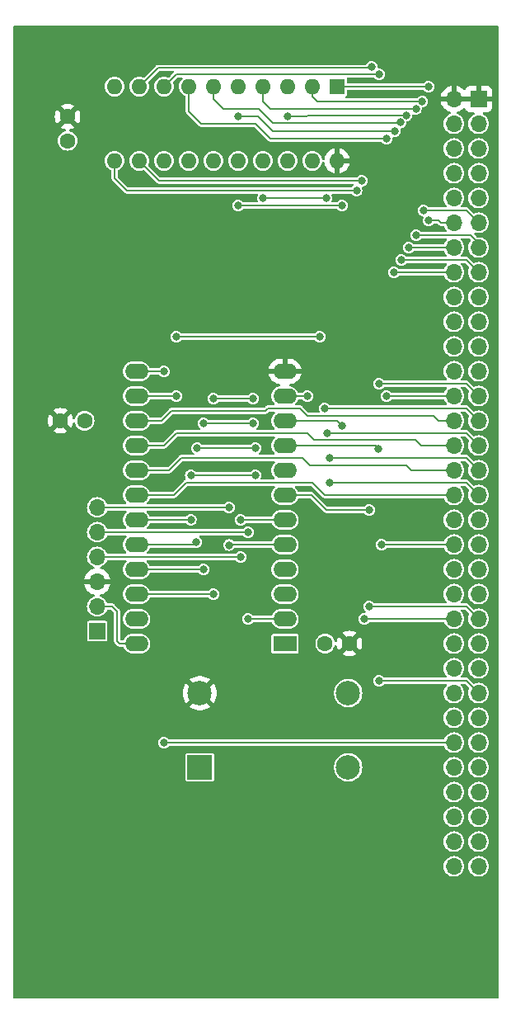
<source format=gtl>
G04 #@! TF.GenerationSoftware,KiCad,Pcbnew,(7.0.0)*
G04 #@! TF.CreationDate,2024-08-24T19:02:01-04:00*
G04 #@! TF.ProjectId,LB-68B50-01,4c422d36-3842-4353-902d-30312e6b6963,1*
G04 #@! TF.SameCoordinates,Original*
G04 #@! TF.FileFunction,Copper,L1,Top*
G04 #@! TF.FilePolarity,Positive*
%FSLAX46Y46*%
G04 Gerber Fmt 4.6, Leading zero omitted, Abs format (unit mm)*
G04 Created by KiCad (PCBNEW (7.0.0)) date 2024-08-24 19:02:01*
%MOMM*%
%LPD*%
G01*
G04 APERTURE LIST*
G04 #@! TA.AperFunction,ComponentPad*
%ADD10R,1.600000X1.600000*%
G04 #@! TD*
G04 #@! TA.AperFunction,ComponentPad*
%ADD11O,1.600000X1.600000*%
G04 #@! TD*
G04 #@! TA.AperFunction,ComponentPad*
%ADD12R,1.700000X1.700000*%
G04 #@! TD*
G04 #@! TA.AperFunction,ComponentPad*
%ADD13O,1.700000X1.700000*%
G04 #@! TD*
G04 #@! TA.AperFunction,ComponentPad*
%ADD14R,2.400000X1.600000*%
G04 #@! TD*
G04 #@! TA.AperFunction,ComponentPad*
%ADD15O,2.400000X1.600000*%
G04 #@! TD*
G04 #@! TA.AperFunction,ComponentPad*
%ADD16C,1.600000*%
G04 #@! TD*
G04 #@! TA.AperFunction,ComponentPad*
%ADD17R,2.500000X2.500000*%
G04 #@! TD*
G04 #@! TA.AperFunction,ComponentPad*
%ADD18C,2.500000*%
G04 #@! TD*
G04 #@! TA.AperFunction,ViaPad*
%ADD19C,0.800000*%
G04 #@! TD*
G04 #@! TA.AperFunction,Conductor*
%ADD20C,0.203200*%
G04 #@! TD*
G04 APERTURE END LIST*
D10*
X165353999Y-53339999D03*
D11*
X162813999Y-53339999D03*
X160273999Y-53339999D03*
X157733999Y-53339999D03*
X155193999Y-53339999D03*
X152653999Y-53339999D03*
X150113999Y-53339999D03*
X147573999Y-53339999D03*
X145033999Y-53339999D03*
X142493999Y-53339999D03*
X142493999Y-60959999D03*
X145033999Y-60959999D03*
X147573999Y-60959999D03*
X150113999Y-60959999D03*
X152653999Y-60959999D03*
X155193999Y-60959999D03*
X157733999Y-60959999D03*
X160273999Y-60959999D03*
X162813999Y-60959999D03*
X165353999Y-60959999D03*
D12*
X179889999Y-54614999D03*
D13*
X177349999Y-54614999D03*
X179889999Y-57154999D03*
X177349999Y-57154999D03*
X179889999Y-59694999D03*
X177349999Y-59694999D03*
X179889999Y-62234999D03*
X177349999Y-62234999D03*
X179889999Y-64774999D03*
X177349999Y-64774999D03*
X179889999Y-67314999D03*
X177349999Y-67314999D03*
X179889999Y-69854999D03*
X177349999Y-69854999D03*
X179889999Y-72394999D03*
X177349999Y-72394999D03*
X179889999Y-74934999D03*
X177349999Y-74934999D03*
X179889999Y-77474999D03*
X177349999Y-77474999D03*
X179889999Y-80014999D03*
X177349999Y-80014999D03*
X179889999Y-82554999D03*
X177349999Y-82554999D03*
X179889999Y-85094999D03*
X177349999Y-85094999D03*
X179889999Y-87634999D03*
X177349999Y-87634999D03*
X179889999Y-90174999D03*
X177349999Y-90174999D03*
X179889999Y-92714999D03*
X177349999Y-92714999D03*
X179889999Y-95254999D03*
X177349999Y-95254999D03*
X179889999Y-97794999D03*
X177349999Y-97794999D03*
X179889999Y-100334999D03*
X177349999Y-100334999D03*
X179889999Y-102874999D03*
X177349999Y-102874999D03*
X179889999Y-105414999D03*
X177349999Y-105414999D03*
X179889999Y-107954999D03*
X177349999Y-107954999D03*
X179889999Y-110494999D03*
X177349999Y-110494999D03*
X179889999Y-113034999D03*
X177349999Y-113034999D03*
X179889999Y-115574999D03*
X177349999Y-115574999D03*
X179889999Y-118114999D03*
X177349999Y-118114999D03*
X179889999Y-120654999D03*
X177349999Y-120654999D03*
X179889999Y-123194999D03*
X177349999Y-123194999D03*
X179889999Y-125734999D03*
X177349999Y-125734999D03*
X179889999Y-128274999D03*
X177349999Y-128274999D03*
X179889999Y-130814999D03*
X177349999Y-130814999D03*
X179889999Y-133354999D03*
X177349999Y-133354999D03*
D14*
X159999999Y-110494999D03*
D15*
X159999999Y-107954999D03*
X159999999Y-105414999D03*
X159999999Y-102874999D03*
X159999999Y-100334999D03*
X159999999Y-97794999D03*
X159999999Y-95254999D03*
X159999999Y-92714999D03*
X159999999Y-90174999D03*
X159999999Y-87634999D03*
X159999999Y-85094999D03*
X159999999Y-82554999D03*
X144759999Y-82554999D03*
X144759999Y-85094999D03*
X144759999Y-87634999D03*
X144759999Y-90174999D03*
X144759999Y-92714999D03*
X144759999Y-95254999D03*
X144759999Y-97794999D03*
X144759999Y-100334999D03*
X144759999Y-102874999D03*
X144759999Y-105414999D03*
X144759999Y-107954999D03*
X144759999Y-110494999D03*
D16*
X164124000Y-110490000D03*
X166624000Y-110490000D03*
X139426000Y-87630000D03*
X136926000Y-87630000D03*
D12*
X140715999Y-109219999D03*
D13*
X140715999Y-106679999D03*
X140715999Y-104139999D03*
X140715999Y-101599999D03*
X140715999Y-99059999D03*
X140715999Y-96519999D03*
D17*
X151256999Y-123189999D03*
D18*
X166497000Y-123190000D03*
X166497000Y-115570000D03*
X151257000Y-115570000D03*
D16*
X137668000Y-56408000D03*
X137668000Y-58908000D03*
D19*
X155448000Y-101600000D03*
X155448000Y-97790000D03*
X156210000Y-107950000D03*
X156210000Y-99060000D03*
X154254200Y-96520000D03*
X169672000Y-114300000D03*
X167348500Y-64008000D03*
X167894000Y-62992000D03*
X168148000Y-107950000D03*
X169926000Y-100330000D03*
X155194000Y-65532000D03*
X165862000Y-65532000D03*
X165862000Y-88138000D03*
X169608500Y-90487500D03*
X164267499Y-64770000D03*
X157734000Y-64770000D03*
X155194000Y-56388000D03*
X168910000Y-51308000D03*
X148844000Y-85090000D03*
X148844000Y-78994000D03*
X163576000Y-78994000D03*
X162306000Y-85090000D03*
X169672000Y-83820000D03*
X169672000Y-52070000D03*
X170434000Y-58674000D03*
X170434000Y-85090000D03*
X171304500Y-57904239D03*
X171196000Y-72390000D03*
X171958000Y-71120000D03*
X171860660Y-57014130D03*
X160274000Y-56388000D03*
X172466000Y-56279500D03*
X172720000Y-69850000D03*
X173482000Y-68580000D03*
X173445000Y-55626000D03*
X174752000Y-53340000D03*
X174244000Y-66040000D03*
X174098500Y-54864000D03*
X174752000Y-67056000D03*
X150331000Y-93218000D03*
X156972000Y-93218000D03*
X150331000Y-97790000D03*
X164592000Y-93980000D03*
X150984500Y-90424000D03*
X156972000Y-90424000D03*
X150876000Y-100076000D03*
X164592000Y-91440000D03*
X156718000Y-85344000D03*
X152654000Y-105410000D03*
X164084000Y-86360000D03*
X152654000Y-85344000D03*
X151638000Y-87884000D03*
X164338000Y-88900000D03*
X151638000Y-102870000D03*
X156718000Y-87884000D03*
X168656000Y-106680000D03*
X168656000Y-96774000D03*
X147574000Y-120650000D03*
X147574000Y-82550000D03*
X154254200Y-100380800D03*
D20*
X143007000Y-110495000D02*
X144760000Y-110495000D01*
X142748000Y-110236000D02*
X143007000Y-110495000D01*
X142240000Y-106680000D02*
X142748000Y-107188000D01*
X142748000Y-107188000D02*
X142748000Y-110236000D01*
X140716000Y-106680000D02*
X142240000Y-106680000D01*
X140716000Y-101600000D02*
X155448000Y-101600000D01*
X140716000Y-99060000D02*
X156210000Y-99060000D01*
X140716000Y-96520000D02*
X154254200Y-96520000D01*
X155453000Y-97795000D02*
X160000000Y-97795000D01*
X155448000Y-97790000D02*
X155453000Y-97795000D01*
X156210000Y-107950000D02*
X156215000Y-107955000D01*
X156215000Y-107955000D02*
X160000000Y-107955000D01*
X178615000Y-114300000D02*
X179890000Y-115575000D01*
X169672000Y-114300000D02*
X178615000Y-114300000D01*
X143764000Y-64008000D02*
X167348500Y-64008000D01*
X142494000Y-62738000D02*
X143764000Y-64008000D01*
X142494000Y-60960000D02*
X142494000Y-62738000D01*
X147066000Y-62992000D02*
X145034000Y-60960000D01*
X167894000Y-62992000D02*
X147066000Y-62992000D01*
X168153000Y-107955000D02*
X168148000Y-107950000D01*
X177350000Y-107955000D02*
X168153000Y-107955000D01*
X169931000Y-100335000D02*
X169926000Y-100330000D01*
X162560000Y-92202000D02*
X172461000Y-92202000D01*
X172461000Y-92202000D02*
X172974000Y-92715000D01*
X172974000Y-92715000D02*
X177350000Y-92715000D01*
X161798000Y-91440000D02*
X162560000Y-92202000D01*
X149352000Y-91440000D02*
X161798000Y-91440000D01*
X165862000Y-65532000D02*
X155194000Y-65532000D01*
X165359000Y-87635000D02*
X165862000Y-88138000D01*
X160000000Y-87635000D02*
X165359000Y-87635000D01*
X147315000Y-87635000D02*
X144760000Y-87635000D01*
X148336000Y-86614000D02*
X147315000Y-87635000D01*
X175768000Y-87635000D02*
X175255000Y-87122000D01*
X175255000Y-87122000D02*
X162306000Y-87122000D01*
X158242000Y-86360000D02*
X157988000Y-86614000D01*
X157988000Y-86614000D02*
X148336000Y-86614000D01*
X177350000Y-87635000D02*
X175768000Y-87635000D01*
X162306000Y-87122000D02*
X161544000Y-86360000D01*
X161544000Y-86360000D02*
X158242000Y-86360000D01*
X169296000Y-90175000D02*
X169608500Y-90487500D01*
X160000000Y-90175000D02*
X169296000Y-90175000D01*
X173369000Y-89554000D02*
X173990000Y-90175000D01*
X173990000Y-90175000D02*
X177350000Y-90175000D01*
X162960000Y-89554000D02*
X173369000Y-89554000D01*
X162306000Y-88900000D02*
X162960000Y-89554000D01*
X148844000Y-88900000D02*
X162306000Y-88900000D01*
X147569000Y-90175000D02*
X148844000Y-88900000D01*
X144760000Y-90175000D02*
X147569000Y-90175000D01*
X157734000Y-64770000D02*
X164267499Y-64770000D01*
X160274000Y-56388000D02*
X162197500Y-56388000D01*
X162197500Y-56388000D02*
X162306000Y-56279500D01*
X162306000Y-56279500D02*
X172466000Y-56279500D01*
X156972000Y-57150000D02*
X158496000Y-58674000D01*
X151384000Y-57150000D02*
X156972000Y-57150000D01*
X150114000Y-55880000D02*
X151384000Y-57150000D01*
X150114000Y-53340000D02*
X150114000Y-55880000D01*
X170434000Y-58674000D02*
X158496000Y-58674000D01*
X157233761Y-56388000D02*
X158750000Y-57904239D01*
X155194000Y-56388000D02*
X157233761Y-56388000D01*
X171304500Y-57904239D02*
X158750000Y-57904239D01*
X153670000Y-55626000D02*
X157334000Y-55626000D01*
X171832790Y-57042000D02*
X158750000Y-57042000D01*
X152654000Y-54610000D02*
X153670000Y-55626000D01*
X157334000Y-55626000D02*
X158750000Y-57042000D01*
X152654000Y-53340000D02*
X152654000Y-54610000D01*
X148844000Y-52070000D02*
X147574000Y-53340000D01*
X169672000Y-52070000D02*
X148844000Y-52070000D01*
X146958000Y-51416000D02*
X145034000Y-53340000D01*
X168802000Y-51416000D02*
X146958000Y-51416000D01*
X168910000Y-51308000D02*
X168802000Y-51416000D01*
X148839000Y-85095000D02*
X144760000Y-85095000D01*
X148844000Y-85090000D02*
X148839000Y-85095000D01*
X163576000Y-78994000D02*
X148844000Y-78994000D01*
X162301000Y-85095000D02*
X162306000Y-85090000D01*
X160000000Y-85095000D02*
X162301000Y-85095000D01*
X178615000Y-83820000D02*
X179890000Y-85095000D01*
X169672000Y-83820000D02*
X178615000Y-83820000D01*
X170439000Y-85095000D02*
X170434000Y-85090000D01*
X177350000Y-85095000D02*
X170439000Y-85095000D01*
X171201000Y-72395000D02*
X171196000Y-72390000D01*
X177350000Y-72395000D02*
X171201000Y-72395000D01*
X178615000Y-71120000D02*
X171958000Y-71120000D01*
X179890000Y-72395000D02*
X178615000Y-71120000D01*
X171860660Y-57014130D02*
X171832790Y-57042000D01*
X172725000Y-69855000D02*
X172720000Y-69850000D01*
X177350000Y-69855000D02*
X172725000Y-69855000D01*
X157734000Y-54864000D02*
X157734000Y-53340000D01*
X158496000Y-55626000D02*
X157734000Y-54864000D01*
X173445000Y-55626000D02*
X158496000Y-55626000D01*
X179070000Y-68580000D02*
X173482000Y-68580000D01*
X179890000Y-69400000D02*
X179070000Y-68580000D01*
X175768000Y-67056000D02*
X174752000Y-67056000D01*
X176027000Y-67315000D02*
X175768000Y-67056000D01*
X177350000Y-67315000D02*
X176027000Y-67315000D01*
X174244000Y-66040000D02*
X178615000Y-66040000D01*
X178615000Y-66040000D02*
X179890000Y-67315000D01*
X163322000Y-54864000D02*
X174098500Y-54864000D01*
X162814000Y-54356000D02*
X163322000Y-54864000D01*
X162814000Y-53340000D02*
X162814000Y-54356000D01*
X165354000Y-53340000D02*
X174752000Y-53340000D01*
X162814000Y-93980000D02*
X149860000Y-93980000D01*
X149860000Y-93980000D02*
X148585000Y-95255000D01*
X148585000Y-95255000D02*
X144760000Y-95255000D01*
X164089000Y-95255000D02*
X162814000Y-93980000D01*
X177350000Y-95255000D02*
X164089000Y-95255000D01*
X179890000Y-95255000D02*
X178615000Y-93980000D01*
X156972000Y-93218000D02*
X150331000Y-93218000D01*
X150331000Y-97790000D02*
X150326000Y-97795000D01*
X150326000Y-97795000D02*
X144760000Y-97795000D01*
X178615000Y-93980000D02*
X164592000Y-93980000D01*
X144760000Y-92715000D02*
X148077000Y-92715000D01*
X148077000Y-92715000D02*
X149352000Y-91440000D01*
X179890000Y-92715000D02*
X178615000Y-91440000D01*
X178615000Y-91440000D02*
X164592000Y-91440000D01*
X150617000Y-100335000D02*
X144760000Y-100335000D01*
X156972000Y-90424000D02*
X150984500Y-90424000D01*
X150876000Y-100076000D02*
X150617000Y-100335000D01*
X178615000Y-86360000D02*
X164084000Y-86360000D01*
X144760000Y-105415000D02*
X152649000Y-105415000D01*
X179890000Y-87635000D02*
X178615000Y-86360000D01*
X156718000Y-85344000D02*
X152654000Y-85344000D01*
X152649000Y-105415000D02*
X152654000Y-105410000D01*
X179890000Y-90175000D02*
X178615000Y-88900000D01*
X178615000Y-88900000D02*
X164338000Y-88900000D01*
X151633000Y-102875000D02*
X151638000Y-102870000D01*
X144760000Y-102875000D02*
X151633000Y-102875000D01*
X156718000Y-87884000D02*
X151638000Y-87884000D01*
X178615000Y-106680000D02*
X179890000Y-107955000D01*
X164236400Y-96774000D02*
X168656000Y-96774000D01*
X178615000Y-106680000D02*
X168656000Y-106680000D01*
X160000000Y-95255000D02*
X162717400Y-95255000D01*
X162717400Y-95255000D02*
X164236400Y-96774000D01*
X147574000Y-82550000D02*
X147569000Y-82555000D01*
X177350000Y-120655000D02*
X147579000Y-120655000D01*
X147579000Y-120655000D02*
X147574000Y-120650000D01*
X147569000Y-82555000D02*
X144760000Y-82555000D01*
X177350000Y-100335000D02*
X169931000Y-100335000D01*
X155829000Y-100304600D02*
X155859400Y-100335000D01*
X160000000Y-100335000D02*
X154300000Y-100335000D01*
X154300000Y-100335000D02*
X154254200Y-100380800D01*
X155859400Y-100335000D02*
X160000000Y-100335000D01*
G04 #@! TA.AperFunction,Conductor*
G36*
X181861500Y-47092381D02*
G01*
X181907619Y-47138500D01*
X181924500Y-47201500D01*
X181924500Y-146798500D01*
X181907619Y-146861500D01*
X181861500Y-146907619D01*
X181798500Y-146924500D01*
X132206000Y-146924500D01*
X132143000Y-146907619D01*
X132096881Y-146861500D01*
X132080000Y-146798500D01*
X132080000Y-133355000D01*
X176291202Y-133355000D01*
X176291809Y-133361163D01*
X176310939Y-133555397D01*
X176310940Y-133555405D01*
X176311547Y-133561561D01*
X176371798Y-133760184D01*
X176469642Y-133943237D01*
X176601317Y-134103683D01*
X176761763Y-134235358D01*
X176944816Y-134333202D01*
X177143439Y-134393453D01*
X177350000Y-134413798D01*
X177556561Y-134393453D01*
X177755184Y-134333202D01*
X177938237Y-134235358D01*
X178098683Y-134103683D01*
X178230358Y-133943237D01*
X178328202Y-133760184D01*
X178388453Y-133561561D01*
X178408798Y-133355000D01*
X178831202Y-133355000D01*
X178831809Y-133361163D01*
X178850939Y-133555397D01*
X178850940Y-133555405D01*
X178851547Y-133561561D01*
X178911798Y-133760184D01*
X179009642Y-133943237D01*
X179141317Y-134103683D01*
X179301763Y-134235358D01*
X179484816Y-134333202D01*
X179683439Y-134393453D01*
X179890000Y-134413798D01*
X180096561Y-134393453D01*
X180295184Y-134333202D01*
X180478237Y-134235358D01*
X180638683Y-134103683D01*
X180770358Y-133943237D01*
X180868202Y-133760184D01*
X180928453Y-133561561D01*
X180948798Y-133355000D01*
X180928453Y-133148439D01*
X180868202Y-132949816D01*
X180770358Y-132766763D01*
X180638683Y-132606317D01*
X180478237Y-132474642D01*
X180295184Y-132376798D01*
X180289263Y-132375002D01*
X180289261Y-132375001D01*
X180102483Y-132318343D01*
X180102479Y-132318342D01*
X180096561Y-132316547D01*
X180090405Y-132315940D01*
X180090397Y-132315939D01*
X179896163Y-132296809D01*
X179890000Y-132296202D01*
X179883837Y-132296809D01*
X179689602Y-132315939D01*
X179689592Y-132315940D01*
X179683439Y-132316547D01*
X179677522Y-132318341D01*
X179677516Y-132318343D01*
X179490738Y-132375001D01*
X179490732Y-132375003D01*
X179484816Y-132376798D01*
X179479358Y-132379715D01*
X179479354Y-132379717D01*
X179307222Y-132471724D01*
X179301763Y-132474642D01*
X179296984Y-132478563D01*
X179296978Y-132478568D01*
X179146096Y-132602394D01*
X179146090Y-132602399D01*
X179141317Y-132606317D01*
X179137399Y-132611090D01*
X179137394Y-132611096D01*
X179013568Y-132761978D01*
X179013563Y-132761984D01*
X179009642Y-132766763D01*
X179006724Y-132772221D01*
X179006724Y-132772222D01*
X178914717Y-132944354D01*
X178914715Y-132944358D01*
X178911798Y-132949816D01*
X178910003Y-132955732D01*
X178910001Y-132955738D01*
X178853343Y-133142516D01*
X178853341Y-133142522D01*
X178851547Y-133148439D01*
X178850940Y-133154592D01*
X178850939Y-133154602D01*
X178831809Y-133348837D01*
X178831202Y-133355000D01*
X178408798Y-133355000D01*
X178388453Y-133148439D01*
X178328202Y-132949816D01*
X178230358Y-132766763D01*
X178098683Y-132606317D01*
X177938237Y-132474642D01*
X177755184Y-132376798D01*
X177749263Y-132375002D01*
X177749261Y-132375001D01*
X177562483Y-132318343D01*
X177562479Y-132318342D01*
X177556561Y-132316547D01*
X177550405Y-132315940D01*
X177550397Y-132315939D01*
X177356163Y-132296809D01*
X177350000Y-132296202D01*
X177343837Y-132296809D01*
X177149602Y-132315939D01*
X177149592Y-132315940D01*
X177143439Y-132316547D01*
X177137522Y-132318341D01*
X177137516Y-132318343D01*
X176950738Y-132375001D01*
X176950732Y-132375003D01*
X176944816Y-132376798D01*
X176939358Y-132379715D01*
X176939354Y-132379717D01*
X176767222Y-132471724D01*
X176761763Y-132474642D01*
X176756984Y-132478563D01*
X176756978Y-132478568D01*
X176606096Y-132602394D01*
X176606090Y-132602399D01*
X176601317Y-132606317D01*
X176597399Y-132611090D01*
X176597394Y-132611096D01*
X176473568Y-132761978D01*
X176473563Y-132761984D01*
X176469642Y-132766763D01*
X176466724Y-132772221D01*
X176466724Y-132772222D01*
X176374717Y-132944354D01*
X176374715Y-132944358D01*
X176371798Y-132949816D01*
X176370003Y-132955732D01*
X176370001Y-132955738D01*
X176313343Y-133142516D01*
X176313341Y-133142522D01*
X176311547Y-133148439D01*
X176310940Y-133154592D01*
X176310939Y-133154602D01*
X176291809Y-133348837D01*
X176291202Y-133355000D01*
X132080000Y-133355000D01*
X132080000Y-130815000D01*
X176291202Y-130815000D01*
X176291809Y-130821163D01*
X176310939Y-131015397D01*
X176310940Y-131015405D01*
X176311547Y-131021561D01*
X176371798Y-131220184D01*
X176469642Y-131403237D01*
X176601317Y-131563683D01*
X176761763Y-131695358D01*
X176944816Y-131793202D01*
X177143439Y-131853453D01*
X177350000Y-131873798D01*
X177556561Y-131853453D01*
X177755184Y-131793202D01*
X177938237Y-131695358D01*
X178098683Y-131563683D01*
X178230358Y-131403237D01*
X178328202Y-131220184D01*
X178388453Y-131021561D01*
X178408798Y-130815000D01*
X178831202Y-130815000D01*
X178831809Y-130821163D01*
X178850939Y-131015397D01*
X178850940Y-131015405D01*
X178851547Y-131021561D01*
X178911798Y-131220184D01*
X179009642Y-131403237D01*
X179141317Y-131563683D01*
X179301763Y-131695358D01*
X179484816Y-131793202D01*
X179683439Y-131853453D01*
X179890000Y-131873798D01*
X180096561Y-131853453D01*
X180295184Y-131793202D01*
X180478237Y-131695358D01*
X180638683Y-131563683D01*
X180770358Y-131403237D01*
X180868202Y-131220184D01*
X180928453Y-131021561D01*
X180948798Y-130815000D01*
X180928453Y-130608439D01*
X180868202Y-130409816D01*
X180770358Y-130226763D01*
X180638683Y-130066317D01*
X180478237Y-129934642D01*
X180295184Y-129836798D01*
X180289263Y-129835002D01*
X180289261Y-129835001D01*
X180102483Y-129778343D01*
X180102479Y-129778342D01*
X180096561Y-129776547D01*
X180090405Y-129775940D01*
X180090397Y-129775939D01*
X179896163Y-129756809D01*
X179890000Y-129756202D01*
X179883837Y-129756809D01*
X179689602Y-129775939D01*
X179689592Y-129775940D01*
X179683439Y-129776547D01*
X179677522Y-129778341D01*
X179677516Y-129778343D01*
X179490738Y-129835001D01*
X179490732Y-129835003D01*
X179484816Y-129836798D01*
X179479358Y-129839715D01*
X179479354Y-129839717D01*
X179307222Y-129931724D01*
X179301763Y-129934642D01*
X179296984Y-129938563D01*
X179296978Y-129938568D01*
X179146096Y-130062394D01*
X179146090Y-130062399D01*
X179141317Y-130066317D01*
X179137399Y-130071090D01*
X179137394Y-130071096D01*
X179013568Y-130221978D01*
X179013563Y-130221984D01*
X179009642Y-130226763D01*
X179006724Y-130232221D01*
X179006724Y-130232222D01*
X178914717Y-130404354D01*
X178914715Y-130404358D01*
X178911798Y-130409816D01*
X178910003Y-130415732D01*
X178910001Y-130415738D01*
X178853343Y-130602516D01*
X178853341Y-130602522D01*
X178851547Y-130608439D01*
X178850940Y-130614592D01*
X178850939Y-130614602D01*
X178831809Y-130808837D01*
X178831202Y-130815000D01*
X178408798Y-130815000D01*
X178388453Y-130608439D01*
X178328202Y-130409816D01*
X178230358Y-130226763D01*
X178098683Y-130066317D01*
X177938237Y-129934642D01*
X177755184Y-129836798D01*
X177749263Y-129835002D01*
X177749261Y-129835001D01*
X177562483Y-129778343D01*
X177562479Y-129778342D01*
X177556561Y-129776547D01*
X177550405Y-129775940D01*
X177550397Y-129775939D01*
X177356163Y-129756809D01*
X177350000Y-129756202D01*
X177343837Y-129756809D01*
X177149602Y-129775939D01*
X177149592Y-129775940D01*
X177143439Y-129776547D01*
X177137522Y-129778341D01*
X177137516Y-129778343D01*
X176950738Y-129835001D01*
X176950732Y-129835003D01*
X176944816Y-129836798D01*
X176939358Y-129839715D01*
X176939354Y-129839717D01*
X176767222Y-129931724D01*
X176761763Y-129934642D01*
X176756984Y-129938563D01*
X176756978Y-129938568D01*
X176606096Y-130062394D01*
X176606090Y-130062399D01*
X176601317Y-130066317D01*
X176597399Y-130071090D01*
X176597394Y-130071096D01*
X176473568Y-130221978D01*
X176473563Y-130221984D01*
X176469642Y-130226763D01*
X176466724Y-130232221D01*
X176466724Y-130232222D01*
X176374717Y-130404354D01*
X176374715Y-130404358D01*
X176371798Y-130409816D01*
X176370003Y-130415732D01*
X176370001Y-130415738D01*
X176313343Y-130602516D01*
X176313341Y-130602522D01*
X176311547Y-130608439D01*
X176310940Y-130614592D01*
X176310939Y-130614602D01*
X176291809Y-130808837D01*
X176291202Y-130815000D01*
X132080000Y-130815000D01*
X132080000Y-128275000D01*
X176291202Y-128275000D01*
X176291809Y-128281163D01*
X176310939Y-128475397D01*
X176310940Y-128475405D01*
X176311547Y-128481561D01*
X176371798Y-128680184D01*
X176469642Y-128863237D01*
X176601317Y-129023683D01*
X176761763Y-129155358D01*
X176944816Y-129253202D01*
X177143439Y-129313453D01*
X177350000Y-129333798D01*
X177556561Y-129313453D01*
X177755184Y-129253202D01*
X177938237Y-129155358D01*
X178098683Y-129023683D01*
X178230358Y-128863237D01*
X178328202Y-128680184D01*
X178388453Y-128481561D01*
X178408798Y-128275000D01*
X178831202Y-128275000D01*
X178831809Y-128281163D01*
X178850939Y-128475397D01*
X178850940Y-128475405D01*
X178851547Y-128481561D01*
X178911798Y-128680184D01*
X179009642Y-128863237D01*
X179141317Y-129023683D01*
X179301763Y-129155358D01*
X179484816Y-129253202D01*
X179683439Y-129313453D01*
X179890000Y-129333798D01*
X180096561Y-129313453D01*
X180295184Y-129253202D01*
X180478237Y-129155358D01*
X180638683Y-129023683D01*
X180770358Y-128863237D01*
X180868202Y-128680184D01*
X180928453Y-128481561D01*
X180948798Y-128275000D01*
X180928453Y-128068439D01*
X180868202Y-127869816D01*
X180770358Y-127686763D01*
X180638683Y-127526317D01*
X180478237Y-127394642D01*
X180295184Y-127296798D01*
X180289263Y-127295002D01*
X180289261Y-127295001D01*
X180102483Y-127238343D01*
X180102479Y-127238342D01*
X180096561Y-127236547D01*
X180090405Y-127235940D01*
X180090397Y-127235939D01*
X179896163Y-127216809D01*
X179890000Y-127216202D01*
X179883837Y-127216809D01*
X179689602Y-127235939D01*
X179689592Y-127235940D01*
X179683439Y-127236547D01*
X179677522Y-127238341D01*
X179677516Y-127238343D01*
X179490738Y-127295001D01*
X179490732Y-127295003D01*
X179484816Y-127296798D01*
X179479358Y-127299715D01*
X179479354Y-127299717D01*
X179307222Y-127391724D01*
X179301763Y-127394642D01*
X179296984Y-127398563D01*
X179296978Y-127398568D01*
X179146096Y-127522394D01*
X179146090Y-127522399D01*
X179141317Y-127526317D01*
X179137399Y-127531090D01*
X179137394Y-127531096D01*
X179013568Y-127681978D01*
X179013563Y-127681984D01*
X179009642Y-127686763D01*
X179006724Y-127692221D01*
X179006724Y-127692222D01*
X178914717Y-127864354D01*
X178914715Y-127864358D01*
X178911798Y-127869816D01*
X178910003Y-127875732D01*
X178910001Y-127875738D01*
X178853343Y-128062516D01*
X178853341Y-128062522D01*
X178851547Y-128068439D01*
X178850940Y-128074592D01*
X178850939Y-128074602D01*
X178831809Y-128268837D01*
X178831202Y-128275000D01*
X178408798Y-128275000D01*
X178388453Y-128068439D01*
X178328202Y-127869816D01*
X178230358Y-127686763D01*
X178098683Y-127526317D01*
X177938237Y-127394642D01*
X177755184Y-127296798D01*
X177749263Y-127295002D01*
X177749261Y-127295001D01*
X177562483Y-127238343D01*
X177562479Y-127238342D01*
X177556561Y-127236547D01*
X177550405Y-127235940D01*
X177550397Y-127235939D01*
X177356163Y-127216809D01*
X177350000Y-127216202D01*
X177343837Y-127216809D01*
X177149602Y-127235939D01*
X177149592Y-127235940D01*
X177143439Y-127236547D01*
X177137522Y-127238341D01*
X177137516Y-127238343D01*
X176950738Y-127295001D01*
X176950732Y-127295003D01*
X176944816Y-127296798D01*
X176939358Y-127299715D01*
X176939354Y-127299717D01*
X176767222Y-127391724D01*
X176761763Y-127394642D01*
X176756984Y-127398563D01*
X176756978Y-127398568D01*
X176606096Y-127522394D01*
X176606090Y-127522399D01*
X176601317Y-127526317D01*
X176597399Y-127531090D01*
X176597394Y-127531096D01*
X176473568Y-127681978D01*
X176473563Y-127681984D01*
X176469642Y-127686763D01*
X176466724Y-127692221D01*
X176466724Y-127692222D01*
X176374717Y-127864354D01*
X176374715Y-127864358D01*
X176371798Y-127869816D01*
X176370003Y-127875732D01*
X176370001Y-127875738D01*
X176313343Y-128062516D01*
X176313341Y-128062522D01*
X176311547Y-128068439D01*
X176310940Y-128074592D01*
X176310939Y-128074602D01*
X176291809Y-128268837D01*
X176291202Y-128275000D01*
X132080000Y-128275000D01*
X132080000Y-125735000D01*
X176291202Y-125735000D01*
X176291809Y-125741163D01*
X176310939Y-125935397D01*
X176310940Y-125935405D01*
X176311547Y-125941561D01*
X176371798Y-126140184D01*
X176469642Y-126323237D01*
X176601317Y-126483683D01*
X176761763Y-126615358D01*
X176944816Y-126713202D01*
X177143439Y-126773453D01*
X177350000Y-126793798D01*
X177556561Y-126773453D01*
X177755184Y-126713202D01*
X177938237Y-126615358D01*
X178098683Y-126483683D01*
X178230358Y-126323237D01*
X178328202Y-126140184D01*
X178388453Y-125941561D01*
X178408798Y-125735000D01*
X178831202Y-125735000D01*
X178831809Y-125741163D01*
X178850939Y-125935397D01*
X178850940Y-125935405D01*
X178851547Y-125941561D01*
X178911798Y-126140184D01*
X179009642Y-126323237D01*
X179141317Y-126483683D01*
X179301763Y-126615358D01*
X179484816Y-126713202D01*
X179683439Y-126773453D01*
X179890000Y-126793798D01*
X180096561Y-126773453D01*
X180295184Y-126713202D01*
X180478237Y-126615358D01*
X180638683Y-126483683D01*
X180770358Y-126323237D01*
X180868202Y-126140184D01*
X180928453Y-125941561D01*
X180948798Y-125735000D01*
X180928453Y-125528439D01*
X180868202Y-125329816D01*
X180770358Y-125146763D01*
X180638683Y-124986317D01*
X180478237Y-124854642D01*
X180295184Y-124756798D01*
X180289263Y-124755002D01*
X180289261Y-124755001D01*
X180102483Y-124698343D01*
X180102479Y-124698342D01*
X180096561Y-124696547D01*
X180090405Y-124695940D01*
X180090397Y-124695939D01*
X179896163Y-124676809D01*
X179890000Y-124676202D01*
X179883837Y-124676809D01*
X179689602Y-124695939D01*
X179689592Y-124695940D01*
X179683439Y-124696547D01*
X179677522Y-124698341D01*
X179677516Y-124698343D01*
X179490738Y-124755001D01*
X179490732Y-124755003D01*
X179484816Y-124756798D01*
X179479358Y-124759715D01*
X179479354Y-124759717D01*
X179307222Y-124851724D01*
X179301763Y-124854642D01*
X179296984Y-124858563D01*
X179296978Y-124858568D01*
X179146096Y-124982394D01*
X179146090Y-124982399D01*
X179141317Y-124986317D01*
X179137399Y-124991090D01*
X179137394Y-124991096D01*
X179013568Y-125141978D01*
X179013563Y-125141984D01*
X179009642Y-125146763D01*
X179006724Y-125152221D01*
X179006724Y-125152222D01*
X178914717Y-125324354D01*
X178914715Y-125324358D01*
X178911798Y-125329816D01*
X178910003Y-125335732D01*
X178910001Y-125335738D01*
X178853343Y-125522516D01*
X178853341Y-125522522D01*
X178851547Y-125528439D01*
X178850940Y-125534592D01*
X178850939Y-125534602D01*
X178831809Y-125728837D01*
X178831202Y-125735000D01*
X178408798Y-125735000D01*
X178388453Y-125528439D01*
X178328202Y-125329816D01*
X178230358Y-125146763D01*
X178098683Y-124986317D01*
X177938237Y-124854642D01*
X177755184Y-124756798D01*
X177749263Y-124755002D01*
X177749261Y-124755001D01*
X177562483Y-124698343D01*
X177562479Y-124698342D01*
X177556561Y-124696547D01*
X177550405Y-124695940D01*
X177550397Y-124695939D01*
X177356163Y-124676809D01*
X177350000Y-124676202D01*
X177343837Y-124676809D01*
X177149602Y-124695939D01*
X177149592Y-124695940D01*
X177143439Y-124696547D01*
X177137522Y-124698341D01*
X177137516Y-124698343D01*
X176950738Y-124755001D01*
X176950732Y-124755003D01*
X176944816Y-124756798D01*
X176939358Y-124759715D01*
X176939354Y-124759717D01*
X176767222Y-124851724D01*
X176761763Y-124854642D01*
X176756984Y-124858563D01*
X176756978Y-124858568D01*
X176606096Y-124982394D01*
X176606090Y-124982399D01*
X176601317Y-124986317D01*
X176597399Y-124991090D01*
X176597394Y-124991096D01*
X176473568Y-125141978D01*
X176473563Y-125141984D01*
X176469642Y-125146763D01*
X176466724Y-125152221D01*
X176466724Y-125152222D01*
X176374717Y-125324354D01*
X176374715Y-125324358D01*
X176371798Y-125329816D01*
X176370003Y-125335732D01*
X176370001Y-125335738D01*
X176313343Y-125522516D01*
X176313341Y-125522522D01*
X176311547Y-125528439D01*
X176310940Y-125534592D01*
X176310939Y-125534602D01*
X176291809Y-125728837D01*
X176291202Y-125735000D01*
X132080000Y-125735000D01*
X132080000Y-124460064D01*
X149803300Y-124460064D01*
X149804505Y-124466123D01*
X149804506Y-124466130D01*
X149812697Y-124507309D01*
X149812698Y-124507313D01*
X149815119Y-124519480D01*
X149860140Y-124586860D01*
X149927520Y-124631881D01*
X149939689Y-124634301D01*
X149939690Y-124634302D01*
X149959901Y-124638322D01*
X149986936Y-124643700D01*
X152520877Y-124643700D01*
X152527064Y-124643700D01*
X152586480Y-124631881D01*
X152653860Y-124586860D01*
X152698881Y-124519480D01*
X152710700Y-124460064D01*
X152710700Y-123190000D01*
X165038318Y-123190000D01*
X165038748Y-123195189D01*
X165057782Y-123424898D01*
X165057783Y-123424906D01*
X165058213Y-123430091D01*
X165059489Y-123435131D01*
X165059491Y-123435141D01*
X165116075Y-123658587D01*
X165117353Y-123663633D01*
X165119443Y-123668399D01*
X165119445Y-123668403D01*
X165195877Y-123842650D01*
X165214127Y-123884256D01*
X165216975Y-123888615D01*
X165216976Y-123888617D01*
X165343045Y-124081579D01*
X165345895Y-124085941D01*
X165349424Y-124089774D01*
X165505532Y-124259353D01*
X165505535Y-124259356D01*
X165509062Y-124263187D01*
X165699177Y-124411160D01*
X165911054Y-124525822D01*
X165915983Y-124527514D01*
X165915985Y-124527515D01*
X166024984Y-124564934D01*
X166138915Y-124604047D01*
X166376543Y-124643700D01*
X166612246Y-124643700D01*
X166617457Y-124643700D01*
X166855085Y-124604047D01*
X167082946Y-124525822D01*
X167294823Y-124411160D01*
X167484938Y-124263187D01*
X167648105Y-124085941D01*
X167779873Y-123884256D01*
X167876647Y-123663633D01*
X167935787Y-123430091D01*
X167955268Y-123195000D01*
X176291202Y-123195000D01*
X176291809Y-123201163D01*
X176310939Y-123395397D01*
X176310940Y-123395405D01*
X176311547Y-123401561D01*
X176371798Y-123600184D01*
X176469642Y-123783237D01*
X176601317Y-123943683D01*
X176761763Y-124075358D01*
X176944816Y-124173202D01*
X177143439Y-124233453D01*
X177350000Y-124253798D01*
X177556561Y-124233453D01*
X177755184Y-124173202D01*
X177938237Y-124075358D01*
X178098683Y-123943683D01*
X178230358Y-123783237D01*
X178328202Y-123600184D01*
X178388453Y-123401561D01*
X178408798Y-123195000D01*
X178831202Y-123195000D01*
X178831809Y-123201163D01*
X178850939Y-123395397D01*
X178850940Y-123395405D01*
X178851547Y-123401561D01*
X178911798Y-123600184D01*
X179009642Y-123783237D01*
X179141317Y-123943683D01*
X179301763Y-124075358D01*
X179484816Y-124173202D01*
X179683439Y-124233453D01*
X179890000Y-124253798D01*
X180096561Y-124233453D01*
X180295184Y-124173202D01*
X180478237Y-124075358D01*
X180638683Y-123943683D01*
X180770358Y-123783237D01*
X180868202Y-123600184D01*
X180928453Y-123401561D01*
X180948798Y-123195000D01*
X180928453Y-122988439D01*
X180868202Y-122789816D01*
X180770358Y-122606763D01*
X180638683Y-122446317D01*
X180478237Y-122314642D01*
X180295184Y-122216798D01*
X180289263Y-122215002D01*
X180289261Y-122215001D01*
X180102483Y-122158343D01*
X180102479Y-122158342D01*
X180096561Y-122156547D01*
X180090405Y-122155940D01*
X180090397Y-122155939D01*
X179896163Y-122136809D01*
X179890000Y-122136202D01*
X179883837Y-122136809D01*
X179689602Y-122155939D01*
X179689592Y-122155940D01*
X179683439Y-122156547D01*
X179677522Y-122158341D01*
X179677516Y-122158343D01*
X179490738Y-122215001D01*
X179490732Y-122215003D01*
X179484816Y-122216798D01*
X179479358Y-122219715D01*
X179479354Y-122219717D01*
X179347444Y-122290225D01*
X179301763Y-122314642D01*
X179296984Y-122318563D01*
X179296978Y-122318568D01*
X179146096Y-122442394D01*
X179146090Y-122442399D01*
X179141317Y-122446317D01*
X179137399Y-122451090D01*
X179137394Y-122451096D01*
X179013568Y-122601978D01*
X179013563Y-122601984D01*
X179009642Y-122606763D01*
X179006724Y-122612221D01*
X179006724Y-122612222D01*
X178914717Y-122784354D01*
X178914715Y-122784358D01*
X178911798Y-122789816D01*
X178910003Y-122795732D01*
X178910001Y-122795738D01*
X178853343Y-122982516D01*
X178853341Y-122982522D01*
X178851547Y-122988439D01*
X178850940Y-122994592D01*
X178850939Y-122994602D01*
X178832206Y-123184811D01*
X178831202Y-123195000D01*
X178408798Y-123195000D01*
X178388453Y-122988439D01*
X178328202Y-122789816D01*
X178230358Y-122606763D01*
X178098683Y-122446317D01*
X177938237Y-122314642D01*
X177755184Y-122216798D01*
X177749263Y-122215002D01*
X177749261Y-122215001D01*
X177562483Y-122158343D01*
X177562479Y-122158342D01*
X177556561Y-122156547D01*
X177550405Y-122155940D01*
X177550397Y-122155939D01*
X177356163Y-122136809D01*
X177350000Y-122136202D01*
X177343837Y-122136809D01*
X177149602Y-122155939D01*
X177149592Y-122155940D01*
X177143439Y-122156547D01*
X177137522Y-122158341D01*
X177137516Y-122158343D01*
X176950738Y-122215001D01*
X176950732Y-122215003D01*
X176944816Y-122216798D01*
X176939358Y-122219715D01*
X176939354Y-122219717D01*
X176807444Y-122290225D01*
X176761763Y-122314642D01*
X176756984Y-122318563D01*
X176756978Y-122318568D01*
X176606096Y-122442394D01*
X176606090Y-122442399D01*
X176601317Y-122446317D01*
X176597399Y-122451090D01*
X176597394Y-122451096D01*
X176473568Y-122601978D01*
X176473563Y-122601984D01*
X176469642Y-122606763D01*
X176466724Y-122612221D01*
X176466724Y-122612222D01*
X176374717Y-122784354D01*
X176374715Y-122784358D01*
X176371798Y-122789816D01*
X176370003Y-122795732D01*
X176370001Y-122795738D01*
X176313343Y-122982516D01*
X176313341Y-122982522D01*
X176311547Y-122988439D01*
X176310940Y-122994592D01*
X176310939Y-122994602D01*
X176292206Y-123184811D01*
X176291202Y-123195000D01*
X167955268Y-123195000D01*
X167955682Y-123190000D01*
X167935787Y-122949909D01*
X167876647Y-122716367D01*
X167779873Y-122495744D01*
X167648105Y-122294059D01*
X167484938Y-122116813D01*
X167480829Y-122113615D01*
X167480826Y-122113612D01*
X167298933Y-121972039D01*
X167294823Y-121968840D01*
X167193245Y-121913869D01*
X167087531Y-121856659D01*
X167087528Y-121856657D01*
X167082946Y-121854178D01*
X167078022Y-121852487D01*
X167078014Y-121852484D01*
X166860015Y-121777645D01*
X166860009Y-121777643D01*
X166855085Y-121775953D01*
X166849948Y-121775095D01*
X166849945Y-121775095D01*
X166622594Y-121737157D01*
X166622591Y-121737156D01*
X166617457Y-121736300D01*
X166376543Y-121736300D01*
X166371409Y-121737156D01*
X166371405Y-121737157D01*
X166144054Y-121775095D01*
X166144048Y-121775096D01*
X166138915Y-121775953D01*
X166133993Y-121777642D01*
X166133984Y-121777645D01*
X165915985Y-121852484D01*
X165915972Y-121852489D01*
X165911054Y-121854178D01*
X165906475Y-121856655D01*
X165906468Y-121856659D01*
X165703759Y-121966360D01*
X165703755Y-121966362D01*
X165699177Y-121968840D01*
X165695071Y-121972035D01*
X165695066Y-121972039D01*
X165513173Y-122113612D01*
X165513164Y-122113620D01*
X165509062Y-122116813D01*
X165505541Y-122120637D01*
X165505532Y-122120646D01*
X165349424Y-122290225D01*
X165345895Y-122294059D01*
X165343049Y-122298413D01*
X165343045Y-122298420D01*
X165216976Y-122491382D01*
X165216971Y-122491389D01*
X165214127Y-122495744D01*
X165212034Y-122500513D01*
X165212033Y-122500517D01*
X165119445Y-122711596D01*
X165119442Y-122711603D01*
X165117353Y-122716367D01*
X165116076Y-122721406D01*
X165116075Y-122721412D01*
X165059491Y-122944858D01*
X165059488Y-122944870D01*
X165058213Y-122949909D01*
X165057783Y-122955091D01*
X165057782Y-122955101D01*
X165039149Y-123179963D01*
X165038318Y-123190000D01*
X152710700Y-123190000D01*
X152710700Y-121919936D01*
X152698881Y-121860520D01*
X152653860Y-121793140D01*
X152586480Y-121748119D01*
X152574313Y-121745698D01*
X152574309Y-121745697D01*
X152533130Y-121737506D01*
X152533123Y-121737505D01*
X152527064Y-121736300D01*
X149986936Y-121736300D01*
X149980877Y-121737505D01*
X149980869Y-121737506D01*
X149939690Y-121745697D01*
X149939684Y-121745699D01*
X149927520Y-121748119D01*
X149917202Y-121755012D01*
X149917202Y-121755013D01*
X149870455Y-121786247D01*
X149870452Y-121786249D01*
X149860140Y-121793140D01*
X149853249Y-121803452D01*
X149853247Y-121803455D01*
X149822013Y-121850202D01*
X149815119Y-121860520D01*
X149812699Y-121872684D01*
X149812697Y-121872690D01*
X149804506Y-121913869D01*
X149804505Y-121913877D01*
X149803300Y-121919936D01*
X149803300Y-124460064D01*
X132080000Y-124460064D01*
X132080000Y-120650000D01*
X146965091Y-120650000D01*
X146966169Y-120658188D01*
X146984760Y-120799408D01*
X146984761Y-120799414D01*
X146985839Y-120807597D01*
X146988998Y-120815225D01*
X146988999Y-120815226D01*
X147043508Y-120946825D01*
X147043510Y-120946828D01*
X147046669Y-120954455D01*
X147051696Y-120961006D01*
X147051697Y-120961008D01*
X147131988Y-121065645D01*
X147143436Y-121080564D01*
X147269545Y-121177331D01*
X147416403Y-121238161D01*
X147574000Y-121258909D01*
X147731597Y-121238161D01*
X147878455Y-121177331D01*
X148004564Y-121080564D01*
X148059019Y-121009596D01*
X148103254Y-120973294D01*
X148158982Y-120960300D01*
X176248050Y-120960300D01*
X176300050Y-120971531D01*
X176342780Y-121003221D01*
X176368624Y-121049721D01*
X176370002Y-121054265D01*
X176370003Y-121054269D01*
X176371798Y-121060184D01*
X176374710Y-121065632D01*
X176374713Y-121065639D01*
X176431726Y-121172302D01*
X176469642Y-121243237D01*
X176601317Y-121403683D01*
X176761763Y-121535358D01*
X176944816Y-121633202D01*
X177143439Y-121693453D01*
X177350000Y-121713798D01*
X177556561Y-121693453D01*
X177755184Y-121633202D01*
X177938237Y-121535358D01*
X178098683Y-121403683D01*
X178230358Y-121243237D01*
X178328202Y-121060184D01*
X178388453Y-120861561D01*
X178408798Y-120655000D01*
X178831202Y-120655000D01*
X178831809Y-120661163D01*
X178850939Y-120855397D01*
X178850940Y-120855405D01*
X178851547Y-120861561D01*
X178853342Y-120867479D01*
X178853343Y-120867483D01*
X178896452Y-121009596D01*
X178911798Y-121060184D01*
X179009642Y-121243237D01*
X179141317Y-121403683D01*
X179301763Y-121535358D01*
X179484816Y-121633202D01*
X179683439Y-121693453D01*
X179890000Y-121713798D01*
X180096561Y-121693453D01*
X180295184Y-121633202D01*
X180478237Y-121535358D01*
X180638683Y-121403683D01*
X180770358Y-121243237D01*
X180868202Y-121060184D01*
X180928453Y-120861561D01*
X180948798Y-120655000D01*
X180928453Y-120448439D01*
X180868202Y-120249816D01*
X180770358Y-120066763D01*
X180638683Y-119906317D01*
X180478237Y-119774642D01*
X180295184Y-119676798D01*
X180289263Y-119675002D01*
X180289261Y-119675001D01*
X180102483Y-119618343D01*
X180102479Y-119618342D01*
X180096561Y-119616547D01*
X180090405Y-119615940D01*
X180090397Y-119615939D01*
X179896163Y-119596809D01*
X179890000Y-119596202D01*
X179883837Y-119596809D01*
X179689602Y-119615939D01*
X179689592Y-119615940D01*
X179683439Y-119616547D01*
X179677522Y-119618341D01*
X179677516Y-119618343D01*
X179490738Y-119675001D01*
X179490732Y-119675003D01*
X179484816Y-119676798D01*
X179479358Y-119679715D01*
X179479354Y-119679717D01*
X179307222Y-119771724D01*
X179301763Y-119774642D01*
X179296984Y-119778563D01*
X179296978Y-119778568D01*
X179146096Y-119902394D01*
X179146090Y-119902399D01*
X179141317Y-119906317D01*
X179137399Y-119911090D01*
X179137394Y-119911096D01*
X179013568Y-120061978D01*
X179013563Y-120061984D01*
X179009642Y-120066763D01*
X179006724Y-120072221D01*
X179006724Y-120072222D01*
X178914717Y-120244354D01*
X178914715Y-120244358D01*
X178911798Y-120249816D01*
X178910003Y-120255732D01*
X178910001Y-120255738D01*
X178853343Y-120442516D01*
X178853341Y-120442522D01*
X178851547Y-120448439D01*
X178850940Y-120454592D01*
X178850939Y-120454602D01*
X178846410Y-120500591D01*
X178831202Y-120655000D01*
X178408798Y-120655000D01*
X178388453Y-120448439D01*
X178328202Y-120249816D01*
X178230358Y-120066763D01*
X178098683Y-119906317D01*
X177938237Y-119774642D01*
X177755184Y-119676798D01*
X177749263Y-119675002D01*
X177749261Y-119675001D01*
X177562483Y-119618343D01*
X177562479Y-119618342D01*
X177556561Y-119616547D01*
X177550405Y-119615940D01*
X177550397Y-119615939D01*
X177356163Y-119596809D01*
X177350000Y-119596202D01*
X177343837Y-119596809D01*
X177149602Y-119615939D01*
X177149592Y-119615940D01*
X177143439Y-119616547D01*
X177137522Y-119618341D01*
X177137516Y-119618343D01*
X176950738Y-119675001D01*
X176950732Y-119675003D01*
X176944816Y-119676798D01*
X176939358Y-119679715D01*
X176939354Y-119679717D01*
X176767222Y-119771724D01*
X176761763Y-119774642D01*
X176756984Y-119778563D01*
X176756978Y-119778568D01*
X176606096Y-119902394D01*
X176606090Y-119902399D01*
X176601317Y-119906317D01*
X176597399Y-119911090D01*
X176597394Y-119911096D01*
X176473568Y-120061978D01*
X176473563Y-120061984D01*
X176469642Y-120066763D01*
X176466724Y-120072221D01*
X176466724Y-120072222D01*
X176374713Y-120244360D01*
X176374708Y-120244370D01*
X176371798Y-120249816D01*
X176370005Y-120255726D01*
X176370002Y-120255734D01*
X176368624Y-120260279D01*
X176342780Y-120306779D01*
X176300050Y-120338469D01*
X176248050Y-120349700D01*
X148166656Y-120349700D01*
X148110928Y-120336706D01*
X148066694Y-120300404D01*
X148009595Y-120225991D01*
X148009589Y-120225985D01*
X148004564Y-120219436D01*
X147878455Y-120122669D01*
X147870828Y-120119510D01*
X147870825Y-120119508D01*
X147739226Y-120064999D01*
X147739225Y-120064998D01*
X147731597Y-120061839D01*
X147723414Y-120060761D01*
X147723408Y-120060760D01*
X147582188Y-120042169D01*
X147574000Y-120041091D01*
X147565812Y-120042169D01*
X147424591Y-120060760D01*
X147424583Y-120060762D01*
X147416403Y-120061839D01*
X147408776Y-120064998D01*
X147408773Y-120064999D01*
X147277175Y-120119508D01*
X147277169Y-120119511D01*
X147269546Y-120122669D01*
X147263001Y-120127690D01*
X147262994Y-120127695D01*
X147149981Y-120214413D01*
X147149977Y-120214416D01*
X147143436Y-120219436D01*
X147138416Y-120225977D01*
X147138413Y-120225981D01*
X147051695Y-120338994D01*
X147051690Y-120339001D01*
X147046669Y-120345546D01*
X147043511Y-120353169D01*
X147043508Y-120353175D01*
X146988999Y-120484773D01*
X146985839Y-120492403D01*
X146984762Y-120500583D01*
X146984760Y-120500591D01*
X146966717Y-120637644D01*
X146965091Y-120650000D01*
X132080000Y-120650000D01*
X132080000Y-118115000D01*
X176291202Y-118115000D01*
X176291809Y-118121163D01*
X176310939Y-118315397D01*
X176310940Y-118315405D01*
X176311547Y-118321561D01*
X176371798Y-118520184D01*
X176469642Y-118703237D01*
X176601317Y-118863683D01*
X176761763Y-118995358D01*
X176944816Y-119093202D01*
X177143439Y-119153453D01*
X177350000Y-119173798D01*
X177556561Y-119153453D01*
X177755184Y-119093202D01*
X177938237Y-118995358D01*
X178098683Y-118863683D01*
X178230358Y-118703237D01*
X178328202Y-118520184D01*
X178388453Y-118321561D01*
X178408798Y-118115000D01*
X178831202Y-118115000D01*
X178831809Y-118121163D01*
X178850939Y-118315397D01*
X178850940Y-118315405D01*
X178851547Y-118321561D01*
X178911798Y-118520184D01*
X179009642Y-118703237D01*
X179141317Y-118863683D01*
X179301763Y-118995358D01*
X179484816Y-119093202D01*
X179683439Y-119153453D01*
X179890000Y-119173798D01*
X180096561Y-119153453D01*
X180295184Y-119093202D01*
X180478237Y-118995358D01*
X180638683Y-118863683D01*
X180770358Y-118703237D01*
X180868202Y-118520184D01*
X180928453Y-118321561D01*
X180948798Y-118115000D01*
X180928453Y-117908439D01*
X180868202Y-117709816D01*
X180770358Y-117526763D01*
X180638683Y-117366317D01*
X180544997Y-117289431D01*
X180483021Y-117238568D01*
X180483020Y-117238567D01*
X180478237Y-117234642D01*
X180295184Y-117136798D01*
X180289263Y-117135002D01*
X180289261Y-117135001D01*
X180102483Y-117078343D01*
X180102479Y-117078342D01*
X180096561Y-117076547D01*
X180090405Y-117075940D01*
X180090397Y-117075939D01*
X179896163Y-117056809D01*
X179890000Y-117056202D01*
X179883837Y-117056809D01*
X179689602Y-117075939D01*
X179689592Y-117075940D01*
X179683439Y-117076547D01*
X179677522Y-117078341D01*
X179677516Y-117078343D01*
X179490738Y-117135001D01*
X179490732Y-117135003D01*
X179484816Y-117136798D01*
X179479358Y-117139715D01*
X179479354Y-117139717D01*
X179349702Y-117209018D01*
X179301763Y-117234642D01*
X179296984Y-117238563D01*
X179296978Y-117238568D01*
X179146096Y-117362394D01*
X179146090Y-117362399D01*
X179141317Y-117366317D01*
X179137399Y-117371090D01*
X179137394Y-117371096D01*
X179013568Y-117521978D01*
X179013563Y-117521984D01*
X179009642Y-117526763D01*
X179006724Y-117532221D01*
X179006724Y-117532222D01*
X178914717Y-117704354D01*
X178914715Y-117704358D01*
X178911798Y-117709816D01*
X178910003Y-117715732D01*
X178910001Y-117715738D01*
X178853343Y-117902516D01*
X178853341Y-117902522D01*
X178851547Y-117908439D01*
X178850940Y-117914592D01*
X178850939Y-117914602D01*
X178831809Y-118108837D01*
X178831202Y-118115000D01*
X178408798Y-118115000D01*
X178388453Y-117908439D01*
X178328202Y-117709816D01*
X178230358Y-117526763D01*
X178098683Y-117366317D01*
X178004997Y-117289431D01*
X177943021Y-117238568D01*
X177943020Y-117238567D01*
X177938237Y-117234642D01*
X177755184Y-117136798D01*
X177749263Y-117135002D01*
X177749261Y-117135001D01*
X177562483Y-117078343D01*
X177562479Y-117078342D01*
X177556561Y-117076547D01*
X177550405Y-117075940D01*
X177550397Y-117075939D01*
X177356163Y-117056809D01*
X177350000Y-117056202D01*
X177343837Y-117056809D01*
X177149602Y-117075939D01*
X177149592Y-117075940D01*
X177143439Y-117076547D01*
X177137522Y-117078341D01*
X177137516Y-117078343D01*
X176950738Y-117135001D01*
X176950732Y-117135003D01*
X176944816Y-117136798D01*
X176939358Y-117139715D01*
X176939354Y-117139717D01*
X176809702Y-117209018D01*
X176761763Y-117234642D01*
X176756984Y-117238563D01*
X176756978Y-117238568D01*
X176606096Y-117362394D01*
X176606090Y-117362399D01*
X176601317Y-117366317D01*
X176597399Y-117371090D01*
X176597394Y-117371096D01*
X176473568Y-117521978D01*
X176473563Y-117521984D01*
X176469642Y-117526763D01*
X176466724Y-117532221D01*
X176466724Y-117532222D01*
X176374717Y-117704354D01*
X176374715Y-117704358D01*
X176371798Y-117709816D01*
X176370003Y-117715732D01*
X176370001Y-117715738D01*
X176313343Y-117902516D01*
X176313341Y-117902522D01*
X176311547Y-117908439D01*
X176310940Y-117914592D01*
X176310939Y-117914602D01*
X176291809Y-118108837D01*
X176291202Y-118115000D01*
X132080000Y-118115000D01*
X132080000Y-116980414D01*
X150209253Y-116980414D01*
X150216919Y-116988598D01*
X150371640Y-117094086D01*
X150379784Y-117098788D01*
X150608679Y-117209018D01*
X150617436Y-117212455D01*
X150860209Y-117287341D01*
X150869366Y-117289431D01*
X151120594Y-117327297D01*
X151129972Y-117328000D01*
X151384028Y-117328000D01*
X151393405Y-117327297D01*
X151644633Y-117289431D01*
X151653790Y-117287341D01*
X151896563Y-117212455D01*
X151905320Y-117209018D01*
X152134215Y-117098788D01*
X152142359Y-117094086D01*
X152297079Y-116988598D01*
X152304745Y-116980414D01*
X152298731Y-116970941D01*
X151268729Y-115940939D01*
X151257000Y-115934167D01*
X151245270Y-115940939D01*
X150215267Y-116970941D01*
X150209253Y-116980414D01*
X132080000Y-116980414D01*
X132080000Y-115574697D01*
X149494422Y-115574697D01*
X149513407Y-115828045D01*
X149514810Y-115837352D01*
X149571342Y-116085033D01*
X149574116Y-116094026D01*
X149666931Y-116330514D01*
X149671014Y-116338994D01*
X149798038Y-116559005D01*
X149803342Y-116566785D01*
X149835579Y-116607209D01*
X149846997Y-116615310D01*
X149859250Y-116608538D01*
X150886060Y-115581729D01*
X150892832Y-115570000D01*
X150892831Y-115569999D01*
X151621167Y-115569999D01*
X151627939Y-115581729D01*
X152654749Y-116608539D01*
X152667001Y-116615311D01*
X152678419Y-116607209D01*
X152710657Y-116566784D01*
X152715960Y-116559007D01*
X152842985Y-116338994D01*
X152847068Y-116330514D01*
X152939883Y-116094026D01*
X152942657Y-116085033D01*
X152999189Y-115837352D01*
X153000592Y-115828045D01*
X153019578Y-115574697D01*
X153019578Y-115570000D01*
X165038318Y-115570000D01*
X165038748Y-115575189D01*
X165057782Y-115804898D01*
X165057783Y-115804906D01*
X165058213Y-115810091D01*
X165059489Y-115815131D01*
X165059491Y-115815141D01*
X165116075Y-116038587D01*
X165117353Y-116043633D01*
X165119443Y-116048399D01*
X165119445Y-116048403D01*
X165195877Y-116222650D01*
X165214127Y-116264256D01*
X165216975Y-116268615D01*
X165216976Y-116268617D01*
X165343045Y-116461579D01*
X165345895Y-116465941D01*
X165349424Y-116469774D01*
X165505532Y-116639353D01*
X165505535Y-116639356D01*
X165509062Y-116643187D01*
X165699177Y-116791160D01*
X165911054Y-116905822D01*
X165915983Y-116907514D01*
X165915985Y-116907515D01*
X166024984Y-116944934D01*
X166138915Y-116984047D01*
X166376543Y-117023700D01*
X166612246Y-117023700D01*
X166617457Y-117023700D01*
X166855085Y-116984047D01*
X167082946Y-116905822D01*
X167294823Y-116791160D01*
X167484938Y-116643187D01*
X167648105Y-116465941D01*
X167779873Y-116264256D01*
X167876647Y-116043633D01*
X167935787Y-115810091D01*
X167955682Y-115570000D01*
X167935787Y-115329909D01*
X167876647Y-115096367D01*
X167779873Y-114875744D01*
X167648105Y-114674059D01*
X167520956Y-114535939D01*
X167488467Y-114500646D01*
X167488463Y-114500643D01*
X167484938Y-114496813D01*
X167480829Y-114493615D01*
X167480826Y-114493612D01*
X167298933Y-114352039D01*
X167294823Y-114348840D01*
X167204574Y-114300000D01*
X169063091Y-114300000D01*
X169064169Y-114308188D01*
X169082760Y-114449408D01*
X169082761Y-114449414D01*
X169083839Y-114457597D01*
X169086998Y-114465225D01*
X169086999Y-114465226D01*
X169141508Y-114596825D01*
X169141510Y-114596828D01*
X169144669Y-114604455D01*
X169149696Y-114611006D01*
X169149697Y-114611008D01*
X169226876Y-114711589D01*
X169241436Y-114730564D01*
X169367545Y-114827331D01*
X169514403Y-114888161D01*
X169672000Y-114908909D01*
X169829597Y-114888161D01*
X169976455Y-114827331D01*
X170102564Y-114730564D01*
X170160858Y-114654594D01*
X170205091Y-114618294D01*
X170260819Y-114605300D01*
X176519001Y-114605300D01*
X176576204Y-114619033D01*
X176620937Y-114657239D01*
X176643450Y-114711589D01*
X176638834Y-114770236D01*
X176608096Y-114820395D01*
X176606097Y-114822394D01*
X176601317Y-114826317D01*
X176597399Y-114831090D01*
X176597394Y-114831096D01*
X176473568Y-114981978D01*
X176473563Y-114981984D01*
X176469642Y-114986763D01*
X176466724Y-114992221D01*
X176466724Y-114992222D01*
X176374717Y-115164354D01*
X176374715Y-115164358D01*
X176371798Y-115169816D01*
X176370003Y-115175732D01*
X176370001Y-115175738D01*
X176313343Y-115362516D01*
X176313341Y-115362522D01*
X176311547Y-115368439D01*
X176310940Y-115374592D01*
X176310939Y-115374602D01*
X176292850Y-115558270D01*
X176291202Y-115575000D01*
X176291809Y-115581163D01*
X176310939Y-115775397D01*
X176310940Y-115775405D01*
X176311547Y-115781561D01*
X176313342Y-115787479D01*
X176313343Y-115787483D01*
X176357839Y-115934167D01*
X176371798Y-115980184D01*
X176469642Y-116163237D01*
X176601317Y-116323683D01*
X176761763Y-116455358D01*
X176944816Y-116553202D01*
X177143439Y-116613453D01*
X177350000Y-116633798D01*
X177556561Y-116613453D01*
X177755184Y-116553202D01*
X177938237Y-116455358D01*
X178098683Y-116323683D01*
X178230358Y-116163237D01*
X178328202Y-115980184D01*
X178388453Y-115781561D01*
X178408798Y-115575000D01*
X178388453Y-115368439D01*
X178328202Y-115169816D01*
X178230358Y-114986763D01*
X178098683Y-114826317D01*
X178093903Y-114822394D01*
X178091904Y-114820395D01*
X178061166Y-114770236D01*
X178056550Y-114711589D01*
X178079063Y-114657239D01*
X178123796Y-114619033D01*
X178180999Y-114605300D01*
X178436351Y-114605300D01*
X178484569Y-114614891D01*
X178525446Y-114642205D01*
X178894924Y-115011683D01*
X178923752Y-115056392D01*
X178931560Y-115109014D01*
X178916955Y-115160167D01*
X178914717Y-115164353D01*
X178914717Y-115164354D01*
X178911798Y-115169816D01*
X178910003Y-115175732D01*
X178910001Y-115175738D01*
X178853343Y-115362516D01*
X178853341Y-115362522D01*
X178851547Y-115368439D01*
X178850940Y-115374592D01*
X178850939Y-115374602D01*
X178832850Y-115558270D01*
X178831202Y-115575000D01*
X178831809Y-115581163D01*
X178850939Y-115775397D01*
X178850940Y-115775405D01*
X178851547Y-115781561D01*
X178853342Y-115787479D01*
X178853343Y-115787483D01*
X178897839Y-115934167D01*
X178911798Y-115980184D01*
X179009642Y-116163237D01*
X179141317Y-116323683D01*
X179301763Y-116455358D01*
X179484816Y-116553202D01*
X179683439Y-116613453D01*
X179890000Y-116633798D01*
X180096561Y-116613453D01*
X180295184Y-116553202D01*
X180478237Y-116455358D01*
X180638683Y-116323683D01*
X180770358Y-116163237D01*
X180868202Y-115980184D01*
X180928453Y-115781561D01*
X180948798Y-115575000D01*
X180928453Y-115368439D01*
X180868202Y-115169816D01*
X180770358Y-114986763D01*
X180638683Y-114826317D01*
X180607840Y-114801005D01*
X180483021Y-114698568D01*
X180483020Y-114698567D01*
X180478237Y-114694642D01*
X180295184Y-114596798D01*
X180289263Y-114595002D01*
X180289261Y-114595001D01*
X180102483Y-114538343D01*
X180102479Y-114538342D01*
X180096561Y-114536547D01*
X180090405Y-114535940D01*
X180090397Y-114535939D01*
X179896163Y-114516809D01*
X179890000Y-114516202D01*
X179883837Y-114516809D01*
X179689602Y-114535939D01*
X179689592Y-114535940D01*
X179683439Y-114536547D01*
X179677522Y-114538341D01*
X179677516Y-114538343D01*
X179490738Y-114595001D01*
X179490732Y-114595003D01*
X179484816Y-114596798D01*
X179479361Y-114599713D01*
X179479353Y-114599717D01*
X179475167Y-114601955D01*
X179424014Y-114616560D01*
X179371392Y-114608752D01*
X179326683Y-114579924D01*
X178868138Y-114121379D01*
X178865740Y-114118624D01*
X178862855Y-114112829D01*
X178854226Y-114104963D01*
X178854225Y-114104961D01*
X178828027Y-114081079D01*
X178823818Y-114077059D01*
X178814997Y-114068238D01*
X178810876Y-114064117D01*
X178806066Y-114060822D01*
X178805379Y-114060251D01*
X178801004Y-114056444D01*
X178778504Y-114035933D01*
X178767621Y-114031717D01*
X178761068Y-114027659D01*
X178757140Y-114025589D01*
X178750083Y-114022473D01*
X178740453Y-114015876D01*
X178729090Y-114013203D01*
X178729085Y-114013201D01*
X178714034Y-114009661D01*
X178697371Y-114004501D01*
X178682958Y-113998917D01*
X178682952Y-113998916D01*
X178672070Y-113994700D01*
X178660401Y-113994700D01*
X178652805Y-113993280D01*
X178648421Y-113992772D01*
X178640705Y-113992415D01*
X178629344Y-113989743D01*
X178617787Y-113991355D01*
X178617784Y-113991355D01*
X178602469Y-113993492D01*
X178585061Y-113994700D01*
X178190999Y-113994700D01*
X178133796Y-113980967D01*
X178089063Y-113942761D01*
X178066550Y-113888411D01*
X178071166Y-113829764D01*
X178099163Y-113784077D01*
X178098683Y-113783683D01*
X178098683Y-113783682D01*
X178230358Y-113623237D01*
X178328202Y-113440184D01*
X178388453Y-113241561D01*
X178408798Y-113035000D01*
X178831202Y-113035000D01*
X178831809Y-113041163D01*
X178850939Y-113235397D01*
X178850940Y-113235405D01*
X178851547Y-113241561D01*
X178911798Y-113440184D01*
X179009642Y-113623237D01*
X179141317Y-113783683D01*
X179301763Y-113915358D01*
X179484816Y-114013202D01*
X179683439Y-114073453D01*
X179890000Y-114093798D01*
X180096561Y-114073453D01*
X180295184Y-114013202D01*
X180478237Y-113915358D01*
X180638683Y-113783683D01*
X180770358Y-113623237D01*
X180868202Y-113440184D01*
X180928453Y-113241561D01*
X180948798Y-113035000D01*
X180928453Y-112828439D01*
X180868202Y-112629816D01*
X180770358Y-112446763D01*
X180638683Y-112286317D01*
X180478237Y-112154642D01*
X180295184Y-112056798D01*
X180289263Y-112055002D01*
X180289261Y-112055001D01*
X180102483Y-111998343D01*
X180102479Y-111998342D01*
X180096561Y-111996547D01*
X180090405Y-111995940D01*
X180090397Y-111995939D01*
X179896163Y-111976809D01*
X179890000Y-111976202D01*
X179883837Y-111976809D01*
X179689602Y-111995939D01*
X179689592Y-111995940D01*
X179683439Y-111996547D01*
X179677522Y-111998341D01*
X179677516Y-111998343D01*
X179490738Y-112055001D01*
X179490732Y-112055003D01*
X179484816Y-112056798D01*
X179479358Y-112059715D01*
X179479354Y-112059717D01*
X179307222Y-112151724D01*
X179301763Y-112154642D01*
X179296984Y-112158563D01*
X179296978Y-112158568D01*
X179146096Y-112282394D01*
X179146090Y-112282399D01*
X179141317Y-112286317D01*
X179137399Y-112291090D01*
X179137394Y-112291096D01*
X179013568Y-112441978D01*
X179013563Y-112441984D01*
X179009642Y-112446763D01*
X179006724Y-112452221D01*
X179006724Y-112452222D01*
X178914717Y-112624354D01*
X178914715Y-112624358D01*
X178911798Y-112629816D01*
X178910003Y-112635732D01*
X178910001Y-112635738D01*
X178853343Y-112822516D01*
X178853341Y-112822522D01*
X178851547Y-112828439D01*
X178850940Y-112834592D01*
X178850939Y-112834602D01*
X178831809Y-113028837D01*
X178831202Y-113035000D01*
X178408798Y-113035000D01*
X178388453Y-112828439D01*
X178328202Y-112629816D01*
X178230358Y-112446763D01*
X178098683Y-112286317D01*
X177938237Y-112154642D01*
X177755184Y-112056798D01*
X177749263Y-112055002D01*
X177749261Y-112055001D01*
X177562483Y-111998343D01*
X177562479Y-111998342D01*
X177556561Y-111996547D01*
X177550405Y-111995940D01*
X177550397Y-111995939D01*
X177356163Y-111976809D01*
X177350000Y-111976202D01*
X177343837Y-111976809D01*
X177149602Y-111995939D01*
X177149592Y-111995940D01*
X177143439Y-111996547D01*
X177137522Y-111998341D01*
X177137516Y-111998343D01*
X176950738Y-112055001D01*
X176950732Y-112055003D01*
X176944816Y-112056798D01*
X176939358Y-112059715D01*
X176939354Y-112059717D01*
X176767222Y-112151724D01*
X176761763Y-112154642D01*
X176756984Y-112158563D01*
X176756978Y-112158568D01*
X176606096Y-112282394D01*
X176606090Y-112282399D01*
X176601317Y-112286317D01*
X176597399Y-112291090D01*
X176597394Y-112291096D01*
X176473568Y-112441978D01*
X176473563Y-112441984D01*
X176469642Y-112446763D01*
X176466724Y-112452221D01*
X176466724Y-112452222D01*
X176374717Y-112624354D01*
X176374715Y-112624358D01*
X176371798Y-112629816D01*
X176370003Y-112635732D01*
X176370001Y-112635738D01*
X176313343Y-112822516D01*
X176313341Y-112822522D01*
X176311547Y-112828439D01*
X176310940Y-112834592D01*
X176310939Y-112834602D01*
X176291809Y-113028837D01*
X176291202Y-113035000D01*
X176291809Y-113041163D01*
X176310939Y-113235397D01*
X176310940Y-113235405D01*
X176311547Y-113241561D01*
X176371798Y-113440184D01*
X176469642Y-113623237D01*
X176598466Y-113780209D01*
X176601317Y-113783683D01*
X176600836Y-113784077D01*
X176628834Y-113829764D01*
X176633450Y-113888411D01*
X176610937Y-113942761D01*
X176566204Y-113980967D01*
X176509001Y-113994700D01*
X170260819Y-113994700D01*
X170205090Y-113981706D01*
X170160856Y-113945404D01*
X170107590Y-113875986D01*
X170107589Y-113875985D01*
X170102564Y-113869436D01*
X169995920Y-113787605D01*
X169983008Y-113777697D01*
X169983005Y-113777695D01*
X169976455Y-113772669D01*
X169968828Y-113769510D01*
X169968825Y-113769508D01*
X169837226Y-113714999D01*
X169837225Y-113714998D01*
X169829597Y-113711839D01*
X169821414Y-113710761D01*
X169821408Y-113710760D01*
X169680188Y-113692169D01*
X169672000Y-113691091D01*
X169663812Y-113692169D01*
X169522591Y-113710760D01*
X169522583Y-113710762D01*
X169514403Y-113711839D01*
X169506776Y-113714998D01*
X169506773Y-113714999D01*
X169375175Y-113769508D01*
X169375169Y-113769511D01*
X169367546Y-113772669D01*
X169361001Y-113777690D01*
X169360994Y-113777695D01*
X169247981Y-113864413D01*
X169247977Y-113864416D01*
X169241436Y-113869436D01*
X169236416Y-113875977D01*
X169236413Y-113875981D01*
X169149695Y-113988994D01*
X169149690Y-113989001D01*
X169144669Y-113995546D01*
X169141511Y-114003169D01*
X169141508Y-114003175D01*
X169092547Y-114121379D01*
X169083839Y-114142403D01*
X169082762Y-114150583D01*
X169082760Y-114150591D01*
X169071430Y-114236659D01*
X169063091Y-114300000D01*
X167204574Y-114300000D01*
X167189444Y-114291812D01*
X167087531Y-114236659D01*
X167087528Y-114236657D01*
X167082946Y-114234178D01*
X167078022Y-114232487D01*
X167078014Y-114232484D01*
X166860015Y-114157645D01*
X166860009Y-114157643D01*
X166855085Y-114155953D01*
X166849948Y-114155095D01*
X166849945Y-114155095D01*
X166622594Y-114117157D01*
X166622591Y-114117156D01*
X166617457Y-114116300D01*
X166376543Y-114116300D01*
X166371409Y-114117156D01*
X166371405Y-114117157D01*
X166144054Y-114155095D01*
X166144048Y-114155096D01*
X166138915Y-114155953D01*
X166133993Y-114157642D01*
X166133984Y-114157645D01*
X165915985Y-114232484D01*
X165915972Y-114232489D01*
X165911054Y-114234178D01*
X165906475Y-114236655D01*
X165906468Y-114236659D01*
X165703759Y-114346360D01*
X165703755Y-114346362D01*
X165699177Y-114348840D01*
X165695071Y-114352035D01*
X165695066Y-114352039D01*
X165513173Y-114493612D01*
X165513164Y-114493620D01*
X165509062Y-114496813D01*
X165505541Y-114500637D01*
X165505532Y-114500646D01*
X165349424Y-114670225D01*
X165345895Y-114674059D01*
X165343049Y-114678413D01*
X165343045Y-114678420D01*
X165216976Y-114871382D01*
X165216971Y-114871389D01*
X165214127Y-114875744D01*
X165212034Y-114880513D01*
X165212033Y-114880517D01*
X165119445Y-115091596D01*
X165119442Y-115091603D01*
X165117353Y-115096367D01*
X165116076Y-115101406D01*
X165116075Y-115101412D01*
X165059491Y-115324858D01*
X165059488Y-115324870D01*
X165058213Y-115329909D01*
X165057783Y-115335091D01*
X165057782Y-115335101D01*
X165039290Y-115558270D01*
X165038318Y-115570000D01*
X153019578Y-115570000D01*
X153019578Y-115565303D01*
X153000592Y-115311954D01*
X152999189Y-115302647D01*
X152942657Y-115054966D01*
X152939883Y-115045973D01*
X152847068Y-114809485D01*
X152842985Y-114801005D01*
X152715961Y-114580994D01*
X152710657Y-114573214D01*
X152678420Y-114532790D01*
X152667000Y-114524688D01*
X152654749Y-114531459D01*
X151627939Y-115558270D01*
X151621167Y-115569999D01*
X150892831Y-115569999D01*
X150886060Y-115558270D01*
X149859250Y-114531460D01*
X149846997Y-114524688D01*
X149835579Y-114532789D01*
X149803339Y-114573219D01*
X149798040Y-114580990D01*
X149671014Y-114801005D01*
X149666931Y-114809485D01*
X149574116Y-115045973D01*
X149571342Y-115054966D01*
X149514810Y-115302647D01*
X149513407Y-115311954D01*
X149494422Y-115565303D01*
X149494422Y-115574697D01*
X132080000Y-115574697D01*
X132080000Y-114159585D01*
X150209253Y-114159585D01*
X150215267Y-114169057D01*
X151245270Y-115199060D01*
X151257000Y-115205832D01*
X151268729Y-115199060D01*
X152298731Y-114169057D01*
X152304745Y-114159585D01*
X152297076Y-114151397D01*
X152142359Y-114045913D01*
X152134215Y-114041211D01*
X151905320Y-113930981D01*
X151896563Y-113927544D01*
X151653790Y-113852658D01*
X151644633Y-113850568D01*
X151393405Y-113812702D01*
X151384028Y-113812000D01*
X151129972Y-113812000D01*
X151120594Y-113812702D01*
X150869366Y-113850568D01*
X150860209Y-113852658D01*
X150617436Y-113927544D01*
X150608679Y-113930981D01*
X150379783Y-114041212D01*
X150371638Y-114045914D01*
X150216920Y-114151399D01*
X150209253Y-114159585D01*
X132080000Y-114159585D01*
X132080000Y-111576770D01*
X165899860Y-111576770D01*
X165907414Y-111585014D01*
X165962996Y-111623933D01*
X165972482Y-111629410D01*
X166169946Y-111721489D01*
X166180238Y-111725235D01*
X166390687Y-111781625D01*
X166401480Y-111783528D01*
X166618525Y-111802517D01*
X166629475Y-111802517D01*
X166846519Y-111783528D01*
X166857312Y-111781625D01*
X167067761Y-111725235D01*
X167078053Y-111721489D01*
X167275510Y-111629413D01*
X167285006Y-111623931D01*
X167340586Y-111585013D01*
X167348138Y-111576771D01*
X167342128Y-111567338D01*
X166635729Y-110860939D01*
X166623999Y-110854167D01*
X166612271Y-110860938D01*
X165905867Y-111567341D01*
X165899860Y-111576770D01*
X132080000Y-111576770D01*
X132080000Y-110090064D01*
X139662300Y-110090064D01*
X139663505Y-110096123D01*
X139663506Y-110096130D01*
X139671697Y-110137309D01*
X139671698Y-110137313D01*
X139674119Y-110149480D01*
X139719140Y-110216860D01*
X139786520Y-110261881D01*
X139798689Y-110264301D01*
X139798690Y-110264302D01*
X139814667Y-110267480D01*
X139845936Y-110273700D01*
X141579877Y-110273700D01*
X141586064Y-110273700D01*
X141645480Y-110261881D01*
X141712860Y-110216860D01*
X141757881Y-110149480D01*
X141769700Y-110090064D01*
X141769700Y-108349936D01*
X141760839Y-108305388D01*
X141760302Y-108302690D01*
X141760301Y-108302689D01*
X141757881Y-108290520D01*
X141712860Y-108223140D01*
X141645480Y-108178119D01*
X141633313Y-108175698D01*
X141633309Y-108175697D01*
X141592130Y-108167506D01*
X141592123Y-108167505D01*
X141586064Y-108166300D01*
X139845936Y-108166300D01*
X139839877Y-108167505D01*
X139839869Y-108167506D01*
X139798690Y-108175697D01*
X139798684Y-108175699D01*
X139786520Y-108178119D01*
X139776202Y-108185012D01*
X139776202Y-108185013D01*
X139729455Y-108216247D01*
X139729452Y-108216249D01*
X139719140Y-108223140D01*
X139712249Y-108233452D01*
X139712247Y-108233455D01*
X139687488Y-108270511D01*
X139674119Y-108290520D01*
X139671699Y-108302684D01*
X139671697Y-108302690D01*
X139663506Y-108343869D01*
X139663505Y-108343877D01*
X139662300Y-108349936D01*
X139662300Y-110090064D01*
X132080000Y-110090064D01*
X132080000Y-104396565D01*
X139382751Y-104396565D01*
X139382986Y-104407943D01*
X139425900Y-104577408D01*
X139429270Y-104587223D01*
X139515488Y-104783778D01*
X139520431Y-104792913D01*
X139637822Y-104972593D01*
X139644210Y-104980799D01*
X139789567Y-105138700D01*
X139797211Y-105145737D01*
X139966588Y-105277568D01*
X139975281Y-105283247D01*
X140164042Y-105385400D01*
X140173559Y-105389575D01*
X140352059Y-105450854D01*
X140404463Y-105485362D01*
X140433726Y-105540866D01*
X140432592Y-105603601D01*
X140401341Y-105658010D01*
X140347724Y-105690601D01*
X140316745Y-105699998D01*
X140316731Y-105700003D01*
X140310816Y-105701798D01*
X140305358Y-105704715D01*
X140305354Y-105704717D01*
X140183975Y-105769596D01*
X140127763Y-105799642D01*
X140122984Y-105803563D01*
X140122978Y-105803568D01*
X139972096Y-105927394D01*
X139972090Y-105927399D01*
X139967317Y-105931317D01*
X139963399Y-105936090D01*
X139963394Y-105936096D01*
X139839568Y-106086978D01*
X139839563Y-106086984D01*
X139835642Y-106091763D01*
X139832724Y-106097221D01*
X139832724Y-106097222D01*
X139740717Y-106269354D01*
X139740715Y-106269358D01*
X139737798Y-106274816D01*
X139736003Y-106280732D01*
X139736001Y-106280738D01*
X139679343Y-106467516D01*
X139679341Y-106467522D01*
X139677547Y-106473439D01*
X139676940Y-106479592D01*
X139676939Y-106479602D01*
X139658008Y-106671812D01*
X139657202Y-106680000D01*
X139657809Y-106686163D01*
X139676939Y-106880397D01*
X139676940Y-106880405D01*
X139677547Y-106886561D01*
X139679342Y-106892479D01*
X139679343Y-106892483D01*
X139734600Y-107074642D01*
X139737798Y-107085184D01*
X139835642Y-107268237D01*
X139839567Y-107273020D01*
X139839568Y-107273021D01*
X139961291Y-107421341D01*
X139967317Y-107428683D01*
X140127763Y-107560358D01*
X140310816Y-107658202D01*
X140509439Y-107718453D01*
X140716000Y-107738798D01*
X140922561Y-107718453D01*
X141121184Y-107658202D01*
X141304237Y-107560358D01*
X141464683Y-107428683D01*
X141596358Y-107268237D01*
X141694202Y-107085184D01*
X141697375Y-107074721D01*
X141723220Y-107028221D01*
X141765950Y-106996531D01*
X141817950Y-106985300D01*
X142061350Y-106985300D01*
X142109568Y-106994891D01*
X142150446Y-107022205D01*
X142405796Y-107277556D01*
X142433109Y-107318433D01*
X142442700Y-107366651D01*
X142442700Y-110183312D01*
X142442447Y-110186951D01*
X142440390Y-110193090D01*
X142440929Y-110204752D01*
X142440929Y-110204754D01*
X142442566Y-110240151D01*
X142442700Y-110245971D01*
X142442700Y-110264289D01*
X142443769Y-110270011D01*
X142443855Y-110270940D01*
X142444256Y-110276729D01*
X142445122Y-110295447D01*
X142445122Y-110295449D01*
X142445662Y-110307109D01*
X142450375Y-110317784D01*
X142452143Y-110325300D01*
X142453449Y-110329516D01*
X142456239Y-110336718D01*
X142458385Y-110348197D01*
X142464530Y-110358121D01*
X142464532Y-110358126D01*
X142472672Y-110371272D01*
X142480808Y-110386707D01*
X142491766Y-110411525D01*
X142500024Y-110419783D01*
X142504393Y-110426161D01*
X142507123Y-110429607D01*
X142512326Y-110435314D01*
X142518473Y-110445242D01*
X142527790Y-110452278D01*
X142527791Y-110452279D01*
X142540126Y-110461594D01*
X142553288Y-110473048D01*
X142753861Y-110673621D01*
X142756259Y-110676377D01*
X142759145Y-110682171D01*
X142767770Y-110690033D01*
X142767771Y-110690035D01*
X142793960Y-110713909D01*
X142798168Y-110717928D01*
X142811123Y-110730883D01*
X142815931Y-110734177D01*
X142816644Y-110734769D01*
X142820999Y-110738559D01*
X142843496Y-110759067D01*
X142854383Y-110763284D01*
X142860969Y-110767362D01*
X142864834Y-110769399D01*
X142871912Y-110772524D01*
X142881546Y-110779124D01*
X142892912Y-110781797D01*
X142907959Y-110785336D01*
X142924624Y-110790496D01*
X142949930Y-110800300D01*
X142961606Y-110800300D01*
X142969186Y-110801717D01*
X142973570Y-110802226D01*
X142981290Y-110802582D01*
X142992656Y-110805256D01*
X143019524Y-110801508D01*
X143036932Y-110800300D01*
X143315047Y-110800300D01*
X143364736Y-110810511D01*
X143406371Y-110839490D01*
X143433203Y-110882538D01*
X143454227Y-110939303D01*
X143457606Y-110944725D01*
X143457609Y-110944730D01*
X143558821Y-111107111D01*
X143558824Y-111107115D01*
X143562205Y-111112539D01*
X143702846Y-111260493D01*
X143870390Y-111377107D01*
X144057980Y-111457608D01*
X144257934Y-111498700D01*
X145207699Y-111498700D01*
X145210899Y-111498700D01*
X145363085Y-111483224D01*
X145557856Y-111422114D01*
X145736339Y-111323049D01*
X145745640Y-111315064D01*
X158596300Y-111315064D01*
X158597505Y-111321123D01*
X158597506Y-111321130D01*
X158605697Y-111362309D01*
X158605698Y-111362313D01*
X158608119Y-111374480D01*
X158653140Y-111441860D01*
X158720520Y-111486881D01*
X158732689Y-111489301D01*
X158732690Y-111489302D01*
X158752901Y-111493322D01*
X158779936Y-111498700D01*
X161213877Y-111498700D01*
X161220064Y-111498700D01*
X161279480Y-111486881D01*
X161346860Y-111441860D01*
X161391881Y-111374480D01*
X161403700Y-111315064D01*
X161403700Y-110490000D01*
X163115444Y-110490000D01*
X163116051Y-110496163D01*
X163134215Y-110680594D01*
X163134216Y-110680601D01*
X163134823Y-110686760D01*
X163136619Y-110692683D01*
X163136621Y-110692689D01*
X163190418Y-110870033D01*
X163190420Y-110870038D01*
X163192216Y-110875958D01*
X163195131Y-110881413D01*
X163195133Y-110881416D01*
X163201999Y-110894261D01*
X163285416Y-111050324D01*
X163289341Y-111055107D01*
X163289342Y-111055108D01*
X163400112Y-111190082D01*
X163410843Y-111203157D01*
X163563676Y-111328584D01*
X163738042Y-111421784D01*
X163927240Y-111479177D01*
X164124000Y-111498556D01*
X164320760Y-111479177D01*
X164509958Y-111421784D01*
X164684324Y-111328584D01*
X164837157Y-111203157D01*
X164962584Y-111050324D01*
X165055784Y-110875958D01*
X165096284Y-110742445D01*
X165130124Y-110687628D01*
X165186641Y-110656702D01*
X165251058Y-110657756D01*
X165306533Y-110690514D01*
X165338564Y-110746413D01*
X165388765Y-110933763D01*
X165392510Y-110944053D01*
X165484587Y-111141513D01*
X165490066Y-111151002D01*
X165528985Y-111206586D01*
X165537228Y-111214138D01*
X165546656Y-111208132D01*
X166253059Y-110501730D01*
X166259832Y-110489999D01*
X166988167Y-110489999D01*
X166994939Y-110501729D01*
X167701338Y-111208128D01*
X167710771Y-111214138D01*
X167719013Y-111206586D01*
X167757931Y-111151006D01*
X167763413Y-111141510D01*
X167855489Y-110944053D01*
X167859235Y-110933761D01*
X167915625Y-110723312D01*
X167917528Y-110712519D01*
X167936517Y-110495475D01*
X167936517Y-110495000D01*
X176291202Y-110495000D01*
X176291809Y-110501163D01*
X176310939Y-110695397D01*
X176310940Y-110695405D01*
X176311547Y-110701561D01*
X176313342Y-110707479D01*
X176313343Y-110707483D01*
X176370001Y-110894261D01*
X176371798Y-110900184D01*
X176469642Y-111083237D01*
X176473567Y-111088020D01*
X176473568Y-111088021D01*
X176517465Y-111141510D01*
X176601317Y-111243683D01*
X176761763Y-111375358D01*
X176944816Y-111473202D01*
X177143439Y-111533453D01*
X177350000Y-111553798D01*
X177556561Y-111533453D01*
X177755184Y-111473202D01*
X177938237Y-111375358D01*
X178098683Y-111243683D01*
X178230358Y-111083237D01*
X178328202Y-110900184D01*
X178388453Y-110701561D01*
X178408798Y-110495000D01*
X178831202Y-110495000D01*
X178831809Y-110501163D01*
X178850939Y-110695397D01*
X178850940Y-110695405D01*
X178851547Y-110701561D01*
X178853342Y-110707479D01*
X178853343Y-110707483D01*
X178910001Y-110894261D01*
X178911798Y-110900184D01*
X179009642Y-111083237D01*
X179013567Y-111088020D01*
X179013568Y-111088021D01*
X179057465Y-111141510D01*
X179141317Y-111243683D01*
X179301763Y-111375358D01*
X179484816Y-111473202D01*
X179683439Y-111533453D01*
X179890000Y-111553798D01*
X180096561Y-111533453D01*
X180295184Y-111473202D01*
X180478237Y-111375358D01*
X180638683Y-111243683D01*
X180770358Y-111083237D01*
X180868202Y-110900184D01*
X180928453Y-110701561D01*
X180948798Y-110495000D01*
X180928453Y-110288439D01*
X180868202Y-110089816D01*
X180770358Y-109906763D01*
X180638683Y-109746317D01*
X180547044Y-109671111D01*
X180483021Y-109618568D01*
X180483020Y-109618567D01*
X180478237Y-109614642D01*
X180295184Y-109516798D01*
X180289263Y-109515002D01*
X180289261Y-109515001D01*
X180102483Y-109458343D01*
X180102479Y-109458342D01*
X180096561Y-109456547D01*
X180090405Y-109455940D01*
X180090397Y-109455939D01*
X179896163Y-109436809D01*
X179890000Y-109436202D01*
X179883837Y-109436809D01*
X179689602Y-109455939D01*
X179689592Y-109455940D01*
X179683439Y-109456547D01*
X179677522Y-109458341D01*
X179677516Y-109458343D01*
X179490738Y-109515001D01*
X179490732Y-109515003D01*
X179484816Y-109516798D01*
X179479358Y-109519715D01*
X179479354Y-109519717D01*
X179307222Y-109611724D01*
X179301763Y-109614642D01*
X179296984Y-109618563D01*
X179296978Y-109618568D01*
X179146096Y-109742394D01*
X179146090Y-109742399D01*
X179141317Y-109746317D01*
X179137399Y-109751090D01*
X179137394Y-109751096D01*
X179013568Y-109901978D01*
X179013563Y-109901984D01*
X179009642Y-109906763D01*
X179006724Y-109912221D01*
X179006724Y-109912222D01*
X178914717Y-110084354D01*
X178914715Y-110084358D01*
X178911798Y-110089816D01*
X178910003Y-110095732D01*
X178910001Y-110095738D01*
X178853343Y-110282516D01*
X178853341Y-110282522D01*
X178851547Y-110288439D01*
X178850940Y-110294592D01*
X178850939Y-110294602D01*
X178835410Y-110452279D01*
X178831202Y-110495000D01*
X178408798Y-110495000D01*
X178388453Y-110288439D01*
X178328202Y-110089816D01*
X178230358Y-109906763D01*
X178098683Y-109746317D01*
X178007044Y-109671111D01*
X177943021Y-109618568D01*
X177943020Y-109618567D01*
X177938237Y-109614642D01*
X177755184Y-109516798D01*
X177749263Y-109515002D01*
X177749261Y-109515001D01*
X177562483Y-109458343D01*
X177562479Y-109458342D01*
X177556561Y-109456547D01*
X177550405Y-109455940D01*
X177550397Y-109455939D01*
X177356163Y-109436809D01*
X177350000Y-109436202D01*
X177343837Y-109436809D01*
X177149602Y-109455939D01*
X177149592Y-109455940D01*
X177143439Y-109456547D01*
X177137522Y-109458341D01*
X177137516Y-109458343D01*
X176950738Y-109515001D01*
X176950732Y-109515003D01*
X176944816Y-109516798D01*
X176939358Y-109519715D01*
X176939354Y-109519717D01*
X176767222Y-109611724D01*
X176761763Y-109614642D01*
X176756984Y-109618563D01*
X176756978Y-109618568D01*
X176606096Y-109742394D01*
X176606090Y-109742399D01*
X176601317Y-109746317D01*
X176597399Y-109751090D01*
X176597394Y-109751096D01*
X176473568Y-109901978D01*
X176473563Y-109901984D01*
X176469642Y-109906763D01*
X176466724Y-109912221D01*
X176466724Y-109912222D01*
X176374717Y-110084354D01*
X176374715Y-110084358D01*
X176371798Y-110089816D01*
X176370003Y-110095732D01*
X176370001Y-110095738D01*
X176313343Y-110282516D01*
X176313341Y-110282522D01*
X176311547Y-110288439D01*
X176310940Y-110294592D01*
X176310939Y-110294602D01*
X176295410Y-110452279D01*
X176291202Y-110495000D01*
X167936517Y-110495000D01*
X167936517Y-110484525D01*
X167917528Y-110267480D01*
X167915625Y-110256687D01*
X167859235Y-110046238D01*
X167855489Y-110035946D01*
X167763410Y-109838482D01*
X167757933Y-109828996D01*
X167719014Y-109773414D01*
X167710770Y-109765860D01*
X167701341Y-109771867D01*
X166994938Y-110478271D01*
X166988167Y-110489999D01*
X166259832Y-110489999D01*
X166253060Y-110478270D01*
X165546659Y-109771869D01*
X165537227Y-109765860D01*
X165528985Y-109773413D01*
X165490067Y-109828995D01*
X165484587Y-109838485D01*
X165392510Y-110035946D01*
X165388761Y-110046246D01*
X165338563Y-110233586D01*
X165306533Y-110289485D01*
X165251058Y-110322243D01*
X165186641Y-110323297D01*
X165130124Y-110292371D01*
X165096284Y-110237554D01*
X165055784Y-110104042D01*
X164962584Y-109929676D01*
X164837157Y-109776843D01*
X164708322Y-109671111D01*
X164689108Y-109655342D01*
X164689107Y-109655341D01*
X164684324Y-109651416D01*
X164639936Y-109627690D01*
X164515416Y-109561133D01*
X164515413Y-109561131D01*
X164509958Y-109558216D01*
X164504038Y-109556420D01*
X164504033Y-109556418D01*
X164326689Y-109502621D01*
X164326683Y-109502619D01*
X164320760Y-109500823D01*
X164314601Y-109500216D01*
X164314594Y-109500215D01*
X164130163Y-109482051D01*
X164124000Y-109481444D01*
X164117837Y-109482051D01*
X163933405Y-109500215D01*
X163933396Y-109500216D01*
X163927240Y-109500823D01*
X163921318Y-109502619D01*
X163921310Y-109502621D01*
X163743966Y-109556418D01*
X163743957Y-109556421D01*
X163738042Y-109558216D01*
X163732590Y-109561129D01*
X163732583Y-109561133D01*
X163569134Y-109648498D01*
X163569129Y-109648501D01*
X163563676Y-109651416D01*
X163558897Y-109655337D01*
X163558891Y-109655342D01*
X163415622Y-109772920D01*
X163415616Y-109772925D01*
X163410843Y-109776843D01*
X163406925Y-109781616D01*
X163406920Y-109781622D01*
X163289342Y-109924891D01*
X163289337Y-109924897D01*
X163285416Y-109929676D01*
X163282501Y-109935129D01*
X163282498Y-109935134D01*
X163195133Y-110098583D01*
X163195129Y-110098590D01*
X163192216Y-110104042D01*
X163190422Y-110109956D01*
X163190418Y-110109966D01*
X163136621Y-110287310D01*
X163136619Y-110287318D01*
X163134823Y-110293240D01*
X163134216Y-110299396D01*
X163134215Y-110299405D01*
X163121665Y-110426834D01*
X163115444Y-110490000D01*
X161403700Y-110490000D01*
X161403700Y-109674936D01*
X161391881Y-109615520D01*
X161346860Y-109548140D01*
X161279480Y-109503119D01*
X161267313Y-109500698D01*
X161267309Y-109500697D01*
X161226130Y-109492506D01*
X161226123Y-109492505D01*
X161220064Y-109491300D01*
X158779936Y-109491300D01*
X158773877Y-109492505D01*
X158773869Y-109492506D01*
X158732690Y-109500697D01*
X158732684Y-109500699D01*
X158720520Y-109503119D01*
X158710202Y-109510012D01*
X158710202Y-109510013D01*
X158663455Y-109541247D01*
X158663452Y-109541249D01*
X158653140Y-109548140D01*
X158646249Y-109558452D01*
X158646247Y-109558455D01*
X158639946Y-109567886D01*
X158608119Y-109615520D01*
X158605699Y-109627684D01*
X158605697Y-109627690D01*
X158597506Y-109668869D01*
X158597505Y-109668877D01*
X158596300Y-109674936D01*
X158596300Y-111315064D01*
X145745640Y-111315064D01*
X145891226Y-111190082D01*
X146016177Y-111028659D01*
X146106076Y-110845388D01*
X146157242Y-110647772D01*
X146167581Y-110443901D01*
X146136670Y-110242123D01*
X146065773Y-110050697D01*
X145976059Y-109906763D01*
X145961178Y-109882888D01*
X145961176Y-109882885D01*
X145957795Y-109877461D01*
X145817154Y-109729507D01*
X145665932Y-109624253D01*
X145654857Y-109616545D01*
X145654856Y-109616544D01*
X145649610Y-109612893D01*
X145643738Y-109610373D01*
X145643736Y-109610372D01*
X145467893Y-109534912D01*
X145467890Y-109534911D01*
X145462020Y-109532392D01*
X145455761Y-109531105D01*
X145455759Y-109531105D01*
X145268326Y-109492586D01*
X145268321Y-109492585D01*
X145262066Y-109491300D01*
X144309101Y-109491300D01*
X144305928Y-109491622D01*
X144305921Y-109491623D01*
X144163269Y-109506129D01*
X144163260Y-109506130D01*
X144156915Y-109506776D01*
X144150830Y-109508685D01*
X144150821Y-109508687D01*
X143968235Y-109565974D01*
X143968226Y-109565977D01*
X143962144Y-109567886D01*
X143956567Y-109570981D01*
X143956561Y-109570984D01*
X143789242Y-109663853D01*
X143789239Y-109663854D01*
X143783661Y-109666951D01*
X143778816Y-109671110D01*
X143778815Y-109671111D01*
X143633625Y-109795752D01*
X143633617Y-109795760D01*
X143628774Y-109799918D01*
X143624866Y-109804966D01*
X143624860Y-109804973D01*
X143507737Y-109956284D01*
X143503823Y-109961341D01*
X143501010Y-109967075D01*
X143501006Y-109967082D01*
X143426394Y-110119190D01*
X143379920Y-110170629D01*
X143313271Y-110189700D01*
X143185649Y-110189700D01*
X143137431Y-110180109D01*
X143096554Y-110152795D01*
X143090205Y-110146446D01*
X143062891Y-110105569D01*
X143053300Y-110057351D01*
X143053300Y-109403227D01*
X165899860Y-109403227D01*
X165905869Y-109412659D01*
X166612270Y-110119060D01*
X166623999Y-110125832D01*
X166635730Y-110119059D01*
X167342132Y-109412656D01*
X167348138Y-109403228D01*
X167340586Y-109394985D01*
X167285002Y-109356066D01*
X167275513Y-109350587D01*
X167078053Y-109258510D01*
X167067761Y-109254764D01*
X166857312Y-109198374D01*
X166846519Y-109196471D01*
X166629475Y-109177483D01*
X166618525Y-109177483D01*
X166401480Y-109196471D01*
X166390687Y-109198374D01*
X166180238Y-109254764D01*
X166169946Y-109258510D01*
X165972485Y-109350587D01*
X165962995Y-109356067D01*
X165907413Y-109394985D01*
X165899860Y-109403227D01*
X143053300Y-109403227D01*
X143053300Y-108006099D01*
X143352419Y-108006099D01*
X143353385Y-108012410D01*
X143353386Y-108012412D01*
X143382362Y-108201562D01*
X143382363Y-108201567D01*
X143383330Y-108207877D01*
X143385547Y-108213865D01*
X143385548Y-108213866D01*
X143447286Y-108380564D01*
X143454227Y-108399303D01*
X143457608Y-108404728D01*
X143457609Y-108404729D01*
X143558821Y-108567111D01*
X143558824Y-108567115D01*
X143562205Y-108572539D01*
X143702846Y-108720493D01*
X143870390Y-108837107D01*
X144057980Y-108917608D01*
X144257934Y-108958700D01*
X145207699Y-108958700D01*
X145210899Y-108958700D01*
X145363085Y-108943224D01*
X145557856Y-108882114D01*
X145736339Y-108783049D01*
X145891226Y-108650082D01*
X146016177Y-108488659D01*
X146106076Y-108305388D01*
X146157242Y-108107772D01*
X146165243Y-107950000D01*
X155601091Y-107950000D01*
X155602169Y-107958188D01*
X155620760Y-108099408D01*
X155620761Y-108099414D01*
X155621839Y-108107597D01*
X155624998Y-108115225D01*
X155624999Y-108115226D01*
X155679508Y-108246825D01*
X155679510Y-108246828D01*
X155682669Y-108254455D01*
X155687696Y-108261006D01*
X155687697Y-108261008D01*
X155767988Y-108365645D01*
X155779436Y-108380564D01*
X155905545Y-108477331D01*
X156052403Y-108538161D01*
X156210000Y-108558909D01*
X156367597Y-108538161D01*
X156514455Y-108477331D01*
X156640564Y-108380564D01*
X156695019Y-108309596D01*
X156739254Y-108273294D01*
X156794982Y-108260300D01*
X158555047Y-108260300D01*
X158604736Y-108270511D01*
X158646371Y-108299490D01*
X158673204Y-108342539D01*
X158684860Y-108374013D01*
X158694227Y-108399303D01*
X158697606Y-108404725D01*
X158697609Y-108404730D01*
X158798821Y-108567111D01*
X158798824Y-108567115D01*
X158802205Y-108572539D01*
X158942846Y-108720493D01*
X159110390Y-108837107D01*
X159297980Y-108917608D01*
X159497934Y-108958700D01*
X160447699Y-108958700D01*
X160450899Y-108958700D01*
X160603085Y-108943224D01*
X160797856Y-108882114D01*
X160976339Y-108783049D01*
X161131226Y-108650082D01*
X161256177Y-108488659D01*
X161346076Y-108305388D01*
X161397242Y-108107772D01*
X161405243Y-107950000D01*
X167539091Y-107950000D01*
X167540169Y-107958188D01*
X167558760Y-108099408D01*
X167558761Y-108099414D01*
X167559839Y-108107597D01*
X167562998Y-108115225D01*
X167562999Y-108115226D01*
X167617508Y-108246825D01*
X167617510Y-108246828D01*
X167620669Y-108254455D01*
X167625696Y-108261006D01*
X167625697Y-108261008D01*
X167705988Y-108365645D01*
X167717436Y-108380564D01*
X167843545Y-108477331D01*
X167990403Y-108538161D01*
X168148000Y-108558909D01*
X168305597Y-108538161D01*
X168452455Y-108477331D01*
X168578564Y-108380564D01*
X168633019Y-108309596D01*
X168677254Y-108273294D01*
X168732982Y-108260300D01*
X176248050Y-108260300D01*
X176300050Y-108271531D01*
X176342780Y-108303221D01*
X176368624Y-108349721D01*
X176370002Y-108354265D01*
X176370003Y-108354269D01*
X176371798Y-108360184D01*
X176374710Y-108365632D01*
X176374713Y-108365639D01*
X176395608Y-108404730D01*
X176469642Y-108543237D01*
X176473567Y-108548020D01*
X176473568Y-108548021D01*
X176493689Y-108572539D01*
X176601317Y-108703683D01*
X176761763Y-108835358D01*
X176944816Y-108933202D01*
X177143439Y-108993453D01*
X177350000Y-109013798D01*
X177556561Y-108993453D01*
X177755184Y-108933202D01*
X177938237Y-108835358D01*
X178098683Y-108703683D01*
X178230358Y-108543237D01*
X178328202Y-108360184D01*
X178388453Y-108161561D01*
X178408798Y-107955000D01*
X178388453Y-107748439D01*
X178328202Y-107549816D01*
X178230358Y-107366763D01*
X178098683Y-107206317D01*
X178093903Y-107202394D01*
X178091904Y-107200395D01*
X178061166Y-107150236D01*
X178056550Y-107091589D01*
X178079063Y-107037239D01*
X178123796Y-106999033D01*
X178180999Y-106985300D01*
X178436351Y-106985300D01*
X178484569Y-106994891D01*
X178525446Y-107022205D01*
X178894924Y-107391683D01*
X178923752Y-107436392D01*
X178931560Y-107489014D01*
X178916955Y-107540167D01*
X178914717Y-107544353D01*
X178914717Y-107544354D01*
X178911798Y-107549816D01*
X178910003Y-107555732D01*
X178910001Y-107555738D01*
X178853343Y-107742516D01*
X178853341Y-107742522D01*
X178851547Y-107748439D01*
X178850940Y-107754592D01*
X178850939Y-107754602D01*
X178832501Y-107941812D01*
X178831202Y-107955000D01*
X178831809Y-107961163D01*
X178850939Y-108155397D01*
X178850940Y-108155405D01*
X178851547Y-108161561D01*
X178853342Y-108167479D01*
X178853343Y-108167483D01*
X178906849Y-108343869D01*
X178911798Y-108360184D01*
X179009642Y-108543237D01*
X179013567Y-108548020D01*
X179013568Y-108548021D01*
X179033689Y-108572539D01*
X179141317Y-108703683D01*
X179301763Y-108835358D01*
X179484816Y-108933202D01*
X179683439Y-108993453D01*
X179890000Y-109013798D01*
X180096561Y-108993453D01*
X180295184Y-108933202D01*
X180478237Y-108835358D01*
X180638683Y-108703683D01*
X180770358Y-108543237D01*
X180868202Y-108360184D01*
X180928453Y-108161561D01*
X180948798Y-107955000D01*
X180928453Y-107748439D01*
X180868202Y-107549816D01*
X180770358Y-107366763D01*
X180638683Y-107206317D01*
X180566729Y-107147266D01*
X180483021Y-107078568D01*
X180483020Y-107078567D01*
X180478237Y-107074642D01*
X180295184Y-106976798D01*
X180289263Y-106975002D01*
X180289261Y-106975001D01*
X180102483Y-106918343D01*
X180102479Y-106918342D01*
X180096561Y-106916547D01*
X180090405Y-106915940D01*
X180090397Y-106915939D01*
X179896163Y-106896809D01*
X179890000Y-106896202D01*
X179883837Y-106896809D01*
X179689602Y-106915939D01*
X179689592Y-106915940D01*
X179683439Y-106916547D01*
X179677522Y-106918341D01*
X179677516Y-106918343D01*
X179490738Y-106975001D01*
X179490732Y-106975003D01*
X179484816Y-106976798D01*
X179479361Y-106979713D01*
X179479353Y-106979717D01*
X179475167Y-106981955D01*
X179424014Y-106996560D01*
X179371392Y-106988752D01*
X179326683Y-106959924D01*
X178868138Y-106501379D01*
X178865740Y-106498624D01*
X178862855Y-106492829D01*
X178854226Y-106484963D01*
X178854225Y-106484961D01*
X178828027Y-106461079D01*
X178823818Y-106457059D01*
X178814997Y-106448238D01*
X178810876Y-106444117D01*
X178806066Y-106440822D01*
X178805379Y-106440251D01*
X178801004Y-106436444D01*
X178778504Y-106415933D01*
X178767621Y-106411717D01*
X178761068Y-106407659D01*
X178757140Y-106405589D01*
X178750083Y-106402473D01*
X178740453Y-106395876D01*
X178729090Y-106393203D01*
X178729085Y-106393201D01*
X178714034Y-106389661D01*
X178697371Y-106384501D01*
X178682958Y-106378917D01*
X178682952Y-106378916D01*
X178672070Y-106374700D01*
X178660401Y-106374700D01*
X178652805Y-106373280D01*
X178648421Y-106372772D01*
X178640705Y-106372415D01*
X178629344Y-106369743D01*
X178617787Y-106371355D01*
X178617784Y-106371355D01*
X178602469Y-106373492D01*
X178585061Y-106374700D01*
X178190999Y-106374700D01*
X178133796Y-106360967D01*
X178089063Y-106322761D01*
X178066550Y-106268411D01*
X178071166Y-106209764D01*
X178099163Y-106164077D01*
X178098683Y-106163683D01*
X178098682Y-106163683D01*
X178230358Y-106003237D01*
X178328202Y-105820184D01*
X178388453Y-105621561D01*
X178408798Y-105415000D01*
X178831202Y-105415000D01*
X178831809Y-105421163D01*
X178850939Y-105615397D01*
X178850940Y-105615405D01*
X178851547Y-105621561D01*
X178853342Y-105627479D01*
X178853343Y-105627483D01*
X178910001Y-105814261D01*
X178911798Y-105820184D01*
X179009642Y-106003237D01*
X179013567Y-106008020D01*
X179013568Y-106008021D01*
X179082293Y-106091763D01*
X179141317Y-106163683D01*
X179301763Y-106295358D01*
X179484816Y-106393202D01*
X179683439Y-106453453D01*
X179890000Y-106473798D01*
X180096561Y-106453453D01*
X180295184Y-106393202D01*
X180478237Y-106295358D01*
X180638683Y-106163683D01*
X180770358Y-106003237D01*
X180868202Y-105820184D01*
X180928453Y-105621561D01*
X180948798Y-105415000D01*
X180928453Y-105208439D01*
X180868202Y-105009816D01*
X180770358Y-104826763D01*
X180638683Y-104666317D01*
X180547044Y-104591111D01*
X180483021Y-104538568D01*
X180483020Y-104538567D01*
X180478237Y-104534642D01*
X180295184Y-104436798D01*
X180289263Y-104435002D01*
X180289261Y-104435001D01*
X180102483Y-104378343D01*
X180102479Y-104378342D01*
X180096561Y-104376547D01*
X180090405Y-104375940D01*
X180090397Y-104375939D01*
X179896163Y-104356809D01*
X179890000Y-104356202D01*
X179883837Y-104356809D01*
X179689602Y-104375939D01*
X179689592Y-104375940D01*
X179683439Y-104376547D01*
X179677522Y-104378341D01*
X179677516Y-104378343D01*
X179490738Y-104435001D01*
X179490732Y-104435003D01*
X179484816Y-104436798D01*
X179479358Y-104439715D01*
X179479354Y-104439717D01*
X179307222Y-104531724D01*
X179301763Y-104534642D01*
X179296984Y-104538563D01*
X179296978Y-104538568D01*
X179146096Y-104662394D01*
X179146090Y-104662399D01*
X179141317Y-104666317D01*
X179137399Y-104671090D01*
X179137394Y-104671096D01*
X179013568Y-104821978D01*
X179013563Y-104821984D01*
X179009642Y-104826763D01*
X179006724Y-104832221D01*
X179006724Y-104832222D01*
X178914717Y-105004354D01*
X178914715Y-105004358D01*
X178911798Y-105009816D01*
X178910003Y-105015732D01*
X178910001Y-105015738D01*
X178853343Y-105202516D01*
X178853341Y-105202522D01*
X178851547Y-105208439D01*
X178850940Y-105214592D01*
X178850939Y-105214602D01*
X178834117Y-105385400D01*
X178831202Y-105415000D01*
X178408798Y-105415000D01*
X178388453Y-105208439D01*
X178328202Y-105009816D01*
X178230358Y-104826763D01*
X178098683Y-104666317D01*
X178007044Y-104591111D01*
X177943021Y-104538568D01*
X177943020Y-104538567D01*
X177938237Y-104534642D01*
X177755184Y-104436798D01*
X177749263Y-104435002D01*
X177749261Y-104435001D01*
X177562483Y-104378343D01*
X177562479Y-104378342D01*
X177556561Y-104376547D01*
X177550405Y-104375940D01*
X177550397Y-104375939D01*
X177356163Y-104356809D01*
X177350000Y-104356202D01*
X177343837Y-104356809D01*
X177149602Y-104375939D01*
X177149592Y-104375940D01*
X177143439Y-104376547D01*
X177137522Y-104378341D01*
X177137516Y-104378343D01*
X176950738Y-104435001D01*
X176950732Y-104435003D01*
X176944816Y-104436798D01*
X176939358Y-104439715D01*
X176939354Y-104439717D01*
X176767222Y-104531724D01*
X176761763Y-104534642D01*
X176756984Y-104538563D01*
X176756978Y-104538568D01*
X176606096Y-104662394D01*
X176606090Y-104662399D01*
X176601317Y-104666317D01*
X176597399Y-104671090D01*
X176597394Y-104671096D01*
X176473568Y-104821978D01*
X176473563Y-104821984D01*
X176469642Y-104826763D01*
X176466724Y-104832221D01*
X176466724Y-104832222D01*
X176374717Y-105004354D01*
X176374715Y-105004358D01*
X176371798Y-105009816D01*
X176370003Y-105015732D01*
X176370001Y-105015738D01*
X176313343Y-105202516D01*
X176313341Y-105202522D01*
X176311547Y-105208439D01*
X176310940Y-105214592D01*
X176310939Y-105214602D01*
X176294117Y-105385400D01*
X176291202Y-105415000D01*
X176291809Y-105421163D01*
X176310939Y-105615397D01*
X176310940Y-105615405D01*
X176311547Y-105621561D01*
X176313342Y-105627479D01*
X176313343Y-105627483D01*
X176370001Y-105814261D01*
X176371798Y-105820184D01*
X176469642Y-106003237D01*
X176473567Y-106008020D01*
X176473568Y-106008021D01*
X176542293Y-106091763D01*
X176598466Y-106160209D01*
X176601317Y-106163683D01*
X176600836Y-106164077D01*
X176628834Y-106209764D01*
X176633450Y-106268411D01*
X176610937Y-106322761D01*
X176566204Y-106360967D01*
X176509001Y-106374700D01*
X169244819Y-106374700D01*
X169189090Y-106361706D01*
X169144856Y-106325404D01*
X169091590Y-106255986D01*
X169091589Y-106255985D01*
X169086564Y-106249436D01*
X168996716Y-106180493D01*
X168967008Y-106157697D01*
X168967005Y-106157695D01*
X168960455Y-106152669D01*
X168952828Y-106149510D01*
X168952825Y-106149508D01*
X168821226Y-106094999D01*
X168821225Y-106094998D01*
X168813597Y-106091839D01*
X168805414Y-106090761D01*
X168805408Y-106090760D01*
X168664188Y-106072169D01*
X168656000Y-106071091D01*
X168647812Y-106072169D01*
X168506591Y-106090760D01*
X168506583Y-106090762D01*
X168498403Y-106091839D01*
X168490776Y-106094998D01*
X168490773Y-106094999D01*
X168359175Y-106149508D01*
X168359169Y-106149511D01*
X168351546Y-106152669D01*
X168345001Y-106157690D01*
X168344994Y-106157695D01*
X168231981Y-106244413D01*
X168231977Y-106244416D01*
X168225436Y-106249436D01*
X168220416Y-106255977D01*
X168220413Y-106255981D01*
X168133695Y-106368994D01*
X168133690Y-106369001D01*
X168128669Y-106375546D01*
X168125511Y-106383169D01*
X168125508Y-106383175D01*
X168076547Y-106501379D01*
X168067839Y-106522403D01*
X168066762Y-106530583D01*
X168066760Y-106530591D01*
X168048717Y-106667644D01*
X168047091Y-106680000D01*
X168048169Y-106688188D01*
X168066760Y-106829408D01*
X168066761Y-106829414D01*
X168067839Y-106837597D01*
X168070998Y-106845225D01*
X168070999Y-106845226D01*
X168125508Y-106976825D01*
X168125510Y-106976828D01*
X168128669Y-106984455D01*
X168133696Y-106991006D01*
X168133697Y-106991008D01*
X168210876Y-107091589D01*
X168225436Y-107110564D01*
X168232792Y-107116208D01*
X168233491Y-107117095D01*
X168237827Y-107121431D01*
X168237313Y-107121944D01*
X168271193Y-107164921D01*
X168281698Y-107226055D01*
X168261758Y-107284794D01*
X168216208Y-107326900D01*
X168156120Y-107342160D01*
X168148000Y-107341091D01*
X168139812Y-107342169D01*
X167998591Y-107360760D01*
X167998583Y-107360762D01*
X167990403Y-107361839D01*
X167982776Y-107364998D01*
X167982773Y-107364999D01*
X167851175Y-107419508D01*
X167851169Y-107419511D01*
X167843546Y-107422669D01*
X167837001Y-107427690D01*
X167836994Y-107427695D01*
X167723981Y-107514413D01*
X167723977Y-107514416D01*
X167717436Y-107519436D01*
X167712416Y-107525977D01*
X167712413Y-107525981D01*
X167625695Y-107638994D01*
X167625690Y-107639001D01*
X167620669Y-107645546D01*
X167617511Y-107653169D01*
X167617508Y-107653175D01*
X167562999Y-107784773D01*
X167559839Y-107792403D01*
X167558762Y-107800583D01*
X167558760Y-107800591D01*
X167545991Y-107897587D01*
X167539091Y-107950000D01*
X161405243Y-107950000D01*
X161407581Y-107903901D01*
X161376670Y-107702123D01*
X161305773Y-107510697D01*
X161246925Y-107416284D01*
X161201178Y-107342888D01*
X161201176Y-107342885D01*
X161197795Y-107337461D01*
X161057154Y-107189507D01*
X160898759Y-107079261D01*
X160894857Y-107076545D01*
X160894856Y-107076544D01*
X160889610Y-107072893D01*
X160883738Y-107070373D01*
X160883736Y-107070372D01*
X160707893Y-106994912D01*
X160707890Y-106994911D01*
X160702020Y-106992392D01*
X160695761Y-106991105D01*
X160695759Y-106991105D01*
X160508326Y-106952586D01*
X160508321Y-106952585D01*
X160502066Y-106951300D01*
X159549101Y-106951300D01*
X159545928Y-106951622D01*
X159545921Y-106951623D01*
X159403269Y-106966129D01*
X159403260Y-106966130D01*
X159396915Y-106966776D01*
X159390830Y-106968685D01*
X159390821Y-106968687D01*
X159208235Y-107025974D01*
X159208226Y-107025977D01*
X159202144Y-107027886D01*
X159196567Y-107030981D01*
X159196561Y-107030984D01*
X159029242Y-107123853D01*
X159029239Y-107123854D01*
X159023661Y-107126951D01*
X159018816Y-107131110D01*
X159018815Y-107131111D01*
X158873625Y-107255752D01*
X158873617Y-107255760D01*
X158868774Y-107259918D01*
X158864866Y-107264966D01*
X158864860Y-107264973D01*
X158747737Y-107416284D01*
X158743823Y-107421341D01*
X158741010Y-107427075D01*
X158741006Y-107427082D01*
X158666394Y-107579190D01*
X158619920Y-107630629D01*
X158553271Y-107649700D01*
X156802656Y-107649700D01*
X156746928Y-107636706D01*
X156702694Y-107600404D01*
X156645595Y-107525991D01*
X156645589Y-107525985D01*
X156640564Y-107519436D01*
X156514455Y-107422669D01*
X156506828Y-107419510D01*
X156506825Y-107419508D01*
X156375226Y-107364999D01*
X156375225Y-107364998D01*
X156367597Y-107361839D01*
X156359414Y-107360761D01*
X156359408Y-107360760D01*
X156218188Y-107342169D01*
X156210000Y-107341091D01*
X156201812Y-107342169D01*
X156060591Y-107360760D01*
X156060583Y-107360762D01*
X156052403Y-107361839D01*
X156044776Y-107364998D01*
X156044773Y-107364999D01*
X155913175Y-107419508D01*
X155913169Y-107419511D01*
X155905546Y-107422669D01*
X155899001Y-107427690D01*
X155898994Y-107427695D01*
X155785981Y-107514413D01*
X155785977Y-107514416D01*
X155779436Y-107519436D01*
X155774416Y-107525977D01*
X155774413Y-107525981D01*
X155687695Y-107638994D01*
X155687690Y-107639001D01*
X155682669Y-107645546D01*
X155679511Y-107653169D01*
X155679508Y-107653175D01*
X155624999Y-107784773D01*
X155621839Y-107792403D01*
X155620762Y-107800583D01*
X155620760Y-107800591D01*
X155607991Y-107897587D01*
X155601091Y-107950000D01*
X146165243Y-107950000D01*
X146167581Y-107903901D01*
X146136670Y-107702123D01*
X146065773Y-107510697D01*
X146006925Y-107416284D01*
X145961178Y-107342888D01*
X145961176Y-107342885D01*
X145957795Y-107337461D01*
X145817154Y-107189507D01*
X145658759Y-107079261D01*
X145654857Y-107076545D01*
X145654856Y-107076544D01*
X145649610Y-107072893D01*
X145643738Y-107070373D01*
X145643736Y-107070372D01*
X145467893Y-106994912D01*
X145467890Y-106994911D01*
X145462020Y-106992392D01*
X145455761Y-106991105D01*
X145455759Y-106991105D01*
X145268326Y-106952586D01*
X145268321Y-106952585D01*
X145262066Y-106951300D01*
X144309101Y-106951300D01*
X144305928Y-106951622D01*
X144305921Y-106951623D01*
X144163269Y-106966129D01*
X144163260Y-106966130D01*
X144156915Y-106966776D01*
X144150830Y-106968685D01*
X144150821Y-106968687D01*
X143968235Y-107025974D01*
X143968226Y-107025977D01*
X143962144Y-107027886D01*
X143956567Y-107030981D01*
X143956561Y-107030984D01*
X143789242Y-107123853D01*
X143789239Y-107123854D01*
X143783661Y-107126951D01*
X143778816Y-107131110D01*
X143778815Y-107131111D01*
X143633625Y-107255752D01*
X143633617Y-107255760D01*
X143628774Y-107259918D01*
X143624866Y-107264966D01*
X143624860Y-107264973D01*
X143507737Y-107416284D01*
X143503823Y-107421341D01*
X143501010Y-107427075D01*
X143501006Y-107427082D01*
X143416737Y-107598875D01*
X143416733Y-107598884D01*
X143413924Y-107604612D01*
X143412323Y-107610793D01*
X143412323Y-107610795D01*
X143365302Y-107792403D01*
X143362758Y-107802228D01*
X143362434Y-107808600D01*
X143362434Y-107808606D01*
X143352742Y-107999718D01*
X143352742Y-107999723D01*
X143352419Y-108006099D01*
X143053300Y-108006099D01*
X143053300Y-107240681D01*
X143053552Y-107237045D01*
X143055609Y-107230910D01*
X143053433Y-107183861D01*
X143053300Y-107178043D01*
X143053300Y-107165543D01*
X143053300Y-107159711D01*
X143052227Y-107153976D01*
X143052145Y-107153087D01*
X143051742Y-107147292D01*
X143050338Y-107116891D01*
X143045621Y-107106209D01*
X143043850Y-107098677D01*
X143042559Y-107094506D01*
X143039760Y-107087282D01*
X143037615Y-107075803D01*
X143023329Y-107052732D01*
X143015195Y-107037303D01*
X143004234Y-107012475D01*
X142995974Y-107004215D01*
X142991603Y-106997834D01*
X142988880Y-106994396D01*
X142983673Y-106988684D01*
X142977527Y-106978758D01*
X142955871Y-106962404D01*
X142942708Y-106950949D01*
X142493138Y-106501379D01*
X142490740Y-106498624D01*
X142487855Y-106492829D01*
X142479226Y-106484963D01*
X142479225Y-106484961D01*
X142453027Y-106461079D01*
X142448818Y-106457059D01*
X142439997Y-106448238D01*
X142435876Y-106444117D01*
X142431066Y-106440822D01*
X142430379Y-106440251D01*
X142426004Y-106436444D01*
X142403504Y-106415933D01*
X142392621Y-106411717D01*
X142386068Y-106407659D01*
X142382140Y-106405589D01*
X142375083Y-106402473D01*
X142365453Y-106395876D01*
X142354090Y-106393203D01*
X142354085Y-106393201D01*
X142339034Y-106389661D01*
X142322371Y-106384501D01*
X142307958Y-106378917D01*
X142307952Y-106378916D01*
X142297070Y-106374700D01*
X142285401Y-106374700D01*
X142277805Y-106373280D01*
X142273421Y-106372772D01*
X142265705Y-106372415D01*
X142254344Y-106369743D01*
X142242787Y-106371355D01*
X142242784Y-106371355D01*
X142227469Y-106373492D01*
X142210061Y-106374700D01*
X141817950Y-106374700D01*
X141765950Y-106363469D01*
X141723220Y-106331779D01*
X141697376Y-106285279D01*
X141695997Y-106280734D01*
X141694202Y-106274816D01*
X141691282Y-106269354D01*
X141636896Y-106167605D01*
X141596358Y-106091763D01*
X141464683Y-105931317D01*
X141369631Y-105853310D01*
X141309021Y-105803568D01*
X141309020Y-105803567D01*
X141304237Y-105799642D01*
X141121184Y-105701798D01*
X141115262Y-105700001D01*
X141115251Y-105699997D01*
X141084276Y-105690601D01*
X141030658Y-105658011D01*
X140999407Y-105603601D01*
X140998273Y-105540866D01*
X141027536Y-105485362D01*
X141056789Y-105466099D01*
X143352419Y-105466099D01*
X143353385Y-105472410D01*
X143353386Y-105472412D01*
X143382362Y-105661562D01*
X143382363Y-105661567D01*
X143383330Y-105667877D01*
X143385547Y-105673865D01*
X143385548Y-105673866D01*
X143447286Y-105840564D01*
X143454227Y-105859303D01*
X143457608Y-105864728D01*
X143457609Y-105864729D01*
X143558821Y-106027111D01*
X143558824Y-106027115D01*
X143562205Y-106032539D01*
X143702846Y-106180493D01*
X143870390Y-106297107D01*
X144057980Y-106377608D01*
X144257934Y-106418700D01*
X145207699Y-106418700D01*
X145210899Y-106418700D01*
X145363085Y-106403224D01*
X145557856Y-106342114D01*
X145736339Y-106243049D01*
X145891226Y-106110082D01*
X146016177Y-105948659D01*
X146093605Y-105790810D01*
X146140080Y-105739371D01*
X146206729Y-105720300D01*
X152069018Y-105720300D01*
X152124746Y-105733294D01*
X152168980Y-105769596D01*
X152170152Y-105771124D01*
X152223436Y-105840564D01*
X152349545Y-105937331D01*
X152496403Y-105998161D01*
X152654000Y-106018909D01*
X152811597Y-105998161D01*
X152958455Y-105937331D01*
X153084564Y-105840564D01*
X153181331Y-105714455D01*
X153242161Y-105567597D01*
X153255523Y-105466099D01*
X158592419Y-105466099D01*
X158593385Y-105472410D01*
X158593386Y-105472412D01*
X158622362Y-105661562D01*
X158622363Y-105661567D01*
X158623330Y-105667877D01*
X158625547Y-105673865D01*
X158625548Y-105673866D01*
X158687286Y-105840564D01*
X158694227Y-105859303D01*
X158697608Y-105864728D01*
X158697609Y-105864729D01*
X158798821Y-106027111D01*
X158798824Y-106027115D01*
X158802205Y-106032539D01*
X158942846Y-106180493D01*
X159110390Y-106297107D01*
X159297980Y-106377608D01*
X159497934Y-106418700D01*
X160447699Y-106418700D01*
X160450899Y-106418700D01*
X160603085Y-106403224D01*
X160797856Y-106342114D01*
X160976339Y-106243049D01*
X161131226Y-106110082D01*
X161256177Y-105948659D01*
X161346076Y-105765388D01*
X161397242Y-105567772D01*
X161407581Y-105363901D01*
X161376670Y-105162123D01*
X161305773Y-104970697D01*
X161216059Y-104826763D01*
X161201178Y-104802888D01*
X161201176Y-104802885D01*
X161197795Y-104797461D01*
X161057154Y-104649507D01*
X160905932Y-104544253D01*
X160894857Y-104536545D01*
X160894856Y-104536544D01*
X160889610Y-104532893D01*
X160883738Y-104530373D01*
X160883736Y-104530372D01*
X160707893Y-104454912D01*
X160707890Y-104454911D01*
X160702020Y-104452392D01*
X160695761Y-104451105D01*
X160695759Y-104451105D01*
X160508326Y-104412586D01*
X160508321Y-104412585D01*
X160502066Y-104411300D01*
X159549101Y-104411300D01*
X159545928Y-104411622D01*
X159545921Y-104411623D01*
X159403269Y-104426129D01*
X159403260Y-104426130D01*
X159396915Y-104426776D01*
X159390830Y-104428685D01*
X159390821Y-104428687D01*
X159208235Y-104485974D01*
X159208226Y-104485977D01*
X159202144Y-104487886D01*
X159196567Y-104490981D01*
X159196561Y-104490984D01*
X159029242Y-104583853D01*
X159029239Y-104583854D01*
X159023661Y-104586951D01*
X159018816Y-104591110D01*
X159018815Y-104591111D01*
X158873625Y-104715752D01*
X158873617Y-104715760D01*
X158868774Y-104719918D01*
X158864866Y-104724966D01*
X158864860Y-104724973D01*
X158747737Y-104876284D01*
X158743823Y-104881341D01*
X158741010Y-104887075D01*
X158741006Y-104887082D01*
X158656737Y-105058875D01*
X158656733Y-105058884D01*
X158653924Y-105064612D01*
X158652323Y-105070793D01*
X158652323Y-105070795D01*
X158605302Y-105252403D01*
X158602758Y-105262228D01*
X158602434Y-105268600D01*
X158602434Y-105268606D01*
X158592742Y-105459718D01*
X158592742Y-105459723D01*
X158592419Y-105466099D01*
X153255523Y-105466099D01*
X153262909Y-105410000D01*
X153244294Y-105268606D01*
X153243239Y-105260591D01*
X153243238Y-105260590D01*
X153242161Y-105252403D01*
X153181331Y-105105546D01*
X153149921Y-105064612D01*
X153089590Y-104985986D01*
X153089589Y-104985985D01*
X153084564Y-104979436D01*
X152958455Y-104882669D01*
X152950828Y-104879510D01*
X152950825Y-104879508D01*
X152819226Y-104824999D01*
X152819225Y-104824998D01*
X152811597Y-104821839D01*
X152803414Y-104820761D01*
X152803408Y-104820760D01*
X152662188Y-104802169D01*
X152654000Y-104801091D01*
X152645812Y-104802169D01*
X152504591Y-104820760D01*
X152504583Y-104820762D01*
X152496403Y-104821839D01*
X152488776Y-104824998D01*
X152488773Y-104824999D01*
X152357175Y-104879508D01*
X152357169Y-104879511D01*
X152349546Y-104882669D01*
X152343001Y-104887690D01*
X152342994Y-104887695D01*
X152229981Y-104974413D01*
X152229977Y-104974416D01*
X152223436Y-104979436D01*
X152218416Y-104985977D01*
X152218409Y-104985985D01*
X152161306Y-105060404D01*
X152117072Y-105096706D01*
X152061344Y-105109700D01*
X146204953Y-105109700D01*
X146155264Y-105099489D01*
X146113629Y-105070510D01*
X146086796Y-105027461D01*
X146069514Y-104980799D01*
X146065773Y-104970697D01*
X146010905Y-104882669D01*
X145961178Y-104802888D01*
X145961176Y-104802885D01*
X145957795Y-104797461D01*
X145817154Y-104649507D01*
X145665932Y-104544253D01*
X145654857Y-104536545D01*
X145654856Y-104536544D01*
X145649610Y-104532893D01*
X145643738Y-104530373D01*
X145643736Y-104530372D01*
X145467893Y-104454912D01*
X145467890Y-104454911D01*
X145462020Y-104452392D01*
X145455761Y-104451105D01*
X145455759Y-104451105D01*
X145268326Y-104412586D01*
X145268321Y-104412585D01*
X145262066Y-104411300D01*
X144309101Y-104411300D01*
X144305928Y-104411622D01*
X144305921Y-104411623D01*
X144163269Y-104426129D01*
X144163260Y-104426130D01*
X144156915Y-104426776D01*
X144150830Y-104428685D01*
X144150821Y-104428687D01*
X143968235Y-104485974D01*
X143968226Y-104485977D01*
X143962144Y-104487886D01*
X143956567Y-104490981D01*
X143956561Y-104490984D01*
X143789242Y-104583853D01*
X143789239Y-104583854D01*
X143783661Y-104586951D01*
X143778816Y-104591110D01*
X143778815Y-104591111D01*
X143633625Y-104715752D01*
X143633617Y-104715760D01*
X143628774Y-104719918D01*
X143624866Y-104724966D01*
X143624860Y-104724973D01*
X143507737Y-104876284D01*
X143503823Y-104881341D01*
X143501010Y-104887075D01*
X143501006Y-104887082D01*
X143416737Y-105058875D01*
X143416733Y-105058884D01*
X143413924Y-105064612D01*
X143412323Y-105070793D01*
X143412323Y-105070795D01*
X143365302Y-105252403D01*
X143362758Y-105262228D01*
X143362434Y-105268600D01*
X143362434Y-105268606D01*
X143352742Y-105459718D01*
X143352742Y-105459723D01*
X143352419Y-105466099D01*
X141056789Y-105466099D01*
X141079940Y-105450854D01*
X141258440Y-105389575D01*
X141267957Y-105385400D01*
X141456718Y-105283247D01*
X141465411Y-105277568D01*
X141634788Y-105145737D01*
X141642432Y-105138700D01*
X141787789Y-104980799D01*
X141794177Y-104972593D01*
X141911568Y-104792913D01*
X141916511Y-104783778D01*
X142002729Y-104587223D01*
X142006099Y-104577408D01*
X142049013Y-104407943D01*
X142049248Y-104396565D01*
X142038160Y-104394000D01*
X139393840Y-104394000D01*
X139382751Y-104396565D01*
X132080000Y-104396565D01*
X132080000Y-103883434D01*
X139382751Y-103883434D01*
X139393840Y-103886000D01*
X142038160Y-103886000D01*
X142049248Y-103883434D01*
X142049013Y-103872056D01*
X142006099Y-103702591D01*
X142002729Y-103692776D01*
X141916511Y-103496221D01*
X141911568Y-103487086D01*
X141794177Y-103307406D01*
X141787789Y-103299200D01*
X141642432Y-103141299D01*
X141634788Y-103134262D01*
X141465411Y-103002431D01*
X141456718Y-102996752D01*
X141267957Y-102894599D01*
X141258443Y-102890426D01*
X141079939Y-102829145D01*
X141027535Y-102794636D01*
X140998273Y-102739131D01*
X140999408Y-102676396D01*
X141030660Y-102621987D01*
X141084279Y-102589397D01*
X141115253Y-102580001D01*
X141115251Y-102580001D01*
X141121184Y-102578202D01*
X141304237Y-102480358D01*
X141464683Y-102348683D01*
X141596358Y-102188237D01*
X141694202Y-102005184D01*
X141697375Y-101994721D01*
X141723220Y-101948221D01*
X141765950Y-101916531D01*
X141817950Y-101905300D01*
X143608456Y-101905300D01*
X143667359Y-101919916D01*
X143712596Y-101960372D01*
X143733674Y-102017283D01*
X143725702Y-102077446D01*
X143690529Y-102126902D01*
X143670931Y-102143726D01*
X143633625Y-102175753D01*
X143633622Y-102175755D01*
X143628774Y-102179918D01*
X143624866Y-102184966D01*
X143624860Y-102184973D01*
X143507737Y-102336284D01*
X143503823Y-102341341D01*
X143501010Y-102347075D01*
X143501006Y-102347082D01*
X143416737Y-102518875D01*
X143416733Y-102518884D01*
X143413924Y-102524612D01*
X143412323Y-102530793D01*
X143412323Y-102530795D01*
X143365302Y-102712403D01*
X143362758Y-102722228D01*
X143362434Y-102728600D01*
X143362434Y-102728606D01*
X143352742Y-102919718D01*
X143352742Y-102919723D01*
X143352419Y-102926099D01*
X143353385Y-102932410D01*
X143353386Y-102932412D01*
X143382362Y-103121562D01*
X143382363Y-103121567D01*
X143383330Y-103127877D01*
X143385547Y-103133865D01*
X143385548Y-103133866D01*
X143449820Y-103307406D01*
X143454227Y-103319303D01*
X143457608Y-103324728D01*
X143457609Y-103324729D01*
X143558821Y-103487111D01*
X143558824Y-103487115D01*
X143562205Y-103492539D01*
X143702846Y-103640493D01*
X143870390Y-103757107D01*
X144057980Y-103837608D01*
X144257934Y-103878700D01*
X145207699Y-103878700D01*
X145210899Y-103878700D01*
X145363085Y-103863224D01*
X145557856Y-103802114D01*
X145736339Y-103703049D01*
X145891226Y-103570082D01*
X146016177Y-103408659D01*
X146093605Y-103250810D01*
X146140080Y-103199371D01*
X146206729Y-103180300D01*
X151053018Y-103180300D01*
X151108746Y-103193294D01*
X151152980Y-103229596D01*
X151154152Y-103231124D01*
X151207436Y-103300564D01*
X151333545Y-103397331D01*
X151480403Y-103458161D01*
X151638000Y-103478909D01*
X151795597Y-103458161D01*
X151942455Y-103397331D01*
X152068564Y-103300564D01*
X152165331Y-103174455D01*
X152226161Y-103027597D01*
X152239523Y-102926099D01*
X158592419Y-102926099D01*
X158593385Y-102932410D01*
X158593386Y-102932412D01*
X158622362Y-103121562D01*
X158622363Y-103121567D01*
X158623330Y-103127877D01*
X158625547Y-103133865D01*
X158625548Y-103133866D01*
X158689820Y-103307406D01*
X158694227Y-103319303D01*
X158697608Y-103324728D01*
X158697609Y-103324729D01*
X158798821Y-103487111D01*
X158798824Y-103487115D01*
X158802205Y-103492539D01*
X158942846Y-103640493D01*
X159110390Y-103757107D01*
X159297980Y-103837608D01*
X159497934Y-103878700D01*
X160447699Y-103878700D01*
X160450899Y-103878700D01*
X160603085Y-103863224D01*
X160797856Y-103802114D01*
X160976339Y-103703049D01*
X161131226Y-103570082D01*
X161256177Y-103408659D01*
X161346076Y-103225388D01*
X161397242Y-103027772D01*
X161404990Y-102875000D01*
X176291202Y-102875000D01*
X176291809Y-102881163D01*
X176310939Y-103075397D01*
X176310940Y-103075405D01*
X176311547Y-103081561D01*
X176313342Y-103087479D01*
X176313343Y-103087483D01*
X176370001Y-103274261D01*
X176371798Y-103280184D01*
X176469642Y-103463237D01*
X176473567Y-103468020D01*
X176473568Y-103468021D01*
X176493689Y-103492539D01*
X176601317Y-103623683D01*
X176761763Y-103755358D01*
X176944816Y-103853202D01*
X177143439Y-103913453D01*
X177350000Y-103933798D01*
X177556561Y-103913453D01*
X177755184Y-103853202D01*
X177938237Y-103755358D01*
X178098683Y-103623683D01*
X178230358Y-103463237D01*
X178328202Y-103280184D01*
X178388453Y-103081561D01*
X178408798Y-102875000D01*
X178831202Y-102875000D01*
X178831809Y-102881163D01*
X178850939Y-103075397D01*
X178850940Y-103075405D01*
X178851547Y-103081561D01*
X178853342Y-103087479D01*
X178853343Y-103087483D01*
X178910001Y-103274261D01*
X178911798Y-103280184D01*
X179009642Y-103463237D01*
X179013567Y-103468020D01*
X179013568Y-103468021D01*
X179033689Y-103492539D01*
X179141317Y-103623683D01*
X179301763Y-103755358D01*
X179484816Y-103853202D01*
X179683439Y-103913453D01*
X179890000Y-103933798D01*
X180096561Y-103913453D01*
X180295184Y-103853202D01*
X180478237Y-103755358D01*
X180638683Y-103623683D01*
X180770358Y-103463237D01*
X180868202Y-103280184D01*
X180928453Y-103081561D01*
X180948798Y-102875000D01*
X180928453Y-102668439D01*
X180868202Y-102469816D01*
X180770358Y-102286763D01*
X180638683Y-102126317D01*
X180547044Y-102051111D01*
X180483021Y-101998568D01*
X180483020Y-101998567D01*
X180478237Y-101994642D01*
X180295184Y-101896798D01*
X180289263Y-101895002D01*
X180289261Y-101895001D01*
X180102483Y-101838343D01*
X180102479Y-101838342D01*
X180096561Y-101836547D01*
X180090405Y-101835940D01*
X180090397Y-101835939D01*
X179896163Y-101816809D01*
X179890000Y-101816202D01*
X179883837Y-101816809D01*
X179689602Y-101835939D01*
X179689592Y-101835940D01*
X179683439Y-101836547D01*
X179677522Y-101838341D01*
X179677516Y-101838343D01*
X179490738Y-101895001D01*
X179490732Y-101895003D01*
X179484816Y-101896798D01*
X179479358Y-101899715D01*
X179479354Y-101899717D01*
X179307222Y-101991724D01*
X179301763Y-101994642D01*
X179296984Y-101998563D01*
X179296978Y-101998568D01*
X179146096Y-102122394D01*
X179146090Y-102122399D01*
X179141317Y-102126317D01*
X179137399Y-102131090D01*
X179137394Y-102131096D01*
X179013568Y-102281978D01*
X179013563Y-102281984D01*
X179009642Y-102286763D01*
X179006724Y-102292221D01*
X179006724Y-102292222D01*
X178914717Y-102464354D01*
X178914715Y-102464358D01*
X178911798Y-102469816D01*
X178910003Y-102475732D01*
X178910001Y-102475738D01*
X178853343Y-102662516D01*
X178853341Y-102662522D01*
X178851547Y-102668439D01*
X178850940Y-102674592D01*
X178850939Y-102674602D01*
X178832501Y-102861812D01*
X178831202Y-102875000D01*
X178408798Y-102875000D01*
X178388453Y-102668439D01*
X178328202Y-102469816D01*
X178230358Y-102286763D01*
X178098683Y-102126317D01*
X178007044Y-102051111D01*
X177943021Y-101998568D01*
X177943020Y-101998567D01*
X177938237Y-101994642D01*
X177755184Y-101896798D01*
X177749263Y-101895002D01*
X177749261Y-101895001D01*
X177562483Y-101838343D01*
X177562479Y-101838342D01*
X177556561Y-101836547D01*
X177550405Y-101835940D01*
X177550397Y-101835939D01*
X177356163Y-101816809D01*
X177350000Y-101816202D01*
X177343837Y-101816809D01*
X177149602Y-101835939D01*
X177149592Y-101835940D01*
X177143439Y-101836547D01*
X177137522Y-101838341D01*
X177137516Y-101838343D01*
X176950738Y-101895001D01*
X176950732Y-101895003D01*
X176944816Y-101896798D01*
X176939358Y-101899715D01*
X176939354Y-101899717D01*
X176767222Y-101991724D01*
X176761763Y-101994642D01*
X176756984Y-101998563D01*
X176756978Y-101998568D01*
X176606096Y-102122394D01*
X176606090Y-102122399D01*
X176601317Y-102126317D01*
X176597399Y-102131090D01*
X176597394Y-102131096D01*
X176473568Y-102281978D01*
X176473563Y-102281984D01*
X176469642Y-102286763D01*
X176466724Y-102292221D01*
X176466724Y-102292222D01*
X176374717Y-102464354D01*
X176374715Y-102464358D01*
X176371798Y-102469816D01*
X176370003Y-102475732D01*
X176370001Y-102475738D01*
X176313343Y-102662516D01*
X176313341Y-102662522D01*
X176311547Y-102668439D01*
X176310940Y-102674592D01*
X176310939Y-102674602D01*
X176292501Y-102861812D01*
X176291202Y-102875000D01*
X161404990Y-102875000D01*
X161407581Y-102823901D01*
X161376670Y-102622123D01*
X161305773Y-102430697D01*
X161216059Y-102286763D01*
X161201178Y-102262888D01*
X161201176Y-102262885D01*
X161197795Y-102257461D01*
X161057154Y-102109507D01*
X160898759Y-101999261D01*
X160894857Y-101996545D01*
X160894856Y-101996544D01*
X160889610Y-101992893D01*
X160883738Y-101990373D01*
X160883736Y-101990372D01*
X160707893Y-101914912D01*
X160707890Y-101914911D01*
X160702020Y-101912392D01*
X160695761Y-101911105D01*
X160695759Y-101911105D01*
X160508326Y-101872586D01*
X160508321Y-101872585D01*
X160502066Y-101871300D01*
X159549101Y-101871300D01*
X159545928Y-101871622D01*
X159545921Y-101871623D01*
X159403269Y-101886129D01*
X159403260Y-101886130D01*
X159396915Y-101886776D01*
X159390830Y-101888685D01*
X159390821Y-101888687D01*
X159208235Y-101945974D01*
X159208226Y-101945977D01*
X159202144Y-101947886D01*
X159196567Y-101950981D01*
X159196561Y-101950984D01*
X159029242Y-102043853D01*
X159029239Y-102043854D01*
X159023661Y-102046951D01*
X159018816Y-102051110D01*
X159018815Y-102051111D01*
X158873625Y-102175752D01*
X158873617Y-102175760D01*
X158868774Y-102179918D01*
X158864866Y-102184966D01*
X158864860Y-102184973D01*
X158747737Y-102336284D01*
X158743823Y-102341341D01*
X158741010Y-102347075D01*
X158741006Y-102347082D01*
X158656737Y-102518875D01*
X158656733Y-102518884D01*
X158653924Y-102524612D01*
X158652323Y-102530793D01*
X158652323Y-102530795D01*
X158605302Y-102712403D01*
X158602758Y-102722228D01*
X158602434Y-102728600D01*
X158602434Y-102728606D01*
X158592742Y-102919718D01*
X158592742Y-102919723D01*
X158592419Y-102926099D01*
X152239523Y-102926099D01*
X152246909Y-102870000D01*
X152228294Y-102728606D01*
X152227239Y-102720591D01*
X152227238Y-102720590D01*
X152226161Y-102712403D01*
X152165331Y-102565546D01*
X152133921Y-102524612D01*
X152073590Y-102445986D01*
X152073589Y-102445985D01*
X152068564Y-102439436D01*
X151942455Y-102342669D01*
X151934828Y-102339510D01*
X151934825Y-102339508D01*
X151803226Y-102284999D01*
X151803225Y-102284998D01*
X151795597Y-102281839D01*
X151787414Y-102280761D01*
X151787408Y-102280760D01*
X151646188Y-102262169D01*
X151638000Y-102261091D01*
X151629812Y-102262169D01*
X151488591Y-102280760D01*
X151488583Y-102280762D01*
X151480403Y-102281839D01*
X151472776Y-102284998D01*
X151472773Y-102284999D01*
X151341175Y-102339508D01*
X151341169Y-102339511D01*
X151333546Y-102342669D01*
X151327001Y-102347690D01*
X151326994Y-102347695D01*
X151213981Y-102434413D01*
X151213977Y-102434416D01*
X151207436Y-102439436D01*
X151202416Y-102445977D01*
X151202409Y-102445985D01*
X151145306Y-102520404D01*
X151101072Y-102556706D01*
X151045344Y-102569700D01*
X146204953Y-102569700D01*
X146155264Y-102559489D01*
X146113629Y-102530510D01*
X146086796Y-102487461D01*
X146071435Y-102445985D01*
X146065773Y-102430697D01*
X146062390Y-102425269D01*
X145961178Y-102262888D01*
X145961176Y-102262885D01*
X145957795Y-102257461D01*
X145888890Y-102184973D01*
X145825332Y-102118110D01*
X145796058Y-102067799D01*
X145792521Y-102009700D01*
X145815476Y-101956210D01*
X145860023Y-101918745D01*
X145916656Y-101905300D01*
X154859181Y-101905300D01*
X154914909Y-101918294D01*
X154959141Y-101954594D01*
X155017436Y-102030564D01*
X155023986Y-102035590D01*
X155065961Y-102067799D01*
X155143545Y-102127331D01*
X155290403Y-102188161D01*
X155448000Y-102208909D01*
X155605597Y-102188161D01*
X155752455Y-102127331D01*
X155878564Y-102030564D01*
X155975331Y-101904455D01*
X156036161Y-101757597D01*
X156056909Y-101600000D01*
X156036161Y-101442403D01*
X155975331Y-101295546D01*
X155966064Y-101283469D01*
X155883590Y-101175986D01*
X155883589Y-101175985D01*
X155878564Y-101169436D01*
X155788716Y-101100493D01*
X155759008Y-101077697D01*
X155759005Y-101077695D01*
X155752455Y-101072669D01*
X155744828Y-101069510D01*
X155744825Y-101069508D01*
X155613226Y-101014999D01*
X155613225Y-101014998D01*
X155605597Y-101011839D01*
X155597414Y-101010761D01*
X155597408Y-101010760D01*
X155456188Y-100992169D01*
X155448000Y-100991091D01*
X155439812Y-100992169D01*
X155298591Y-101010760D01*
X155298583Y-101010762D01*
X155290403Y-101011839D01*
X155282776Y-101014998D01*
X155282773Y-101014999D01*
X155151175Y-101069508D01*
X155151169Y-101069511D01*
X155143546Y-101072669D01*
X155137001Y-101077690D01*
X155136994Y-101077695D01*
X155023981Y-101164413D01*
X155023977Y-101164416D01*
X155017436Y-101169436D01*
X155012416Y-101175977D01*
X155012413Y-101175981D01*
X154959144Y-101245404D01*
X154914910Y-101281706D01*
X154859181Y-101294700D01*
X145923193Y-101294700D01*
X145864290Y-101280084D01*
X145819053Y-101239628D01*
X145797975Y-101182717D01*
X145805947Y-101122554D01*
X145841120Y-101073097D01*
X145886374Y-101034247D01*
X145891226Y-101030082D01*
X146016177Y-100868659D01*
X146093605Y-100710810D01*
X146140080Y-100659371D01*
X146206729Y-100640300D01*
X150564312Y-100640300D01*
X150567951Y-100640552D01*
X150574090Y-100642610D01*
X150621150Y-100640434D01*
X150626971Y-100640300D01*
X150635734Y-100640300D01*
X150683952Y-100649891D01*
X150718403Y-100664161D01*
X150876000Y-100684909D01*
X151033597Y-100664161D01*
X151180455Y-100603331D01*
X151306564Y-100506564D01*
X151403066Y-100380800D01*
X153645291Y-100380800D01*
X153646369Y-100388988D01*
X153664960Y-100530208D01*
X153664961Y-100530214D01*
X153666039Y-100538397D01*
X153669198Y-100546025D01*
X153669199Y-100546026D01*
X153723708Y-100677625D01*
X153723710Y-100677628D01*
X153726869Y-100685255D01*
X153731896Y-100691806D01*
X153731897Y-100691808D01*
X153803198Y-100784729D01*
X153823636Y-100811364D01*
X153949745Y-100908131D01*
X154096603Y-100968961D01*
X154254200Y-100989709D01*
X154411797Y-100968961D01*
X154558655Y-100908131D01*
X154684764Y-100811364D01*
X154778200Y-100689595D01*
X154822434Y-100653294D01*
X154878162Y-100640300D01*
X155802330Y-100640300D01*
X155809368Y-100640300D01*
X155825970Y-100642226D01*
X155833690Y-100642582D01*
X155845056Y-100645256D01*
X155871924Y-100641508D01*
X155889332Y-100640300D01*
X158555047Y-100640300D01*
X158604736Y-100650511D01*
X158646371Y-100679490D01*
X158673204Y-100722539D01*
X158684860Y-100754013D01*
X158694227Y-100779303D01*
X158697606Y-100784725D01*
X158697609Y-100784730D01*
X158798821Y-100947111D01*
X158798824Y-100947115D01*
X158802205Y-100952539D01*
X158942846Y-101100493D01*
X159110390Y-101217107D01*
X159297980Y-101297608D01*
X159497934Y-101338700D01*
X160447699Y-101338700D01*
X160450899Y-101338700D01*
X160603085Y-101323224D01*
X160797856Y-101262114D01*
X160976339Y-101163049D01*
X161131226Y-101030082D01*
X161256177Y-100868659D01*
X161346076Y-100685388D01*
X161397242Y-100487772D01*
X161405243Y-100330000D01*
X169317091Y-100330000D01*
X169318169Y-100338188D01*
X169336760Y-100479408D01*
X169336761Y-100479414D01*
X169337839Y-100487597D01*
X169340998Y-100495225D01*
X169340999Y-100495226D01*
X169395508Y-100626825D01*
X169395510Y-100626828D01*
X169398669Y-100634455D01*
X169403696Y-100641006D01*
X169403697Y-100641008D01*
X169483988Y-100745645D01*
X169495436Y-100760564D01*
X169621545Y-100857331D01*
X169768403Y-100918161D01*
X169926000Y-100938909D01*
X170083597Y-100918161D01*
X170230455Y-100857331D01*
X170356564Y-100760564D01*
X170399723Y-100704317D01*
X170411020Y-100689596D01*
X170455254Y-100653294D01*
X170510982Y-100640300D01*
X176248050Y-100640300D01*
X176300050Y-100651531D01*
X176342780Y-100683221D01*
X176368624Y-100729721D01*
X176370002Y-100734265D01*
X176370003Y-100734269D01*
X176371798Y-100740184D01*
X176374710Y-100745632D01*
X176374713Y-100745639D01*
X176412531Y-100816390D01*
X176469642Y-100923237D01*
X176473567Y-100928020D01*
X176473568Y-100928021D01*
X176542293Y-101011763D01*
X176601317Y-101083683D01*
X176761763Y-101215358D01*
X176944816Y-101313202D01*
X177143439Y-101373453D01*
X177350000Y-101393798D01*
X177556561Y-101373453D01*
X177755184Y-101313202D01*
X177938237Y-101215358D01*
X178098683Y-101083683D01*
X178230358Y-100923237D01*
X178328202Y-100740184D01*
X178388453Y-100541561D01*
X178408798Y-100335000D01*
X178831202Y-100335000D01*
X178831809Y-100341163D01*
X178850939Y-100535397D01*
X178850940Y-100535405D01*
X178851547Y-100541561D01*
X178853342Y-100547479D01*
X178853343Y-100547483D01*
X178908624Y-100729721D01*
X178911798Y-100740184D01*
X179009642Y-100923237D01*
X179013567Y-100928020D01*
X179013568Y-100928021D01*
X179082293Y-101011763D01*
X179141317Y-101083683D01*
X179301763Y-101215358D01*
X179484816Y-101313202D01*
X179683439Y-101373453D01*
X179890000Y-101393798D01*
X180096561Y-101373453D01*
X180295184Y-101313202D01*
X180478237Y-101215358D01*
X180638683Y-101083683D01*
X180770358Y-100923237D01*
X180868202Y-100740184D01*
X180928453Y-100541561D01*
X180948798Y-100335000D01*
X180928453Y-100128439D01*
X180868202Y-99929816D01*
X180770358Y-99746763D01*
X180638683Y-99586317D01*
X180547044Y-99511111D01*
X180483021Y-99458568D01*
X180483020Y-99458567D01*
X180478237Y-99454642D01*
X180295184Y-99356798D01*
X180289263Y-99355002D01*
X180289261Y-99355001D01*
X180102483Y-99298343D01*
X180102479Y-99298342D01*
X180096561Y-99296547D01*
X180090405Y-99295940D01*
X180090397Y-99295939D01*
X179896163Y-99276809D01*
X179890000Y-99276202D01*
X179883837Y-99276809D01*
X179689602Y-99295939D01*
X179689592Y-99295940D01*
X179683439Y-99296547D01*
X179677522Y-99298341D01*
X179677516Y-99298343D01*
X179490738Y-99355001D01*
X179490732Y-99355003D01*
X179484816Y-99356798D01*
X179479358Y-99359715D01*
X179479354Y-99359717D01*
X179307222Y-99451724D01*
X179301763Y-99454642D01*
X179296984Y-99458563D01*
X179296978Y-99458568D01*
X179146096Y-99582394D01*
X179146090Y-99582399D01*
X179141317Y-99586317D01*
X179137399Y-99591090D01*
X179137394Y-99591096D01*
X179013568Y-99741978D01*
X179013563Y-99741984D01*
X179009642Y-99746763D01*
X179006724Y-99752221D01*
X179006724Y-99752222D01*
X178914717Y-99924354D01*
X178914715Y-99924358D01*
X178911798Y-99929816D01*
X178910003Y-99935732D01*
X178910001Y-99935738D01*
X178853343Y-100122516D01*
X178853341Y-100122522D01*
X178851547Y-100128439D01*
X178850940Y-100134592D01*
X178850939Y-100134602D01*
X178832501Y-100321812D01*
X178831202Y-100335000D01*
X178408798Y-100335000D01*
X178388453Y-100128439D01*
X178328202Y-99929816D01*
X178230358Y-99746763D01*
X178098683Y-99586317D01*
X178007044Y-99511111D01*
X177943021Y-99458568D01*
X177943020Y-99458567D01*
X177938237Y-99454642D01*
X177755184Y-99356798D01*
X177749263Y-99355002D01*
X177749261Y-99355001D01*
X177562483Y-99298343D01*
X177562479Y-99298342D01*
X177556561Y-99296547D01*
X177550405Y-99295940D01*
X177550397Y-99295939D01*
X177356163Y-99276809D01*
X177350000Y-99276202D01*
X177343837Y-99276809D01*
X177149602Y-99295939D01*
X177149592Y-99295940D01*
X177143439Y-99296547D01*
X177137522Y-99298341D01*
X177137516Y-99298343D01*
X176950738Y-99355001D01*
X176950732Y-99355003D01*
X176944816Y-99356798D01*
X176939358Y-99359715D01*
X176939354Y-99359717D01*
X176767222Y-99451724D01*
X176761763Y-99454642D01*
X176756984Y-99458563D01*
X176756978Y-99458568D01*
X176606096Y-99582394D01*
X176606090Y-99582399D01*
X176601317Y-99586317D01*
X176597399Y-99591090D01*
X176597394Y-99591096D01*
X176473568Y-99741978D01*
X176473563Y-99741984D01*
X176469642Y-99746763D01*
X176466724Y-99752221D01*
X176466724Y-99752222D01*
X176374713Y-99924360D01*
X176374708Y-99924370D01*
X176371798Y-99929816D01*
X176370005Y-99935726D01*
X176370002Y-99935734D01*
X176368624Y-99940279D01*
X176342780Y-99986779D01*
X176300050Y-100018469D01*
X176248050Y-100029700D01*
X170518656Y-100029700D01*
X170462928Y-100016706D01*
X170418694Y-99980404D01*
X170361595Y-99905991D01*
X170361589Y-99905985D01*
X170356564Y-99899436D01*
X170230455Y-99802669D01*
X170222828Y-99799510D01*
X170222825Y-99799508D01*
X170091226Y-99744999D01*
X170091225Y-99744998D01*
X170083597Y-99741839D01*
X170075414Y-99740761D01*
X170075408Y-99740760D01*
X169934188Y-99722169D01*
X169926000Y-99721091D01*
X169917812Y-99722169D01*
X169776591Y-99740760D01*
X169776583Y-99740762D01*
X169768403Y-99741839D01*
X169760776Y-99744998D01*
X169760773Y-99744999D01*
X169629175Y-99799508D01*
X169629169Y-99799511D01*
X169621546Y-99802669D01*
X169615001Y-99807690D01*
X169614994Y-99807695D01*
X169501981Y-99894413D01*
X169501977Y-99894416D01*
X169495436Y-99899436D01*
X169490416Y-99905977D01*
X169490413Y-99905981D01*
X169403695Y-100018994D01*
X169403690Y-100019001D01*
X169398669Y-100025546D01*
X169395511Y-100033169D01*
X169395508Y-100033175D01*
X169340999Y-100164773D01*
X169337839Y-100172403D01*
X169336762Y-100180583D01*
X169336760Y-100180591D01*
X169328778Y-100241226D01*
X169317091Y-100330000D01*
X161405243Y-100330000D01*
X161407581Y-100283901D01*
X161376670Y-100082123D01*
X161305773Y-99890697D01*
X161216059Y-99746763D01*
X161201178Y-99722888D01*
X161201176Y-99722885D01*
X161197795Y-99717461D01*
X161057154Y-99569507D01*
X160898759Y-99459261D01*
X160894857Y-99456545D01*
X160894856Y-99456544D01*
X160889610Y-99452893D01*
X160883738Y-99450373D01*
X160883736Y-99450372D01*
X160707893Y-99374912D01*
X160707890Y-99374911D01*
X160702020Y-99372392D01*
X160695761Y-99371105D01*
X160695759Y-99371105D01*
X160508326Y-99332586D01*
X160508321Y-99332585D01*
X160502066Y-99331300D01*
X159549101Y-99331300D01*
X159545928Y-99331622D01*
X159545921Y-99331623D01*
X159403269Y-99346129D01*
X159403260Y-99346130D01*
X159396915Y-99346776D01*
X159390830Y-99348685D01*
X159390821Y-99348687D01*
X159208235Y-99405974D01*
X159208226Y-99405977D01*
X159202144Y-99407886D01*
X159196567Y-99410981D01*
X159196561Y-99410984D01*
X159029242Y-99503853D01*
X159029239Y-99503854D01*
X159023661Y-99506951D01*
X159018816Y-99511110D01*
X159018815Y-99511111D01*
X158873625Y-99635752D01*
X158873617Y-99635760D01*
X158868774Y-99639918D01*
X158864866Y-99644966D01*
X158864860Y-99644973D01*
X158747737Y-99796284D01*
X158743823Y-99801341D01*
X158741010Y-99807075D01*
X158741006Y-99807082D01*
X158666394Y-99959190D01*
X158619920Y-100010629D01*
X158553271Y-100029700D01*
X155996611Y-100029700D01*
X155955150Y-100020954D01*
X155954453Y-100020476D01*
X155943088Y-100017802D01*
X155943086Y-100017802D01*
X155854712Y-99997016D01*
X155854707Y-99997015D01*
X155843344Y-99994343D01*
X155831780Y-99995956D01*
X155831778Y-99995956D01*
X155741860Y-100008500D01*
X155741859Y-100008500D01*
X155730298Y-100010113D01*
X155720098Y-100015794D01*
X155709030Y-100019504D01*
X155708440Y-100017744D01*
X155662409Y-100029700D01*
X154807875Y-100029700D01*
X154752147Y-100016706D01*
X154707913Y-99980404D01*
X154689791Y-99956787D01*
X154689789Y-99956785D01*
X154684764Y-99950236D01*
X154678213Y-99945209D01*
X154565208Y-99858497D01*
X154565205Y-99858495D01*
X154558655Y-99853469D01*
X154551028Y-99850310D01*
X154551025Y-99850308D01*
X154419426Y-99795799D01*
X154419425Y-99795798D01*
X154411797Y-99792639D01*
X154403614Y-99791561D01*
X154403608Y-99791560D01*
X154262388Y-99772969D01*
X154254200Y-99771891D01*
X154246012Y-99772969D01*
X154104791Y-99791560D01*
X154104783Y-99791562D01*
X154096603Y-99792639D01*
X154088976Y-99795798D01*
X154088973Y-99795799D01*
X153957375Y-99850308D01*
X153957369Y-99850311D01*
X153949746Y-99853469D01*
X153943201Y-99858490D01*
X153943194Y-99858495D01*
X153830181Y-99945213D01*
X153830177Y-99945216D01*
X153823636Y-99950236D01*
X153818616Y-99956777D01*
X153818613Y-99956781D01*
X153731895Y-100069794D01*
X153731890Y-100069801D01*
X153726869Y-100076346D01*
X153723711Y-100083969D01*
X153723708Y-100083975D01*
X153669199Y-100215573D01*
X153666039Y-100223203D01*
X153664962Y-100231383D01*
X153664960Y-100231391D01*
X153650901Y-100338188D01*
X153645291Y-100380800D01*
X151403066Y-100380800D01*
X151403331Y-100380455D01*
X151464161Y-100233597D01*
X151484909Y-100076000D01*
X151464161Y-99918403D01*
X151403331Y-99771546D01*
X151388503Y-99752222D01*
X151311590Y-99651986D01*
X151311589Y-99651985D01*
X151306564Y-99645436D01*
X151235960Y-99591260D01*
X151197560Y-99542549D01*
X151187055Y-99481414D01*
X151206994Y-99422676D01*
X151252545Y-99380569D01*
X151312667Y-99365300D01*
X155621181Y-99365300D01*
X155676909Y-99378294D01*
X155721141Y-99414594D01*
X155779436Y-99490564D01*
X155785986Y-99495590D01*
X155827961Y-99527799D01*
X155905545Y-99587331D01*
X156052403Y-99648161D01*
X156210000Y-99668909D01*
X156367597Y-99648161D01*
X156514455Y-99587331D01*
X156640564Y-99490564D01*
X156737331Y-99364455D01*
X156798161Y-99217597D01*
X156818909Y-99060000D01*
X156798161Y-98902403D01*
X156737331Y-98755546D01*
X156728064Y-98743469D01*
X156645590Y-98635986D01*
X156645589Y-98635985D01*
X156640564Y-98629436D01*
X156550716Y-98560493D01*
X156521008Y-98537697D01*
X156521005Y-98537695D01*
X156514455Y-98532669D01*
X156506828Y-98529510D01*
X156506825Y-98529508D01*
X156375226Y-98474999D01*
X156375225Y-98474998D01*
X156367597Y-98471839D01*
X156359414Y-98470761D01*
X156359408Y-98470760D01*
X156218188Y-98452169D01*
X156210000Y-98451091D01*
X156201812Y-98452169D01*
X156060591Y-98470760D01*
X156060583Y-98470762D01*
X156052403Y-98471839D01*
X156044776Y-98474998D01*
X156044773Y-98474999D01*
X155913175Y-98529508D01*
X155913169Y-98529511D01*
X155905546Y-98532669D01*
X155899001Y-98537690D01*
X155898994Y-98537695D01*
X155785981Y-98624413D01*
X155785977Y-98624416D01*
X155779436Y-98629436D01*
X155774416Y-98635977D01*
X155774413Y-98635981D01*
X155721144Y-98705404D01*
X155676910Y-98741706D01*
X155621181Y-98754700D01*
X145923193Y-98754700D01*
X145864290Y-98740084D01*
X145819053Y-98699628D01*
X145797975Y-98642717D01*
X145805947Y-98582554D01*
X145841120Y-98533097D01*
X145886374Y-98494247D01*
X145891226Y-98490082D01*
X146016177Y-98328659D01*
X146093605Y-98170810D01*
X146140080Y-98119371D01*
X146206729Y-98100300D01*
X149746018Y-98100300D01*
X149801746Y-98113294D01*
X149845980Y-98149596D01*
X149847152Y-98151124D01*
X149900436Y-98220564D01*
X150026545Y-98317331D01*
X150173403Y-98378161D01*
X150331000Y-98398909D01*
X150488597Y-98378161D01*
X150635455Y-98317331D01*
X150761564Y-98220564D01*
X150858331Y-98094455D01*
X150919161Y-97947597D01*
X150939909Y-97790000D01*
X154839091Y-97790000D01*
X154840169Y-97798188D01*
X154858760Y-97939408D01*
X154858761Y-97939414D01*
X154859839Y-97947597D01*
X154862998Y-97955225D01*
X154862999Y-97955226D01*
X154917508Y-98086825D01*
X154917510Y-98086828D01*
X154920669Y-98094455D01*
X154925696Y-98101006D01*
X154925697Y-98101008D01*
X154979258Y-98170810D01*
X155017436Y-98220564D01*
X155143545Y-98317331D01*
X155290403Y-98378161D01*
X155448000Y-98398909D01*
X155605597Y-98378161D01*
X155752455Y-98317331D01*
X155878564Y-98220564D01*
X155933019Y-98149596D01*
X155977254Y-98113294D01*
X156032982Y-98100300D01*
X158555047Y-98100300D01*
X158604736Y-98110511D01*
X158646371Y-98139490D01*
X158673204Y-98182539D01*
X158684860Y-98214013D01*
X158694227Y-98239303D01*
X158697606Y-98244725D01*
X158697609Y-98244730D01*
X158798821Y-98407111D01*
X158798824Y-98407115D01*
X158802205Y-98412539D01*
X158942846Y-98560493D01*
X159110390Y-98677107D01*
X159297980Y-98757608D01*
X159497934Y-98798700D01*
X160447699Y-98798700D01*
X160450899Y-98798700D01*
X160603085Y-98783224D01*
X160797856Y-98722114D01*
X160976339Y-98623049D01*
X161131226Y-98490082D01*
X161256177Y-98328659D01*
X161346076Y-98145388D01*
X161397242Y-97947772D01*
X161404990Y-97795000D01*
X176291202Y-97795000D01*
X176291809Y-97801163D01*
X176310939Y-97995397D01*
X176310940Y-97995405D01*
X176311547Y-98001561D01*
X176313342Y-98007479D01*
X176313343Y-98007483D01*
X176370001Y-98194261D01*
X176371798Y-98200184D01*
X176469642Y-98383237D01*
X176473567Y-98388020D01*
X176473568Y-98388021D01*
X176542293Y-98471763D01*
X176601317Y-98543683D01*
X176761763Y-98675358D01*
X176944816Y-98773202D01*
X177143439Y-98833453D01*
X177350000Y-98853798D01*
X177556561Y-98833453D01*
X177755184Y-98773202D01*
X177938237Y-98675358D01*
X178098683Y-98543683D01*
X178230358Y-98383237D01*
X178328202Y-98200184D01*
X178388453Y-98001561D01*
X178408798Y-97795000D01*
X178831202Y-97795000D01*
X178831809Y-97801163D01*
X178850939Y-97995397D01*
X178850940Y-97995405D01*
X178851547Y-98001561D01*
X178853342Y-98007479D01*
X178853343Y-98007483D01*
X178910001Y-98194261D01*
X178911798Y-98200184D01*
X179009642Y-98383237D01*
X179013567Y-98388020D01*
X179013568Y-98388021D01*
X179082293Y-98471763D01*
X179141317Y-98543683D01*
X179301763Y-98675358D01*
X179484816Y-98773202D01*
X179683439Y-98833453D01*
X179890000Y-98853798D01*
X180096561Y-98833453D01*
X180295184Y-98773202D01*
X180478237Y-98675358D01*
X180638683Y-98543683D01*
X180770358Y-98383237D01*
X180868202Y-98200184D01*
X180928453Y-98001561D01*
X180948798Y-97795000D01*
X180928453Y-97588439D01*
X180868202Y-97389816D01*
X180770358Y-97206763D01*
X180638683Y-97046317D01*
X180628630Y-97038067D01*
X180483021Y-96918568D01*
X180483020Y-96918567D01*
X180478237Y-96914642D01*
X180295184Y-96816798D01*
X180289263Y-96815002D01*
X180289261Y-96815001D01*
X180102483Y-96758343D01*
X180102479Y-96758342D01*
X180096561Y-96756547D01*
X180090405Y-96755940D01*
X180090397Y-96755939D01*
X179896163Y-96736809D01*
X179890000Y-96736202D01*
X179883837Y-96736809D01*
X179689602Y-96755939D01*
X179689592Y-96755940D01*
X179683439Y-96756547D01*
X179677522Y-96758341D01*
X179677516Y-96758343D01*
X179490738Y-96815001D01*
X179490732Y-96815003D01*
X179484816Y-96816798D01*
X179479358Y-96819715D01*
X179479354Y-96819717D01*
X179307222Y-96911724D01*
X179301763Y-96914642D01*
X179296984Y-96918563D01*
X179296978Y-96918568D01*
X179146096Y-97042394D01*
X179146090Y-97042399D01*
X179141317Y-97046317D01*
X179137399Y-97051090D01*
X179137394Y-97051096D01*
X179013568Y-97201978D01*
X179013563Y-97201984D01*
X179009642Y-97206763D01*
X179006724Y-97212221D01*
X179006724Y-97212222D01*
X178914717Y-97384354D01*
X178914715Y-97384358D01*
X178911798Y-97389816D01*
X178910003Y-97395732D01*
X178910001Y-97395738D01*
X178853343Y-97582516D01*
X178853341Y-97582522D01*
X178851547Y-97588439D01*
X178850940Y-97594592D01*
X178850939Y-97594602D01*
X178832501Y-97781812D01*
X178831202Y-97795000D01*
X178408798Y-97795000D01*
X178388453Y-97588439D01*
X178328202Y-97389816D01*
X178230358Y-97206763D01*
X178098683Y-97046317D01*
X178088630Y-97038067D01*
X177943021Y-96918568D01*
X177943020Y-96918567D01*
X177938237Y-96914642D01*
X177755184Y-96816798D01*
X177749263Y-96815002D01*
X177749261Y-96815001D01*
X177562483Y-96758343D01*
X177562479Y-96758342D01*
X177556561Y-96756547D01*
X177550405Y-96755940D01*
X177550397Y-96755939D01*
X177356163Y-96736809D01*
X177350000Y-96736202D01*
X177343837Y-96736809D01*
X177149602Y-96755939D01*
X177149592Y-96755940D01*
X177143439Y-96756547D01*
X177137522Y-96758341D01*
X177137516Y-96758343D01*
X176950738Y-96815001D01*
X176950732Y-96815003D01*
X176944816Y-96816798D01*
X176939358Y-96819715D01*
X176939354Y-96819717D01*
X176767222Y-96911724D01*
X176761763Y-96914642D01*
X176756984Y-96918563D01*
X176756978Y-96918568D01*
X176606096Y-97042394D01*
X176606090Y-97042399D01*
X176601317Y-97046317D01*
X176597399Y-97051090D01*
X176597394Y-97051096D01*
X176473568Y-97201978D01*
X176473563Y-97201984D01*
X176469642Y-97206763D01*
X176466724Y-97212221D01*
X176466724Y-97212222D01*
X176374717Y-97384354D01*
X176374715Y-97384358D01*
X176371798Y-97389816D01*
X176370003Y-97395732D01*
X176370001Y-97395738D01*
X176313343Y-97582516D01*
X176313341Y-97582522D01*
X176311547Y-97588439D01*
X176310940Y-97594592D01*
X176310939Y-97594602D01*
X176292501Y-97781812D01*
X176291202Y-97795000D01*
X161404990Y-97795000D01*
X161407581Y-97743901D01*
X161376670Y-97542123D01*
X161305773Y-97350697D01*
X161216059Y-97206763D01*
X161201178Y-97182888D01*
X161201176Y-97182885D01*
X161197795Y-97177461D01*
X161057154Y-97029507D01*
X160898759Y-96919261D01*
X160894857Y-96916545D01*
X160894856Y-96916544D01*
X160889610Y-96912893D01*
X160883738Y-96910373D01*
X160883736Y-96910372D01*
X160707893Y-96834912D01*
X160707890Y-96834911D01*
X160702020Y-96832392D01*
X160695761Y-96831105D01*
X160695759Y-96831105D01*
X160508326Y-96792586D01*
X160508321Y-96792585D01*
X160502066Y-96791300D01*
X159549101Y-96791300D01*
X159545928Y-96791622D01*
X159545921Y-96791623D01*
X159403269Y-96806129D01*
X159403260Y-96806130D01*
X159396915Y-96806776D01*
X159390830Y-96808685D01*
X159390821Y-96808687D01*
X159208235Y-96865974D01*
X159208226Y-96865977D01*
X159202144Y-96867886D01*
X159196567Y-96870981D01*
X159196561Y-96870984D01*
X159029242Y-96963853D01*
X159029239Y-96963854D01*
X159023661Y-96966951D01*
X159018816Y-96971110D01*
X159018815Y-96971111D01*
X158873625Y-97095752D01*
X158873617Y-97095760D01*
X158868774Y-97099918D01*
X158864866Y-97104966D01*
X158864860Y-97104973D01*
X158747737Y-97256284D01*
X158743823Y-97261341D01*
X158741010Y-97267075D01*
X158741006Y-97267082D01*
X158666394Y-97419190D01*
X158619920Y-97470629D01*
X158553271Y-97489700D01*
X156040656Y-97489700D01*
X155984928Y-97476706D01*
X155940694Y-97440404D01*
X155883595Y-97365991D01*
X155883589Y-97365985D01*
X155878564Y-97359436D01*
X155850890Y-97338201D01*
X155759008Y-97267697D01*
X155759005Y-97267695D01*
X155752455Y-97262669D01*
X155744828Y-97259510D01*
X155744825Y-97259508D01*
X155613226Y-97204999D01*
X155613225Y-97204998D01*
X155605597Y-97201839D01*
X155597414Y-97200761D01*
X155597408Y-97200760D01*
X155456188Y-97182169D01*
X155448000Y-97181091D01*
X155439812Y-97182169D01*
X155298591Y-97200760D01*
X155298583Y-97200762D01*
X155290403Y-97201839D01*
X155282776Y-97204998D01*
X155282773Y-97204999D01*
X155151175Y-97259508D01*
X155151169Y-97259511D01*
X155143546Y-97262669D01*
X155137001Y-97267690D01*
X155136994Y-97267695D01*
X155023981Y-97354413D01*
X155023977Y-97354416D01*
X155017436Y-97359436D01*
X155012416Y-97365977D01*
X155012413Y-97365981D01*
X154925695Y-97478994D01*
X154925690Y-97479001D01*
X154920669Y-97485546D01*
X154917511Y-97493169D01*
X154917508Y-97493175D01*
X154862999Y-97624773D01*
X154859839Y-97632403D01*
X154858762Y-97640583D01*
X154858760Y-97640591D01*
X154845991Y-97737587D01*
X154839091Y-97790000D01*
X150939909Y-97790000D01*
X150921294Y-97648606D01*
X150920239Y-97640591D01*
X150920238Y-97640590D01*
X150919161Y-97632403D01*
X150858331Y-97485546D01*
X150826921Y-97444612D01*
X150766590Y-97365986D01*
X150766589Y-97365985D01*
X150761564Y-97359436D01*
X150733890Y-97338201D01*
X150642008Y-97267697D01*
X150642005Y-97267695D01*
X150635455Y-97262669D01*
X150627828Y-97259510D01*
X150627825Y-97259508D01*
X150496226Y-97204999D01*
X150496225Y-97204998D01*
X150488597Y-97201839D01*
X150480414Y-97200761D01*
X150480408Y-97200760D01*
X150339188Y-97182169D01*
X150331000Y-97181091D01*
X150322812Y-97182169D01*
X150181591Y-97200760D01*
X150181583Y-97200762D01*
X150173403Y-97201839D01*
X150165776Y-97204998D01*
X150165773Y-97204999D01*
X150034175Y-97259508D01*
X150034169Y-97259511D01*
X150026546Y-97262669D01*
X150020001Y-97267690D01*
X150019994Y-97267695D01*
X149906981Y-97354413D01*
X149906977Y-97354416D01*
X149900436Y-97359436D01*
X149895416Y-97365977D01*
X149895409Y-97365985D01*
X149838306Y-97440404D01*
X149794072Y-97476706D01*
X149738344Y-97489700D01*
X146204953Y-97489700D01*
X146155264Y-97479489D01*
X146113629Y-97450510D01*
X146086796Y-97407461D01*
X146071435Y-97365985D01*
X146065773Y-97350697D01*
X146031869Y-97296302D01*
X145961178Y-97182888D01*
X145961176Y-97182885D01*
X145957795Y-97177461D01*
X145888890Y-97104973D01*
X145825332Y-97038110D01*
X145796058Y-96987799D01*
X145792521Y-96929700D01*
X145815476Y-96876210D01*
X145860023Y-96838745D01*
X145916656Y-96825300D01*
X153665381Y-96825300D01*
X153721109Y-96838294D01*
X153765341Y-96874594D01*
X153823636Y-96950564D01*
X153830186Y-96955590D01*
X153872161Y-96987799D01*
X153949745Y-97047331D01*
X154096603Y-97108161D01*
X154254200Y-97128909D01*
X154411797Y-97108161D01*
X154558655Y-97047331D01*
X154684764Y-96950564D01*
X154781531Y-96824455D01*
X154842361Y-96677597D01*
X154863109Y-96520000D01*
X154842361Y-96362403D01*
X154781531Y-96215546D01*
X154772264Y-96203469D01*
X154689790Y-96095986D01*
X154689789Y-96095985D01*
X154684764Y-96089436D01*
X154594916Y-96020493D01*
X154565208Y-95997697D01*
X154565205Y-95997695D01*
X154558655Y-95992669D01*
X154551028Y-95989510D01*
X154551025Y-95989508D01*
X154419426Y-95934999D01*
X154419425Y-95934998D01*
X154411797Y-95931839D01*
X154403614Y-95930761D01*
X154403608Y-95930760D01*
X154262388Y-95912169D01*
X154254200Y-95911091D01*
X154246012Y-95912169D01*
X154104791Y-95930760D01*
X154104783Y-95930762D01*
X154096603Y-95931839D01*
X154088976Y-95934998D01*
X154088973Y-95934999D01*
X153957375Y-95989508D01*
X153957369Y-95989511D01*
X153949746Y-95992669D01*
X153943201Y-95997690D01*
X153943194Y-95997695D01*
X153830181Y-96084413D01*
X153830177Y-96084416D01*
X153823636Y-96089436D01*
X153818616Y-96095977D01*
X153818613Y-96095981D01*
X153765344Y-96165404D01*
X153721110Y-96201706D01*
X153665381Y-96214700D01*
X145923193Y-96214700D01*
X145864290Y-96200084D01*
X145819053Y-96159628D01*
X145797975Y-96102717D01*
X145805947Y-96042554D01*
X145841120Y-95993097D01*
X145886374Y-95954247D01*
X145891226Y-95950082D01*
X146016177Y-95788659D01*
X146093605Y-95630810D01*
X146140080Y-95579371D01*
X146206729Y-95560300D01*
X148532312Y-95560300D01*
X148535951Y-95560552D01*
X148542090Y-95562610D01*
X148589150Y-95560434D01*
X148594971Y-95560300D01*
X148607464Y-95560300D01*
X148613289Y-95560300D01*
X148619016Y-95559229D01*
X148619903Y-95559147D01*
X148625702Y-95558743D01*
X148656109Y-95557338D01*
X148666792Y-95552620D01*
X148674336Y-95550846D01*
X148678497Y-95549557D01*
X148685713Y-95546761D01*
X148697197Y-95544615D01*
X148720264Y-95530330D01*
X148735693Y-95522197D01*
X148760525Y-95511234D01*
X148768785Y-95502972D01*
X148775178Y-95498594D01*
X148778576Y-95495903D01*
X148784308Y-95490676D01*
X148794242Y-95484527D01*
X148810594Y-95462871D01*
X148822042Y-95449715D01*
X149949555Y-94322204D01*
X149990433Y-94294891D01*
X150038651Y-94285300D01*
X158848456Y-94285300D01*
X158907359Y-94299916D01*
X158952596Y-94340372D01*
X158973674Y-94397283D01*
X158965702Y-94457446D01*
X158930529Y-94506902D01*
X158910931Y-94523726D01*
X158873625Y-94555753D01*
X158873622Y-94555755D01*
X158868774Y-94559918D01*
X158864866Y-94564966D01*
X158864860Y-94564973D01*
X158766780Y-94691683D01*
X158743823Y-94721341D01*
X158741010Y-94727075D01*
X158741006Y-94727082D01*
X158656737Y-94898875D01*
X158656733Y-94898884D01*
X158653924Y-94904612D01*
X158652323Y-94910793D01*
X158652323Y-94910795D01*
X158609451Y-95076379D01*
X158602758Y-95102228D01*
X158602434Y-95108600D01*
X158602434Y-95108606D01*
X158592742Y-95299718D01*
X158592742Y-95299723D01*
X158592419Y-95306099D01*
X158593385Y-95312410D01*
X158593386Y-95312412D01*
X158622362Y-95501562D01*
X158622363Y-95501567D01*
X158623330Y-95507877D01*
X158625547Y-95513865D01*
X158625548Y-95513866D01*
X158679738Y-95660184D01*
X158694227Y-95699303D01*
X158697608Y-95704728D01*
X158697609Y-95704729D01*
X158798821Y-95867111D01*
X158798824Y-95867115D01*
X158802205Y-95872539D01*
X158942846Y-96020493D01*
X159110390Y-96137107D01*
X159297980Y-96217608D01*
X159497934Y-96258700D01*
X160447699Y-96258700D01*
X160450899Y-96258700D01*
X160603085Y-96243224D01*
X160797856Y-96182114D01*
X160976339Y-96083049D01*
X161131226Y-95950082D01*
X161256177Y-95788659D01*
X161333605Y-95630810D01*
X161380080Y-95579371D01*
X161446729Y-95560300D01*
X162538751Y-95560300D01*
X162586969Y-95569891D01*
X162627845Y-95597204D01*
X163322296Y-96291656D01*
X163983263Y-96952623D01*
X163985659Y-96955376D01*
X163988545Y-96961171D01*
X163997174Y-96969037D01*
X164023348Y-96992898D01*
X164027558Y-96996918D01*
X164040523Y-97009883D01*
X164045331Y-97013177D01*
X164046044Y-97013769D01*
X164050399Y-97017559D01*
X164072896Y-97038067D01*
X164083783Y-97042284D01*
X164090369Y-97046362D01*
X164094234Y-97048399D01*
X164101312Y-97051524D01*
X164110946Y-97058124D01*
X164122312Y-97060797D01*
X164137359Y-97064336D01*
X164154024Y-97069496D01*
X164179330Y-97079300D01*
X164191006Y-97079300D01*
X164198586Y-97080717D01*
X164202970Y-97081226D01*
X164210690Y-97081582D01*
X164222056Y-97084256D01*
X164248924Y-97080508D01*
X164266332Y-97079300D01*
X168067181Y-97079300D01*
X168122909Y-97092294D01*
X168167141Y-97128594D01*
X168225436Y-97204564D01*
X168351545Y-97301331D01*
X168498403Y-97362161D01*
X168656000Y-97382909D01*
X168813597Y-97362161D01*
X168960455Y-97301331D01*
X169086564Y-97204564D01*
X169183331Y-97078455D01*
X169244161Y-96931597D01*
X169264909Y-96774000D01*
X169244161Y-96616403D01*
X169183331Y-96469546D01*
X169175322Y-96459109D01*
X169091590Y-96349986D01*
X169091589Y-96349985D01*
X169086564Y-96343436D01*
X168960455Y-96246669D01*
X168952828Y-96243510D01*
X168952825Y-96243508D01*
X168821226Y-96188999D01*
X168821225Y-96188998D01*
X168813597Y-96185839D01*
X168805414Y-96184761D01*
X168805408Y-96184760D01*
X168664188Y-96166169D01*
X168656000Y-96165091D01*
X168647812Y-96166169D01*
X168506591Y-96184760D01*
X168506583Y-96184762D01*
X168498403Y-96185839D01*
X168490776Y-96188998D01*
X168490773Y-96188999D01*
X168359175Y-96243508D01*
X168359169Y-96243511D01*
X168351546Y-96246669D01*
X168345001Y-96251690D01*
X168344994Y-96251695D01*
X168231981Y-96338413D01*
X168231977Y-96338416D01*
X168225436Y-96343436D01*
X168220416Y-96349977D01*
X168220413Y-96349981D01*
X168167144Y-96419404D01*
X168122910Y-96455706D01*
X168067181Y-96468700D01*
X164415049Y-96468700D01*
X164366831Y-96459109D01*
X164325954Y-96431795D01*
X162970538Y-95076379D01*
X162968140Y-95073624D01*
X162965255Y-95067829D01*
X162956626Y-95059963D01*
X162956625Y-95059961D01*
X162930427Y-95036079D01*
X162926218Y-95032059D01*
X162917397Y-95023238D01*
X162913276Y-95019117D01*
X162908466Y-95015822D01*
X162907779Y-95015251D01*
X162903404Y-95011444D01*
X162880904Y-94990933D01*
X162870021Y-94986717D01*
X162863468Y-94982659D01*
X162859540Y-94980589D01*
X162852483Y-94977473D01*
X162842853Y-94970876D01*
X162831490Y-94968203D01*
X162831485Y-94968201D01*
X162816434Y-94964661D01*
X162799771Y-94959501D01*
X162785358Y-94953917D01*
X162785352Y-94953916D01*
X162774470Y-94949700D01*
X162762801Y-94949700D01*
X162755205Y-94948280D01*
X162750821Y-94947772D01*
X162743105Y-94947415D01*
X162731744Y-94944743D01*
X162720187Y-94946355D01*
X162720184Y-94946355D01*
X162704869Y-94948492D01*
X162687461Y-94949700D01*
X161444953Y-94949700D01*
X161395264Y-94939489D01*
X161353629Y-94910510D01*
X161326796Y-94867461D01*
X161307992Y-94816689D01*
X161305773Y-94810697D01*
X161253656Y-94727082D01*
X161201178Y-94642888D01*
X161201176Y-94642885D01*
X161197795Y-94637461D01*
X161065332Y-94498110D01*
X161036058Y-94447799D01*
X161032521Y-94389700D01*
X161055476Y-94336210D01*
X161100023Y-94298745D01*
X161156656Y-94285300D01*
X162635351Y-94285300D01*
X162683569Y-94294891D01*
X162724445Y-94322204D01*
X163301115Y-94898875D01*
X163835863Y-95433623D01*
X163838259Y-95436376D01*
X163841145Y-95442171D01*
X163868911Y-95467483D01*
X163875948Y-95473898D01*
X163880158Y-95477918D01*
X163893123Y-95490883D01*
X163897931Y-95494177D01*
X163898644Y-95494769D01*
X163902999Y-95498559D01*
X163925496Y-95519067D01*
X163936383Y-95523284D01*
X163942969Y-95527362D01*
X163946834Y-95529399D01*
X163953912Y-95532524D01*
X163963546Y-95539124D01*
X163974912Y-95541797D01*
X163989959Y-95545336D01*
X164006624Y-95550496D01*
X164031930Y-95560300D01*
X164043606Y-95560300D01*
X164051186Y-95561717D01*
X164055570Y-95562226D01*
X164063290Y-95562582D01*
X164074656Y-95565256D01*
X164101524Y-95561508D01*
X164118932Y-95560300D01*
X176248050Y-95560300D01*
X176300050Y-95571531D01*
X176342780Y-95603221D01*
X176368624Y-95649721D01*
X176370002Y-95654265D01*
X176370003Y-95654269D01*
X176371798Y-95660184D01*
X176374710Y-95665632D01*
X176374713Y-95665639D01*
X176429103Y-95767394D01*
X176469642Y-95843237D01*
X176473567Y-95848020D01*
X176473568Y-95848021D01*
X176542293Y-95931763D01*
X176601317Y-96003683D01*
X176761763Y-96135358D01*
X176944816Y-96233202D01*
X177143439Y-96293453D01*
X177350000Y-96313798D01*
X177556561Y-96293453D01*
X177755184Y-96233202D01*
X177938237Y-96135358D01*
X178098683Y-96003683D01*
X178230358Y-95843237D01*
X178328202Y-95660184D01*
X178388453Y-95461561D01*
X178408798Y-95255000D01*
X178388453Y-95048439D01*
X178328202Y-94849816D01*
X178230358Y-94666763D01*
X178098683Y-94506317D01*
X178093903Y-94502394D01*
X178091904Y-94500395D01*
X178061166Y-94450236D01*
X178056550Y-94391589D01*
X178079063Y-94337239D01*
X178123796Y-94299033D01*
X178180999Y-94285300D01*
X178436351Y-94285300D01*
X178484569Y-94294891D01*
X178525446Y-94322205D01*
X178894924Y-94691683D01*
X178923752Y-94736392D01*
X178931560Y-94789014D01*
X178916955Y-94840167D01*
X178914717Y-94844353D01*
X178914717Y-94844354D01*
X178911798Y-94849816D01*
X178910003Y-94855732D01*
X178910001Y-94855738D01*
X178853343Y-95042516D01*
X178853341Y-95042522D01*
X178851547Y-95048439D01*
X178850940Y-95054592D01*
X178850939Y-95054602D01*
X178831809Y-95248837D01*
X178831202Y-95255000D01*
X178831809Y-95261163D01*
X178850939Y-95455397D01*
X178850940Y-95455405D01*
X178851547Y-95461561D01*
X178853342Y-95467479D01*
X178853343Y-95467483D01*
X178908624Y-95649721D01*
X178911798Y-95660184D01*
X179009642Y-95843237D01*
X179013567Y-95848020D01*
X179013568Y-95848021D01*
X179082293Y-95931763D01*
X179141317Y-96003683D01*
X179301763Y-96135358D01*
X179484816Y-96233202D01*
X179683439Y-96293453D01*
X179890000Y-96313798D01*
X180096561Y-96293453D01*
X180295184Y-96233202D01*
X180478237Y-96135358D01*
X180638683Y-96003683D01*
X180770358Y-95843237D01*
X180868202Y-95660184D01*
X180928453Y-95461561D01*
X180948798Y-95255000D01*
X180928453Y-95048439D01*
X180868202Y-94849816D01*
X180770358Y-94666763D01*
X180638683Y-94506317D01*
X180547044Y-94431111D01*
X180483021Y-94378568D01*
X180483020Y-94378567D01*
X180478237Y-94374642D01*
X180295184Y-94276798D01*
X180289263Y-94275002D01*
X180289261Y-94275001D01*
X180102483Y-94218343D01*
X180102479Y-94218342D01*
X180096561Y-94216547D01*
X180090405Y-94215940D01*
X180090397Y-94215939D01*
X179896163Y-94196809D01*
X179890000Y-94196202D01*
X179883837Y-94196809D01*
X179689602Y-94215939D01*
X179689592Y-94215940D01*
X179683439Y-94216547D01*
X179677522Y-94218341D01*
X179677516Y-94218343D01*
X179490738Y-94275001D01*
X179490732Y-94275003D01*
X179484816Y-94276798D01*
X179479361Y-94279713D01*
X179479353Y-94279717D01*
X179475167Y-94281955D01*
X179424014Y-94296560D01*
X179371392Y-94288752D01*
X179326683Y-94259924D01*
X178868138Y-93801379D01*
X178865740Y-93798624D01*
X178862855Y-93792829D01*
X178854226Y-93784963D01*
X178854225Y-93784961D01*
X178828027Y-93761079D01*
X178823818Y-93757059D01*
X178814997Y-93748238D01*
X178814997Y-93748237D01*
X178810876Y-93744117D01*
X178806066Y-93740822D01*
X178805379Y-93740251D01*
X178801004Y-93736444D01*
X178778504Y-93715933D01*
X178767621Y-93711717D01*
X178761068Y-93707659D01*
X178757140Y-93705589D01*
X178750083Y-93702473D01*
X178740453Y-93695876D01*
X178729090Y-93693203D01*
X178729085Y-93693201D01*
X178714034Y-93689661D01*
X178697371Y-93684501D01*
X178682958Y-93678917D01*
X178682952Y-93678916D01*
X178672070Y-93674700D01*
X178660401Y-93674700D01*
X178652805Y-93673280D01*
X178648421Y-93672772D01*
X178640705Y-93672415D01*
X178629344Y-93669743D01*
X178617787Y-93671355D01*
X178617784Y-93671355D01*
X178602469Y-93673492D01*
X178585061Y-93674700D01*
X178190999Y-93674700D01*
X178133796Y-93660967D01*
X178089063Y-93622761D01*
X178066550Y-93568411D01*
X178071166Y-93509764D01*
X178099163Y-93464077D01*
X178098683Y-93463683D01*
X178100154Y-93461890D01*
X178230358Y-93303237D01*
X178328202Y-93120184D01*
X178388453Y-92921561D01*
X178408798Y-92715000D01*
X178388453Y-92508439D01*
X178328202Y-92309816D01*
X178230358Y-92126763D01*
X178098683Y-91966317D01*
X178093903Y-91962394D01*
X178091904Y-91960395D01*
X178061166Y-91910236D01*
X178056550Y-91851589D01*
X178079063Y-91797239D01*
X178123796Y-91759033D01*
X178180999Y-91745300D01*
X178436351Y-91745300D01*
X178484569Y-91754891D01*
X178525446Y-91782205D01*
X178894924Y-92151683D01*
X178923752Y-92196392D01*
X178931560Y-92249014D01*
X178916955Y-92300167D01*
X178914717Y-92304353D01*
X178914717Y-92304354D01*
X178911798Y-92309816D01*
X178910003Y-92315732D01*
X178910001Y-92315738D01*
X178853343Y-92502516D01*
X178853341Y-92502522D01*
X178851547Y-92508439D01*
X178850940Y-92514592D01*
X178850939Y-92514602D01*
X178833910Y-92687508D01*
X178831202Y-92715000D01*
X178831809Y-92721163D01*
X178850939Y-92915397D01*
X178850940Y-92915405D01*
X178851547Y-92921561D01*
X178853342Y-92927479D01*
X178853343Y-92927483D01*
X178908624Y-93109721D01*
X178911798Y-93120184D01*
X179009642Y-93303237D01*
X179013567Y-93308020D01*
X179013568Y-93308021D01*
X179033689Y-93332539D01*
X179141317Y-93463683D01*
X179301763Y-93595358D01*
X179484816Y-93693202D01*
X179683439Y-93753453D01*
X179741077Y-93759130D01*
X179873105Y-93772134D01*
X179890000Y-93773798D01*
X179906895Y-93772134D01*
X179922106Y-93770635D01*
X180096561Y-93753453D01*
X180295184Y-93693202D01*
X180478237Y-93595358D01*
X180638683Y-93463683D01*
X180770358Y-93303237D01*
X180868202Y-93120184D01*
X180928453Y-92921561D01*
X180948798Y-92715000D01*
X180928453Y-92508439D01*
X180868202Y-92309816D01*
X180770358Y-92126763D01*
X180638683Y-91966317D01*
X180547044Y-91891111D01*
X180483021Y-91838568D01*
X180483020Y-91838567D01*
X180478237Y-91834642D01*
X180295184Y-91736798D01*
X180289263Y-91735002D01*
X180289261Y-91735001D01*
X180102483Y-91678343D01*
X180102479Y-91678342D01*
X180096561Y-91676547D01*
X180090405Y-91675940D01*
X180090397Y-91675939D01*
X179896163Y-91656809D01*
X179890000Y-91656202D01*
X179883837Y-91656809D01*
X179689602Y-91675939D01*
X179689592Y-91675940D01*
X179683439Y-91676547D01*
X179677522Y-91678341D01*
X179677516Y-91678343D01*
X179490738Y-91735001D01*
X179490732Y-91735003D01*
X179484816Y-91736798D01*
X179479361Y-91739713D01*
X179479353Y-91739717D01*
X179475167Y-91741955D01*
X179424014Y-91756560D01*
X179371392Y-91748752D01*
X179326683Y-91719924D01*
X178868138Y-91261379D01*
X178865740Y-91258624D01*
X178862855Y-91252829D01*
X178854226Y-91244963D01*
X178854225Y-91244961D01*
X178828027Y-91221079D01*
X178823818Y-91217059D01*
X178814997Y-91208238D01*
X178810876Y-91204117D01*
X178806066Y-91200822D01*
X178805379Y-91200251D01*
X178801004Y-91196444D01*
X178778504Y-91175933D01*
X178767621Y-91171717D01*
X178761068Y-91167659D01*
X178757140Y-91165589D01*
X178750083Y-91162473D01*
X178740453Y-91155876D01*
X178729090Y-91153203D01*
X178729085Y-91153201D01*
X178714034Y-91149661D01*
X178697371Y-91144501D01*
X178682958Y-91138917D01*
X178682952Y-91138916D01*
X178672070Y-91134700D01*
X178660401Y-91134700D01*
X178652805Y-91133280D01*
X178648421Y-91132772D01*
X178640705Y-91132415D01*
X178629344Y-91129743D01*
X178617787Y-91131355D01*
X178617784Y-91131355D01*
X178602469Y-91133492D01*
X178585061Y-91134700D01*
X178190999Y-91134700D01*
X178133796Y-91120967D01*
X178089063Y-91082761D01*
X178066550Y-91028411D01*
X178071166Y-90969764D01*
X178099163Y-90924077D01*
X178098683Y-90923683D01*
X178100154Y-90921890D01*
X178230358Y-90763237D01*
X178328202Y-90580184D01*
X178388453Y-90381561D01*
X178408798Y-90175000D01*
X178388453Y-89968439D01*
X178328202Y-89769816D01*
X178230358Y-89586763D01*
X178098683Y-89426317D01*
X178093903Y-89422394D01*
X178091904Y-89420395D01*
X178061166Y-89370236D01*
X178056550Y-89311589D01*
X178079063Y-89257239D01*
X178123796Y-89219033D01*
X178180999Y-89205300D01*
X178436351Y-89205300D01*
X178484569Y-89214891D01*
X178525446Y-89242205D01*
X178894924Y-89611683D01*
X178923752Y-89656392D01*
X178931560Y-89709014D01*
X178916955Y-89760167D01*
X178914717Y-89764353D01*
X178914717Y-89764354D01*
X178911798Y-89769816D01*
X178910003Y-89775732D01*
X178910001Y-89775738D01*
X178853343Y-89962516D01*
X178853341Y-89962522D01*
X178851547Y-89968439D01*
X178850940Y-89974592D01*
X178850939Y-89974602D01*
X178838027Y-90105706D01*
X178831202Y-90175000D01*
X178831809Y-90181163D01*
X178850939Y-90375397D01*
X178850940Y-90375405D01*
X178851547Y-90381561D01*
X178853342Y-90387479D01*
X178853343Y-90387483D01*
X178910001Y-90574261D01*
X178911798Y-90580184D01*
X179009642Y-90763237D01*
X179013567Y-90768020D01*
X179013568Y-90768021D01*
X179136705Y-90918064D01*
X179141317Y-90923683D01*
X179301763Y-91055358D01*
X179484816Y-91153202D01*
X179683439Y-91213453D01*
X179741077Y-91219130D01*
X179873105Y-91232134D01*
X179890000Y-91233798D01*
X179906895Y-91232134D01*
X179922106Y-91230635D01*
X180096561Y-91213453D01*
X180295184Y-91153202D01*
X180478237Y-91055358D01*
X180638683Y-90923683D01*
X180770358Y-90763237D01*
X180868202Y-90580184D01*
X180928453Y-90381561D01*
X180948798Y-90175000D01*
X180928453Y-89968439D01*
X180868202Y-89769816D01*
X180770358Y-89586763D01*
X180638683Y-89426317D01*
X180547044Y-89351111D01*
X180483021Y-89298568D01*
X180483020Y-89298567D01*
X180478237Y-89294642D01*
X180295184Y-89196798D01*
X180289263Y-89195002D01*
X180289261Y-89195001D01*
X180102483Y-89138343D01*
X180102479Y-89138342D01*
X180096561Y-89136547D01*
X180090405Y-89135940D01*
X180090397Y-89135939D01*
X179896163Y-89116809D01*
X179890000Y-89116202D01*
X179883837Y-89116809D01*
X179689602Y-89135939D01*
X179689592Y-89135940D01*
X179683439Y-89136547D01*
X179677522Y-89138341D01*
X179677516Y-89138343D01*
X179490738Y-89195001D01*
X179490732Y-89195003D01*
X179484816Y-89196798D01*
X179479361Y-89199713D01*
X179479353Y-89199717D01*
X179475167Y-89201955D01*
X179424014Y-89216560D01*
X179371392Y-89208752D01*
X179326683Y-89179924D01*
X178868138Y-88721379D01*
X178865740Y-88718624D01*
X178862855Y-88712829D01*
X178854226Y-88704963D01*
X178854225Y-88704961D01*
X178828027Y-88681079D01*
X178823818Y-88677059D01*
X178814997Y-88668238D01*
X178810876Y-88664117D01*
X178806066Y-88660822D01*
X178805379Y-88660251D01*
X178801004Y-88656444D01*
X178778504Y-88635933D01*
X178767621Y-88631717D01*
X178761068Y-88627659D01*
X178757140Y-88625589D01*
X178750083Y-88622473D01*
X178740453Y-88615876D01*
X178729090Y-88613203D01*
X178729085Y-88613201D01*
X178714034Y-88609661D01*
X178697371Y-88604501D01*
X178682958Y-88598917D01*
X178682952Y-88598916D01*
X178672070Y-88594700D01*
X178660401Y-88594700D01*
X178652805Y-88593280D01*
X178648421Y-88592772D01*
X178640705Y-88592415D01*
X178629344Y-88589743D01*
X178617787Y-88591355D01*
X178617784Y-88591355D01*
X178602469Y-88593492D01*
X178585061Y-88594700D01*
X178190999Y-88594700D01*
X178133796Y-88580967D01*
X178089063Y-88542761D01*
X178066550Y-88488411D01*
X178071166Y-88429764D01*
X178099163Y-88384077D01*
X178098683Y-88383683D01*
X178100154Y-88381890D01*
X178230358Y-88223237D01*
X178328202Y-88040184D01*
X178388453Y-87841561D01*
X178408798Y-87635000D01*
X178388453Y-87428439D01*
X178328202Y-87229816D01*
X178230358Y-87046763D01*
X178098683Y-86886317D01*
X178093903Y-86882394D01*
X178091904Y-86880395D01*
X178061166Y-86830236D01*
X178056550Y-86771589D01*
X178079063Y-86717239D01*
X178123796Y-86679033D01*
X178180999Y-86665300D01*
X178436351Y-86665300D01*
X178484569Y-86674891D01*
X178525446Y-86702205D01*
X178894924Y-87071683D01*
X178923752Y-87116392D01*
X178931560Y-87169014D01*
X178916955Y-87220167D01*
X178914717Y-87224353D01*
X178914717Y-87224354D01*
X178911798Y-87229816D01*
X178910003Y-87235732D01*
X178910001Y-87235738D01*
X178853343Y-87422516D01*
X178853341Y-87422522D01*
X178851547Y-87428439D01*
X178850940Y-87434592D01*
X178850939Y-87434602D01*
X178838027Y-87565706D01*
X178831202Y-87635000D01*
X178831809Y-87641163D01*
X178850939Y-87835397D01*
X178850940Y-87835405D01*
X178851547Y-87841561D01*
X178853342Y-87847479D01*
X178853343Y-87847483D01*
X178910001Y-88034261D01*
X178911798Y-88040184D01*
X179009642Y-88223237D01*
X179013567Y-88228020D01*
X179013568Y-88228021D01*
X179057465Y-88281510D01*
X179141317Y-88383683D01*
X179301763Y-88515358D01*
X179484816Y-88613202D01*
X179683439Y-88673453D01*
X179720061Y-88677060D01*
X179873105Y-88692134D01*
X179890000Y-88693798D01*
X179906895Y-88692134D01*
X179922106Y-88690635D01*
X180096561Y-88673453D01*
X180295184Y-88613202D01*
X180478237Y-88515358D01*
X180638683Y-88383683D01*
X180770358Y-88223237D01*
X180868202Y-88040184D01*
X180928453Y-87841561D01*
X180948798Y-87635000D01*
X180928453Y-87428439D01*
X180868202Y-87229816D01*
X180770358Y-87046763D01*
X180638683Y-86886317D01*
X180586543Y-86843527D01*
X180483021Y-86758568D01*
X180483020Y-86758567D01*
X180478237Y-86754642D01*
X180295184Y-86656798D01*
X180289263Y-86655002D01*
X180289261Y-86655001D01*
X180102483Y-86598343D01*
X180102479Y-86598342D01*
X180096561Y-86596547D01*
X180090405Y-86595940D01*
X180090397Y-86595939D01*
X179896163Y-86576809D01*
X179890000Y-86576202D01*
X179883837Y-86576809D01*
X179689602Y-86595939D01*
X179689592Y-86595940D01*
X179683439Y-86596547D01*
X179677522Y-86598341D01*
X179677516Y-86598343D01*
X179490738Y-86655001D01*
X179490732Y-86655003D01*
X179484816Y-86656798D01*
X179479361Y-86659713D01*
X179479353Y-86659717D01*
X179475167Y-86661955D01*
X179424014Y-86676560D01*
X179371392Y-86668752D01*
X179326683Y-86639924D01*
X178868138Y-86181379D01*
X178865740Y-86178624D01*
X178862855Y-86172829D01*
X178854226Y-86164963D01*
X178854225Y-86164961D01*
X178828027Y-86141079D01*
X178823818Y-86137059D01*
X178814997Y-86128238D01*
X178810876Y-86124117D01*
X178806066Y-86120822D01*
X178805379Y-86120251D01*
X178801004Y-86116444D01*
X178778504Y-86095933D01*
X178767621Y-86091717D01*
X178761068Y-86087659D01*
X178757140Y-86085589D01*
X178750083Y-86082473D01*
X178740453Y-86075876D01*
X178729090Y-86073203D01*
X178729085Y-86073201D01*
X178714034Y-86069661D01*
X178697371Y-86064501D01*
X178682958Y-86058917D01*
X178682952Y-86058916D01*
X178672070Y-86054700D01*
X178660401Y-86054700D01*
X178652805Y-86053280D01*
X178648421Y-86052772D01*
X178640705Y-86052415D01*
X178629344Y-86049743D01*
X178617787Y-86051355D01*
X178617784Y-86051355D01*
X178602469Y-86053492D01*
X178585061Y-86054700D01*
X178190999Y-86054700D01*
X178133796Y-86040967D01*
X178089063Y-86002761D01*
X178066550Y-85948411D01*
X178071166Y-85889764D01*
X178099163Y-85844077D01*
X178098683Y-85843683D01*
X178100154Y-85841890D01*
X178230358Y-85683237D01*
X178328202Y-85500184D01*
X178388453Y-85301561D01*
X178408798Y-85095000D01*
X178388453Y-84888439D01*
X178328202Y-84689816D01*
X178230358Y-84506763D01*
X178098683Y-84346317D01*
X178093903Y-84342394D01*
X178091904Y-84340395D01*
X178061166Y-84290236D01*
X178056550Y-84231589D01*
X178079063Y-84177239D01*
X178123796Y-84139033D01*
X178180999Y-84125300D01*
X178436351Y-84125300D01*
X178484569Y-84134891D01*
X178525446Y-84162205D01*
X178894924Y-84531683D01*
X178923752Y-84576392D01*
X178931560Y-84629014D01*
X178916955Y-84680167D01*
X178914717Y-84684353D01*
X178914717Y-84684354D01*
X178911798Y-84689816D01*
X178910003Y-84695732D01*
X178910001Y-84695738D01*
X178853343Y-84882516D01*
X178853341Y-84882522D01*
X178851547Y-84888439D01*
X178850940Y-84894592D01*
X178850939Y-84894602D01*
X178838027Y-85025706D01*
X178831202Y-85095000D01*
X178831809Y-85101163D01*
X178850939Y-85295397D01*
X178850940Y-85295405D01*
X178851547Y-85301561D01*
X178853342Y-85307479D01*
X178853343Y-85307483D01*
X178910001Y-85494261D01*
X178911798Y-85500184D01*
X179009642Y-85683237D01*
X179013567Y-85688020D01*
X179013568Y-85688021D01*
X179033689Y-85712539D01*
X179141317Y-85843683D01*
X179301763Y-85975358D01*
X179484816Y-86073202D01*
X179683439Y-86133453D01*
X179890000Y-86153798D01*
X180096561Y-86133453D01*
X180295184Y-86073202D01*
X180478237Y-85975358D01*
X180638683Y-85843683D01*
X180770358Y-85683237D01*
X180868202Y-85500184D01*
X180928453Y-85301561D01*
X180948798Y-85095000D01*
X180928453Y-84888439D01*
X180868202Y-84689816D01*
X180770358Y-84506763D01*
X180638683Y-84346317D01*
X180547044Y-84271111D01*
X180483021Y-84218568D01*
X180483020Y-84218567D01*
X180478237Y-84214642D01*
X180295184Y-84116798D01*
X180289263Y-84115002D01*
X180289261Y-84115001D01*
X180102483Y-84058343D01*
X180102479Y-84058342D01*
X180096561Y-84056547D01*
X180090405Y-84055940D01*
X180090397Y-84055939D01*
X179896163Y-84036809D01*
X179890000Y-84036202D01*
X179883837Y-84036809D01*
X179689602Y-84055939D01*
X179689592Y-84055940D01*
X179683439Y-84056547D01*
X179677522Y-84058341D01*
X179677516Y-84058343D01*
X179490738Y-84115001D01*
X179490732Y-84115003D01*
X179484816Y-84116798D01*
X179479361Y-84119713D01*
X179479353Y-84119717D01*
X179475167Y-84121955D01*
X179424014Y-84136560D01*
X179371392Y-84128752D01*
X179326683Y-84099924D01*
X178868138Y-83641379D01*
X178865740Y-83638624D01*
X178862855Y-83632829D01*
X178854226Y-83624963D01*
X178854225Y-83624961D01*
X178828027Y-83601079D01*
X178823818Y-83597059D01*
X178814997Y-83588238D01*
X178810876Y-83584117D01*
X178806066Y-83580822D01*
X178805379Y-83580251D01*
X178801004Y-83576444D01*
X178778504Y-83555933D01*
X178767621Y-83551717D01*
X178761068Y-83547659D01*
X178757140Y-83545589D01*
X178750083Y-83542473D01*
X178740453Y-83535876D01*
X178729090Y-83533203D01*
X178729085Y-83533201D01*
X178714034Y-83529661D01*
X178697371Y-83524501D01*
X178682958Y-83518917D01*
X178682952Y-83518916D01*
X178672070Y-83514700D01*
X178660401Y-83514700D01*
X178652805Y-83513280D01*
X178648421Y-83512772D01*
X178640705Y-83512415D01*
X178629344Y-83509743D01*
X178617787Y-83511355D01*
X178617784Y-83511355D01*
X178602469Y-83513492D01*
X178585061Y-83514700D01*
X178190999Y-83514700D01*
X178133796Y-83500967D01*
X178089063Y-83462761D01*
X178066550Y-83408411D01*
X178071166Y-83349764D01*
X178099163Y-83304077D01*
X178098683Y-83303683D01*
X178098682Y-83303683D01*
X178230358Y-83143237D01*
X178328202Y-82960184D01*
X178388453Y-82761561D01*
X178408798Y-82555000D01*
X178831202Y-82555000D01*
X178831809Y-82561163D01*
X178850939Y-82755397D01*
X178850940Y-82755405D01*
X178851547Y-82761561D01*
X178853342Y-82767479D01*
X178853343Y-82767483D01*
X178910001Y-82954261D01*
X178911798Y-82960184D01*
X179009642Y-83143237D01*
X179013567Y-83148020D01*
X179013568Y-83148021D01*
X179033689Y-83172539D01*
X179141317Y-83303683D01*
X179301763Y-83435358D01*
X179484816Y-83533202D01*
X179683439Y-83593453D01*
X179890000Y-83613798D01*
X180096561Y-83593453D01*
X180295184Y-83533202D01*
X180478237Y-83435358D01*
X180638683Y-83303683D01*
X180770358Y-83143237D01*
X180868202Y-82960184D01*
X180928453Y-82761561D01*
X180948798Y-82555000D01*
X180928453Y-82348439D01*
X180868202Y-82149816D01*
X180770358Y-81966763D01*
X180638683Y-81806317D01*
X180547044Y-81731111D01*
X180483021Y-81678568D01*
X180483020Y-81678567D01*
X180478237Y-81674642D01*
X180295184Y-81576798D01*
X180289263Y-81575002D01*
X180289261Y-81575001D01*
X180102483Y-81518343D01*
X180102479Y-81518342D01*
X180096561Y-81516547D01*
X180090405Y-81515940D01*
X180090397Y-81515939D01*
X179896163Y-81496809D01*
X179890000Y-81496202D01*
X179883837Y-81496809D01*
X179689602Y-81515939D01*
X179689592Y-81515940D01*
X179683439Y-81516547D01*
X179677522Y-81518341D01*
X179677516Y-81518343D01*
X179490738Y-81575001D01*
X179490732Y-81575003D01*
X179484816Y-81576798D01*
X179479358Y-81579715D01*
X179479354Y-81579717D01*
X179307222Y-81671724D01*
X179301763Y-81674642D01*
X179296984Y-81678563D01*
X179296978Y-81678568D01*
X179146096Y-81802394D01*
X179146090Y-81802399D01*
X179141317Y-81806317D01*
X179137399Y-81811090D01*
X179137394Y-81811096D01*
X179013568Y-81961978D01*
X179013563Y-81961984D01*
X179009642Y-81966763D01*
X179006724Y-81972221D01*
X179006724Y-81972222D01*
X178914717Y-82144354D01*
X178914715Y-82144358D01*
X178911798Y-82149816D01*
X178910003Y-82155732D01*
X178910001Y-82155738D01*
X178853343Y-82342516D01*
X178853341Y-82342522D01*
X178851547Y-82348439D01*
X178850940Y-82354592D01*
X178850939Y-82354602D01*
X178832501Y-82541812D01*
X178831202Y-82555000D01*
X178408798Y-82555000D01*
X178388453Y-82348439D01*
X178328202Y-82149816D01*
X178230358Y-81966763D01*
X178098683Y-81806317D01*
X178007044Y-81731111D01*
X177943021Y-81678568D01*
X177943020Y-81678567D01*
X177938237Y-81674642D01*
X177755184Y-81576798D01*
X177749263Y-81575002D01*
X177749261Y-81575001D01*
X177562483Y-81518343D01*
X177562479Y-81518342D01*
X177556561Y-81516547D01*
X177550405Y-81515940D01*
X177550397Y-81515939D01*
X177356163Y-81496809D01*
X177350000Y-81496202D01*
X177343837Y-81496809D01*
X177149602Y-81515939D01*
X177149592Y-81515940D01*
X177143439Y-81516547D01*
X177137522Y-81518341D01*
X177137516Y-81518343D01*
X176950738Y-81575001D01*
X176950732Y-81575003D01*
X176944816Y-81576798D01*
X176939358Y-81579715D01*
X176939354Y-81579717D01*
X176767222Y-81671724D01*
X176761763Y-81674642D01*
X176756984Y-81678563D01*
X176756978Y-81678568D01*
X176606096Y-81802394D01*
X176606090Y-81802399D01*
X176601317Y-81806317D01*
X176597399Y-81811090D01*
X176597394Y-81811096D01*
X176473568Y-81961978D01*
X176473563Y-81961984D01*
X176469642Y-81966763D01*
X176466724Y-81972221D01*
X176466724Y-81972222D01*
X176374717Y-82144354D01*
X176374715Y-82144358D01*
X176371798Y-82149816D01*
X176370003Y-82155732D01*
X176370001Y-82155738D01*
X176313343Y-82342516D01*
X176313341Y-82342522D01*
X176311547Y-82348439D01*
X176310940Y-82354592D01*
X176310939Y-82354602D01*
X176292501Y-82541812D01*
X176291202Y-82555000D01*
X176291809Y-82561163D01*
X176310939Y-82755397D01*
X176310940Y-82755405D01*
X176311547Y-82761561D01*
X176313342Y-82767479D01*
X176313343Y-82767483D01*
X176370001Y-82954261D01*
X176371798Y-82960184D01*
X176469642Y-83143237D01*
X176473567Y-83148020D01*
X176473568Y-83148021D01*
X176493689Y-83172539D01*
X176598466Y-83300209D01*
X176601317Y-83303683D01*
X176600836Y-83304077D01*
X176628834Y-83349764D01*
X176633450Y-83408411D01*
X176610937Y-83462761D01*
X176566204Y-83500967D01*
X176509001Y-83514700D01*
X170260819Y-83514700D01*
X170205090Y-83501706D01*
X170160856Y-83465404D01*
X170107590Y-83395986D01*
X170107589Y-83395985D01*
X170102564Y-83389436D01*
X170012716Y-83320493D01*
X169983008Y-83297697D01*
X169983005Y-83297695D01*
X169976455Y-83292669D01*
X169968828Y-83289510D01*
X169968825Y-83289508D01*
X169837226Y-83234999D01*
X169837225Y-83234998D01*
X169829597Y-83231839D01*
X169821414Y-83230761D01*
X169821408Y-83230760D01*
X169680188Y-83212169D01*
X169672000Y-83211091D01*
X169663812Y-83212169D01*
X169522591Y-83230760D01*
X169522583Y-83230762D01*
X169514403Y-83231839D01*
X169506776Y-83234998D01*
X169506773Y-83234999D01*
X169375175Y-83289508D01*
X169375169Y-83289511D01*
X169367546Y-83292669D01*
X169361001Y-83297690D01*
X169360994Y-83297695D01*
X169247981Y-83384413D01*
X169247977Y-83384416D01*
X169241436Y-83389436D01*
X169236416Y-83395977D01*
X169236413Y-83395981D01*
X169149695Y-83508994D01*
X169149690Y-83509001D01*
X169144669Y-83515546D01*
X169141511Y-83523169D01*
X169141508Y-83523175D01*
X169092547Y-83641379D01*
X169083839Y-83662403D01*
X169082762Y-83670583D01*
X169082760Y-83670591D01*
X169064717Y-83807644D01*
X169063091Y-83820000D01*
X169064169Y-83828188D01*
X169082760Y-83969408D01*
X169082761Y-83969414D01*
X169083839Y-83977597D01*
X169086998Y-83985225D01*
X169086999Y-83985226D01*
X169141508Y-84116825D01*
X169141510Y-84116828D01*
X169144669Y-84124455D01*
X169149696Y-84131006D01*
X169149697Y-84131008D01*
X169226876Y-84231589D01*
X169241436Y-84250564D01*
X169367545Y-84347331D01*
X169514403Y-84408161D01*
X169672000Y-84428909D01*
X169829597Y-84408161D01*
X169976455Y-84347331D01*
X170102564Y-84250564D01*
X170160858Y-84174594D01*
X170205091Y-84138294D01*
X170260819Y-84125300D01*
X176519001Y-84125300D01*
X176576204Y-84139033D01*
X176620937Y-84177239D01*
X176643450Y-84231589D01*
X176638834Y-84290236D01*
X176608096Y-84340395D01*
X176606097Y-84342394D01*
X176601317Y-84346317D01*
X176597399Y-84351090D01*
X176597394Y-84351096D01*
X176473568Y-84501978D01*
X176473563Y-84501984D01*
X176469642Y-84506763D01*
X176466724Y-84512221D01*
X176466724Y-84512222D01*
X176374713Y-84684360D01*
X176374708Y-84684370D01*
X176371798Y-84689816D01*
X176370005Y-84695726D01*
X176370002Y-84695734D01*
X176368624Y-84700279D01*
X176342780Y-84746779D01*
X176300050Y-84778469D01*
X176248050Y-84789700D01*
X171026656Y-84789700D01*
X170970928Y-84776706D01*
X170926694Y-84740404D01*
X170869595Y-84665991D01*
X170869589Y-84665985D01*
X170864564Y-84659436D01*
X170738455Y-84562669D01*
X170730828Y-84559510D01*
X170730825Y-84559508D01*
X170599226Y-84504999D01*
X170599225Y-84504998D01*
X170591597Y-84501839D01*
X170583414Y-84500761D01*
X170583408Y-84500760D01*
X170442188Y-84482169D01*
X170434000Y-84481091D01*
X170425812Y-84482169D01*
X170284591Y-84500760D01*
X170284583Y-84500762D01*
X170276403Y-84501839D01*
X170268776Y-84504998D01*
X170268773Y-84504999D01*
X170137175Y-84559508D01*
X170137169Y-84559511D01*
X170129546Y-84562669D01*
X170123001Y-84567690D01*
X170122994Y-84567695D01*
X170009981Y-84654413D01*
X170009977Y-84654416D01*
X170003436Y-84659436D01*
X169998416Y-84665977D01*
X169998413Y-84665981D01*
X169911695Y-84778994D01*
X169911690Y-84779001D01*
X169906669Y-84785546D01*
X169903511Y-84793169D01*
X169903508Y-84793175D01*
X169853695Y-84913436D01*
X169845839Y-84932403D01*
X169844762Y-84940583D01*
X169844760Y-84940591D01*
X169831733Y-85039546D01*
X169825091Y-85090000D01*
X169826169Y-85098188D01*
X169844760Y-85239408D01*
X169844761Y-85239414D01*
X169845839Y-85247597D01*
X169848998Y-85255225D01*
X169848999Y-85255226D01*
X169903508Y-85386825D01*
X169903510Y-85386828D01*
X169906669Y-85394455D01*
X169911696Y-85401006D01*
X169911697Y-85401008D01*
X169991988Y-85505645D01*
X170003436Y-85520564D01*
X170129545Y-85617331D01*
X170276403Y-85678161D01*
X170434000Y-85698909D01*
X170591597Y-85678161D01*
X170738455Y-85617331D01*
X170864564Y-85520564D01*
X170919019Y-85449596D01*
X170963254Y-85413294D01*
X171018982Y-85400300D01*
X176248050Y-85400300D01*
X176300050Y-85411531D01*
X176342780Y-85443221D01*
X176368624Y-85489721D01*
X176370002Y-85494265D01*
X176370003Y-85494269D01*
X176371798Y-85500184D01*
X176374710Y-85505632D01*
X176374713Y-85505639D01*
X176431726Y-85612302D01*
X176469642Y-85683237D01*
X176473567Y-85688020D01*
X176473568Y-85688021D01*
X176493689Y-85712539D01*
X176598466Y-85840209D01*
X176601317Y-85843683D01*
X176600836Y-85844077D01*
X176628834Y-85889764D01*
X176633450Y-85948411D01*
X176610937Y-86002761D01*
X176566204Y-86040967D01*
X176509001Y-86054700D01*
X164672819Y-86054700D01*
X164617090Y-86041706D01*
X164572856Y-86005404D01*
X164519590Y-85935986D01*
X164519589Y-85935985D01*
X164514564Y-85929436D01*
X164453466Y-85882554D01*
X164395008Y-85837697D01*
X164395005Y-85837695D01*
X164388455Y-85832669D01*
X164380828Y-85829510D01*
X164380825Y-85829508D01*
X164249226Y-85774999D01*
X164249225Y-85774998D01*
X164241597Y-85771839D01*
X164233414Y-85770761D01*
X164233408Y-85770760D01*
X164092188Y-85752169D01*
X164084000Y-85751091D01*
X164075812Y-85752169D01*
X163934591Y-85770760D01*
X163934583Y-85770762D01*
X163926403Y-85771839D01*
X163918776Y-85774998D01*
X163918773Y-85774999D01*
X163787175Y-85829508D01*
X163787169Y-85829511D01*
X163779546Y-85832669D01*
X163773001Y-85837690D01*
X163772994Y-85837695D01*
X163659981Y-85924413D01*
X163659977Y-85924416D01*
X163653436Y-85929436D01*
X163648416Y-85935977D01*
X163648413Y-85935981D01*
X163561695Y-86048994D01*
X163561690Y-86049001D01*
X163556669Y-86055546D01*
X163553511Y-86063169D01*
X163553508Y-86063175D01*
X163504547Y-86181379D01*
X163495839Y-86202403D01*
X163494762Y-86210583D01*
X163494760Y-86210591D01*
X163478189Y-86336471D01*
X163475091Y-86360000D01*
X163476169Y-86368188D01*
X163494760Y-86509408D01*
X163494761Y-86509414D01*
X163495839Y-86517597D01*
X163546880Y-86640823D01*
X163547568Y-86642482D01*
X163556552Y-86703050D01*
X163535924Y-86760702D01*
X163490555Y-86801822D01*
X163431159Y-86816700D01*
X162484649Y-86816700D01*
X162436431Y-86807109D01*
X162395554Y-86779795D01*
X161797138Y-86181379D01*
X161794740Y-86178624D01*
X161791855Y-86172829D01*
X161783226Y-86164963D01*
X161783225Y-86164961D01*
X161757027Y-86141079D01*
X161752818Y-86137059D01*
X161743997Y-86128238D01*
X161739876Y-86124117D01*
X161735066Y-86120822D01*
X161734379Y-86120251D01*
X161730004Y-86116444D01*
X161707504Y-86095933D01*
X161696621Y-86091717D01*
X161690068Y-86087659D01*
X161686140Y-86085589D01*
X161679083Y-86082473D01*
X161669453Y-86075876D01*
X161658090Y-86073203D01*
X161658085Y-86073201D01*
X161643034Y-86069661D01*
X161626371Y-86064501D01*
X161611958Y-86058917D01*
X161611952Y-86058916D01*
X161601070Y-86054700D01*
X161589401Y-86054700D01*
X161581805Y-86053280D01*
X161577421Y-86052772D01*
X161569705Y-86052415D01*
X161558344Y-86049743D01*
X161546787Y-86051355D01*
X161546784Y-86051355D01*
X161531469Y-86053492D01*
X161514061Y-86054700D01*
X161163193Y-86054700D01*
X161104290Y-86040084D01*
X161059053Y-85999628D01*
X161037975Y-85942717D01*
X161045947Y-85882554D01*
X161081120Y-85833097D01*
X161126374Y-85794247D01*
X161131226Y-85790082D01*
X161256177Y-85628659D01*
X161333605Y-85470810D01*
X161380080Y-85419371D01*
X161446729Y-85400300D01*
X161721018Y-85400300D01*
X161776746Y-85413294D01*
X161820980Y-85449596D01*
X161863983Y-85505639D01*
X161875436Y-85520564D01*
X162001545Y-85617331D01*
X162148403Y-85678161D01*
X162306000Y-85698909D01*
X162463597Y-85678161D01*
X162610455Y-85617331D01*
X162736564Y-85520564D01*
X162833331Y-85394455D01*
X162894161Y-85247597D01*
X162914909Y-85090000D01*
X162896294Y-84948606D01*
X162895239Y-84940591D01*
X162895238Y-84940590D01*
X162894161Y-84932403D01*
X162833331Y-84785546D01*
X162810536Y-84755839D01*
X162741590Y-84665986D01*
X162741589Y-84665985D01*
X162736564Y-84659436D01*
X162610455Y-84562669D01*
X162602828Y-84559510D01*
X162602825Y-84559508D01*
X162471226Y-84504999D01*
X162471225Y-84504998D01*
X162463597Y-84501839D01*
X162455414Y-84500761D01*
X162455408Y-84500760D01*
X162314188Y-84482169D01*
X162306000Y-84481091D01*
X162297812Y-84482169D01*
X162156591Y-84500760D01*
X162156583Y-84500762D01*
X162148403Y-84501839D01*
X162140776Y-84504998D01*
X162140773Y-84504999D01*
X162009175Y-84559508D01*
X162009169Y-84559511D01*
X162001546Y-84562669D01*
X161995001Y-84567690D01*
X161994994Y-84567695D01*
X161881981Y-84654413D01*
X161881977Y-84654416D01*
X161875436Y-84659436D01*
X161870416Y-84665977D01*
X161870409Y-84665985D01*
X161813306Y-84740404D01*
X161769072Y-84776706D01*
X161713344Y-84789700D01*
X161444953Y-84789700D01*
X161395264Y-84779489D01*
X161353629Y-84750510D01*
X161326796Y-84707461D01*
X161311435Y-84665985D01*
X161305773Y-84650697D01*
X161250905Y-84562669D01*
X161201178Y-84482888D01*
X161201176Y-84482885D01*
X161197795Y-84477461D01*
X161057154Y-84329507D01*
X160905932Y-84224253D01*
X160894857Y-84216545D01*
X160894856Y-84216544D01*
X160889610Y-84212893D01*
X160883738Y-84210373D01*
X160883736Y-84210372D01*
X160707893Y-84134912D01*
X160707890Y-84134911D01*
X160702020Y-84132392D01*
X160695764Y-84131106D01*
X160695760Y-84131105D01*
X160554797Y-84102136D01*
X160492176Y-84068906D01*
X160457407Y-84007127D01*
X160461497Y-83936353D01*
X160503150Y-83878989D01*
X160569182Y-83853194D01*
X160622519Y-83848528D01*
X160633312Y-83846625D01*
X160843761Y-83790235D01*
X160854053Y-83786489D01*
X161051510Y-83694413D01*
X161061006Y-83688931D01*
X161239466Y-83563971D01*
X161247875Y-83556915D01*
X161401915Y-83402875D01*
X161408971Y-83394466D01*
X161533931Y-83216006D01*
X161539413Y-83206510D01*
X161631489Y-83009053D01*
X161635235Y-82998761D01*
X161682330Y-82823001D01*
X161682703Y-82811591D01*
X161671589Y-82809000D01*
X158328411Y-82809000D01*
X158317296Y-82811591D01*
X158317669Y-82823001D01*
X158364764Y-82998761D01*
X158368510Y-83009053D01*
X158460586Y-83206510D01*
X158466068Y-83216006D01*
X158591028Y-83394466D01*
X158598084Y-83402875D01*
X158752124Y-83556915D01*
X158760533Y-83563971D01*
X158938993Y-83688931D01*
X158948489Y-83694413D01*
X159145946Y-83786489D01*
X159156238Y-83790235D01*
X159366687Y-83846625D01*
X159377480Y-83848528D01*
X159425948Y-83852768D01*
X159483957Y-83872854D01*
X159525590Y-83917967D01*
X159540965Y-83977399D01*
X159526431Y-84037043D01*
X159485439Y-84082739D01*
X159427719Y-84103642D01*
X159403276Y-84106128D01*
X159403265Y-84106130D01*
X159396915Y-84106776D01*
X159390830Y-84108685D01*
X159390821Y-84108687D01*
X159208235Y-84165974D01*
X159208226Y-84165977D01*
X159202144Y-84167886D01*
X159196567Y-84170981D01*
X159196561Y-84170984D01*
X159029242Y-84263853D01*
X159029239Y-84263854D01*
X159023661Y-84266951D01*
X159018816Y-84271110D01*
X159018815Y-84271111D01*
X158873625Y-84395752D01*
X158873617Y-84395760D01*
X158868774Y-84399918D01*
X158864866Y-84404966D01*
X158864860Y-84404973D01*
X158766780Y-84531683D01*
X158743823Y-84561341D01*
X158741010Y-84567075D01*
X158741006Y-84567082D01*
X158656737Y-84738875D01*
X158656733Y-84738884D01*
X158653924Y-84744612D01*
X158652323Y-84750793D01*
X158652323Y-84750795D01*
X158605302Y-84932403D01*
X158602758Y-84942228D01*
X158602434Y-84948600D01*
X158602434Y-84948606D01*
X158592742Y-85139718D01*
X158592742Y-85139723D01*
X158592419Y-85146099D01*
X158593385Y-85152410D01*
X158593386Y-85152412D01*
X158622362Y-85341562D01*
X158622363Y-85341567D01*
X158623330Y-85347877D01*
X158625547Y-85353865D01*
X158625548Y-85353866D01*
X158687286Y-85520564D01*
X158694227Y-85539303D01*
X158697608Y-85544728D01*
X158697609Y-85544729D01*
X158798821Y-85707111D01*
X158798824Y-85707115D01*
X158802205Y-85712539D01*
X158922990Y-85839605D01*
X158925163Y-85841890D01*
X158954437Y-85892200D01*
X158957974Y-85950300D01*
X158935019Y-86003790D01*
X158890472Y-86041255D01*
X158833839Y-86054700D01*
X158294688Y-86054700D01*
X158291048Y-86054447D01*
X158284910Y-86052390D01*
X158273246Y-86052929D01*
X158237849Y-86054566D01*
X158232029Y-86054700D01*
X158213711Y-86054700D01*
X158207990Y-86055768D01*
X158207046Y-86055856D01*
X158201256Y-86056257D01*
X158182555Y-86057122D01*
X158182552Y-86057122D01*
X158170891Y-86057662D01*
X158160211Y-86062376D01*
X158152694Y-86064145D01*
X158148480Y-86065450D01*
X158141279Y-86068239D01*
X158129803Y-86070385D01*
X158119877Y-86076530D01*
X158119874Y-86076532D01*
X158106727Y-86084672D01*
X158091296Y-86092806D01*
X158077154Y-86099050D01*
X158077151Y-86099052D01*
X158066475Y-86103766D01*
X158058223Y-86112016D01*
X158051864Y-86116373D01*
X158048379Y-86119134D01*
X158042681Y-86124328D01*
X158032758Y-86130473D01*
X158025723Y-86139788D01*
X158025719Y-86139792D01*
X158016401Y-86152130D01*
X158004951Y-86165288D01*
X157898446Y-86271795D01*
X157857569Y-86299109D01*
X157809350Y-86308700D01*
X148388688Y-86308700D01*
X148385048Y-86308447D01*
X148378910Y-86306390D01*
X148367246Y-86306929D01*
X148331849Y-86308566D01*
X148326029Y-86308700D01*
X148307711Y-86308700D01*
X148301990Y-86309768D01*
X148301046Y-86309856D01*
X148295256Y-86310257D01*
X148276555Y-86311122D01*
X148276552Y-86311122D01*
X148264891Y-86311662D01*
X148254211Y-86316376D01*
X148246694Y-86318145D01*
X148242480Y-86319450D01*
X148235279Y-86322239D01*
X148223803Y-86324385D01*
X148213877Y-86330530D01*
X148213874Y-86330532D01*
X148200727Y-86338672D01*
X148185296Y-86346806D01*
X148171154Y-86353050D01*
X148171151Y-86353052D01*
X148160475Y-86357766D01*
X148152223Y-86366016D01*
X148145864Y-86370373D01*
X148142379Y-86373134D01*
X148136681Y-86378328D01*
X148126758Y-86384473D01*
X148119723Y-86393788D01*
X148119719Y-86393792D01*
X148110401Y-86406130D01*
X148098951Y-86419288D01*
X147225446Y-87292795D01*
X147184568Y-87320109D01*
X147136350Y-87329700D01*
X146204953Y-87329700D01*
X146155264Y-87319489D01*
X146113629Y-87290510D01*
X146086796Y-87247461D01*
X146067992Y-87196689D01*
X146065773Y-87190697D01*
X146013656Y-87107082D01*
X145961178Y-87022888D01*
X145961176Y-87022885D01*
X145957795Y-87017461D01*
X145817154Y-86869507D01*
X145660830Y-86760702D01*
X145654857Y-86756545D01*
X145654856Y-86756544D01*
X145649610Y-86752893D01*
X145643738Y-86750373D01*
X145643736Y-86750372D01*
X145467893Y-86674912D01*
X145467890Y-86674911D01*
X145462020Y-86672392D01*
X145455761Y-86671105D01*
X145455759Y-86671105D01*
X145268326Y-86632586D01*
X145268321Y-86632585D01*
X145262066Y-86631300D01*
X144309101Y-86631300D01*
X144305928Y-86631622D01*
X144305921Y-86631623D01*
X144163269Y-86646129D01*
X144163260Y-86646130D01*
X144156915Y-86646776D01*
X144150830Y-86648685D01*
X144150821Y-86648687D01*
X143968235Y-86705974D01*
X143968226Y-86705977D01*
X143962144Y-86707886D01*
X143956567Y-86710981D01*
X143956561Y-86710984D01*
X143789242Y-86803853D01*
X143789239Y-86803854D01*
X143783661Y-86806951D01*
X143778816Y-86811110D01*
X143778815Y-86811111D01*
X143633625Y-86935752D01*
X143633617Y-86935760D01*
X143628774Y-86939918D01*
X143624866Y-86944966D01*
X143624860Y-86944973D01*
X143507737Y-87096284D01*
X143503823Y-87101341D01*
X143501010Y-87107075D01*
X143501006Y-87107082D01*
X143416737Y-87278875D01*
X143416733Y-87278884D01*
X143413924Y-87284612D01*
X143412323Y-87290793D01*
X143412323Y-87290795D01*
X143368517Y-87459986D01*
X143362758Y-87482228D01*
X143362434Y-87488600D01*
X143362434Y-87488606D01*
X143352742Y-87679718D01*
X143352742Y-87679723D01*
X143352419Y-87686099D01*
X143353385Y-87692410D01*
X143353386Y-87692412D01*
X143382362Y-87881562D01*
X143382363Y-87881567D01*
X143383330Y-87887877D01*
X143385547Y-87893865D01*
X143385548Y-87893866D01*
X143443087Y-88049226D01*
X143454227Y-88079303D01*
X143457608Y-88084728D01*
X143457609Y-88084729D01*
X143558821Y-88247111D01*
X143558824Y-88247115D01*
X143562205Y-88252539D01*
X143702846Y-88400493D01*
X143870390Y-88517107D01*
X144057980Y-88597608D01*
X144257934Y-88638700D01*
X145207699Y-88638700D01*
X145210899Y-88638700D01*
X145363085Y-88623224D01*
X145557856Y-88562114D01*
X145736339Y-88463049D01*
X145891226Y-88330082D01*
X146016177Y-88168659D01*
X146093605Y-88010810D01*
X146140080Y-87959371D01*
X146206729Y-87940300D01*
X147262312Y-87940300D01*
X147265951Y-87940552D01*
X147272090Y-87942610D01*
X147319150Y-87940434D01*
X147324971Y-87940300D01*
X147337464Y-87940300D01*
X147343289Y-87940300D01*
X147349016Y-87939229D01*
X147349903Y-87939147D01*
X147355702Y-87938743D01*
X147386109Y-87937338D01*
X147396792Y-87932620D01*
X147404336Y-87930846D01*
X147408497Y-87929557D01*
X147415713Y-87926761D01*
X147427197Y-87924615D01*
X147450264Y-87910330D01*
X147465693Y-87902197D01*
X147490525Y-87891234D01*
X147498785Y-87882972D01*
X147505178Y-87878594D01*
X147508576Y-87875903D01*
X147514308Y-87870676D01*
X147524242Y-87864527D01*
X147540594Y-87842871D01*
X147552042Y-87829715D01*
X148425554Y-86956204D01*
X148466432Y-86928891D01*
X148514650Y-86919300D01*
X157935312Y-86919300D01*
X157938951Y-86919552D01*
X157945090Y-86921610D01*
X157992150Y-86919434D01*
X157997971Y-86919300D01*
X158010464Y-86919300D01*
X158016289Y-86919300D01*
X158022016Y-86918229D01*
X158022903Y-86918147D01*
X158028702Y-86917743D01*
X158059109Y-86916338D01*
X158069792Y-86911620D01*
X158077336Y-86909846D01*
X158081497Y-86908557D01*
X158088713Y-86905761D01*
X158100197Y-86903615D01*
X158123264Y-86889330D01*
X158138693Y-86881197D01*
X158163525Y-86870234D01*
X158171785Y-86861972D01*
X158178178Y-86857594D01*
X158181576Y-86854903D01*
X158187309Y-86849676D01*
X158197242Y-86843527D01*
X158213600Y-86821864D01*
X158225039Y-86808720D01*
X158331555Y-86702204D01*
X158372433Y-86674891D01*
X158420651Y-86665300D01*
X158848456Y-86665300D01*
X158907359Y-86679916D01*
X158952596Y-86720372D01*
X158973674Y-86777283D01*
X158965702Y-86837446D01*
X158930529Y-86886902D01*
X158918223Y-86897467D01*
X158873625Y-86935753D01*
X158873622Y-86935755D01*
X158868774Y-86939918D01*
X158864866Y-86944966D01*
X158864860Y-86944973D01*
X158747737Y-87096284D01*
X158743823Y-87101341D01*
X158741010Y-87107075D01*
X158741006Y-87107082D01*
X158656737Y-87278875D01*
X158656733Y-87278884D01*
X158653924Y-87284612D01*
X158652323Y-87290793D01*
X158652323Y-87290795D01*
X158608517Y-87459986D01*
X158602758Y-87482228D01*
X158602434Y-87488600D01*
X158602434Y-87488606D01*
X158592742Y-87679718D01*
X158592742Y-87679723D01*
X158592419Y-87686099D01*
X158593385Y-87692410D01*
X158593386Y-87692412D01*
X158622362Y-87881562D01*
X158622363Y-87881567D01*
X158623330Y-87887877D01*
X158625547Y-87893865D01*
X158625548Y-87893866D01*
X158683087Y-88049226D01*
X158694227Y-88079303D01*
X158697608Y-88084728D01*
X158697609Y-88084729D01*
X158798821Y-88247111D01*
X158798824Y-88247115D01*
X158802205Y-88252539D01*
X158922990Y-88379605D01*
X158925163Y-88381890D01*
X158954437Y-88432200D01*
X158957974Y-88490300D01*
X158935019Y-88543790D01*
X158890472Y-88581255D01*
X158833839Y-88594700D01*
X157154667Y-88594700D01*
X157094545Y-88579431D01*
X157048994Y-88537324D01*
X157029055Y-88478586D01*
X157039560Y-88417451D01*
X157077960Y-88368739D01*
X157148564Y-88314564D01*
X157245331Y-88188455D01*
X157306161Y-88041597D01*
X157326909Y-87884000D01*
X157306161Y-87726403D01*
X157245331Y-87579546D01*
X157234711Y-87565706D01*
X157153590Y-87459986D01*
X157153589Y-87459985D01*
X157148564Y-87453436D01*
X157088673Y-87407480D01*
X157029008Y-87361697D01*
X157029005Y-87361695D01*
X157022455Y-87356669D01*
X157014828Y-87353510D01*
X157014825Y-87353508D01*
X156883226Y-87298999D01*
X156883225Y-87298998D01*
X156875597Y-87295839D01*
X156867414Y-87294761D01*
X156867408Y-87294760D01*
X156726188Y-87276169D01*
X156718000Y-87275091D01*
X156709812Y-87276169D01*
X156568591Y-87294760D01*
X156568583Y-87294762D01*
X156560403Y-87295839D01*
X156552776Y-87298998D01*
X156552773Y-87298999D01*
X156421175Y-87353508D01*
X156421169Y-87353511D01*
X156413546Y-87356669D01*
X156407001Y-87361690D01*
X156406994Y-87361695D01*
X156293981Y-87448413D01*
X156293977Y-87448416D01*
X156287436Y-87453436D01*
X156282416Y-87459977D01*
X156282413Y-87459981D01*
X156229144Y-87529404D01*
X156184910Y-87565706D01*
X156129181Y-87578700D01*
X152226819Y-87578700D01*
X152171090Y-87565706D01*
X152126856Y-87529404D01*
X152073590Y-87459986D01*
X152073589Y-87459985D01*
X152068564Y-87453436D01*
X152008673Y-87407480D01*
X151949008Y-87361697D01*
X151949005Y-87361695D01*
X151942455Y-87356669D01*
X151934828Y-87353510D01*
X151934825Y-87353508D01*
X151803226Y-87298999D01*
X151803225Y-87298998D01*
X151795597Y-87295839D01*
X151787414Y-87294761D01*
X151787408Y-87294760D01*
X151646188Y-87276169D01*
X151638000Y-87275091D01*
X151629812Y-87276169D01*
X151488591Y-87294760D01*
X151488583Y-87294762D01*
X151480403Y-87295839D01*
X151472776Y-87298998D01*
X151472773Y-87298999D01*
X151341175Y-87353508D01*
X151341169Y-87353511D01*
X151333546Y-87356669D01*
X151327001Y-87361690D01*
X151326994Y-87361695D01*
X151213981Y-87448413D01*
X151213977Y-87448416D01*
X151207436Y-87453436D01*
X151202416Y-87459977D01*
X151202413Y-87459981D01*
X151115695Y-87572994D01*
X151115690Y-87573001D01*
X151110669Y-87579546D01*
X151107511Y-87587169D01*
X151107508Y-87587175D01*
X151057695Y-87707436D01*
X151049839Y-87726403D01*
X151048762Y-87734583D01*
X151048760Y-87734591D01*
X151032522Y-87857939D01*
X151029091Y-87884000D01*
X151030169Y-87892188D01*
X151048760Y-88033408D01*
X151048761Y-88033414D01*
X151049839Y-88041597D01*
X151052998Y-88049225D01*
X151052999Y-88049226D01*
X151107508Y-88180825D01*
X151107510Y-88180828D01*
X151110669Y-88188455D01*
X151115696Y-88195006D01*
X151115697Y-88195008D01*
X151192882Y-88295597D01*
X151207436Y-88314564D01*
X151278039Y-88368739D01*
X151316440Y-88417451D01*
X151326945Y-88478586D01*
X151307006Y-88537324D01*
X151261455Y-88579431D01*
X151201333Y-88594700D01*
X148896688Y-88594700D01*
X148893048Y-88594447D01*
X148886910Y-88592390D01*
X148875246Y-88592929D01*
X148839849Y-88594566D01*
X148834029Y-88594700D01*
X148815711Y-88594700D01*
X148809990Y-88595768D01*
X148809046Y-88595856D01*
X148803256Y-88596257D01*
X148784555Y-88597122D01*
X148784552Y-88597122D01*
X148772891Y-88597662D01*
X148762211Y-88602376D01*
X148754694Y-88604145D01*
X148750480Y-88605450D01*
X148743279Y-88608239D01*
X148731803Y-88610385D01*
X148721877Y-88616530D01*
X148721874Y-88616532D01*
X148708727Y-88624672D01*
X148693296Y-88632806D01*
X148679154Y-88639050D01*
X148679151Y-88639052D01*
X148668475Y-88643766D01*
X148660223Y-88652016D01*
X148653864Y-88656373D01*
X148650379Y-88659134D01*
X148644681Y-88664328D01*
X148634758Y-88670473D01*
X148627723Y-88679787D01*
X148627722Y-88679789D01*
X148618399Y-88692134D01*
X148606947Y-88705292D01*
X147479443Y-89832797D01*
X147438569Y-89860109D01*
X147390351Y-89869700D01*
X146204953Y-89869700D01*
X146155264Y-89859489D01*
X146113629Y-89830510D01*
X146086796Y-89787461D01*
X146067992Y-89736689D01*
X146065773Y-89730697D01*
X146013656Y-89647082D01*
X145961178Y-89562888D01*
X145961176Y-89562885D01*
X145957795Y-89557461D01*
X145817154Y-89409507D01*
X145665932Y-89304253D01*
X145654857Y-89296545D01*
X145654856Y-89296544D01*
X145649610Y-89292893D01*
X145643738Y-89290373D01*
X145643736Y-89290372D01*
X145467893Y-89214912D01*
X145467890Y-89214911D01*
X145462020Y-89212392D01*
X145455761Y-89211105D01*
X145455759Y-89211105D01*
X145268326Y-89172586D01*
X145268321Y-89172585D01*
X145262066Y-89171300D01*
X144309101Y-89171300D01*
X144305928Y-89171622D01*
X144305921Y-89171623D01*
X144163269Y-89186129D01*
X144163260Y-89186130D01*
X144156915Y-89186776D01*
X144150830Y-89188685D01*
X144150821Y-89188687D01*
X143968235Y-89245974D01*
X143968226Y-89245977D01*
X143962144Y-89247886D01*
X143956567Y-89250981D01*
X143956561Y-89250984D01*
X143789242Y-89343853D01*
X143789239Y-89343854D01*
X143783661Y-89346951D01*
X143778816Y-89351110D01*
X143778815Y-89351111D01*
X143633625Y-89475752D01*
X143633617Y-89475760D01*
X143628774Y-89479918D01*
X143624866Y-89484966D01*
X143624860Y-89484973D01*
X143526780Y-89611683D01*
X143503823Y-89641341D01*
X143501010Y-89647075D01*
X143501006Y-89647082D01*
X143416737Y-89818875D01*
X143416733Y-89818884D01*
X143413924Y-89824612D01*
X143412323Y-89830793D01*
X143412323Y-89830795D01*
X143368517Y-89999986D01*
X143362758Y-90022228D01*
X143362434Y-90028600D01*
X143362434Y-90028606D01*
X143352742Y-90219718D01*
X143352742Y-90219723D01*
X143352419Y-90226099D01*
X143353385Y-90232410D01*
X143353386Y-90232412D01*
X143382362Y-90421562D01*
X143382363Y-90421567D01*
X143383330Y-90427877D01*
X143385547Y-90433865D01*
X143385548Y-90433866D01*
X143443319Y-90589853D01*
X143454227Y-90619303D01*
X143457608Y-90624728D01*
X143457609Y-90624729D01*
X143558821Y-90787111D01*
X143558824Y-90787115D01*
X143562205Y-90792539D01*
X143702846Y-90940493D01*
X143870390Y-91057107D01*
X144057980Y-91137608D01*
X144257934Y-91178700D01*
X145207699Y-91178700D01*
X145210899Y-91178700D01*
X145363085Y-91163224D01*
X145557856Y-91102114D01*
X145736339Y-91003049D01*
X145891226Y-90870082D01*
X146016177Y-90708659D01*
X146093605Y-90550810D01*
X146140080Y-90499371D01*
X146206729Y-90480300D01*
X147516312Y-90480300D01*
X147519951Y-90480552D01*
X147526090Y-90482610D01*
X147573150Y-90480434D01*
X147578971Y-90480300D01*
X147591464Y-90480300D01*
X147597289Y-90480300D01*
X147603016Y-90479229D01*
X147603903Y-90479147D01*
X147609702Y-90478743D01*
X147640109Y-90477338D01*
X147650792Y-90472620D01*
X147658336Y-90470846D01*
X147662497Y-90469557D01*
X147669713Y-90466761D01*
X147681197Y-90464615D01*
X147704264Y-90450330D01*
X147719693Y-90442197D01*
X147744525Y-90431234D01*
X147752785Y-90422972D01*
X147759178Y-90418594D01*
X147762576Y-90415903D01*
X147768308Y-90410676D01*
X147778242Y-90404527D01*
X147794594Y-90382871D01*
X147806042Y-90369715D01*
X148933555Y-89242204D01*
X148974433Y-89214891D01*
X149022651Y-89205300D01*
X158848456Y-89205300D01*
X158907359Y-89219916D01*
X158952596Y-89260372D01*
X158973674Y-89317283D01*
X158965702Y-89377446D01*
X158930529Y-89426902D01*
X158910931Y-89443726D01*
X158873625Y-89475753D01*
X158873622Y-89475755D01*
X158868774Y-89479918D01*
X158864866Y-89484966D01*
X158864860Y-89484973D01*
X158766780Y-89611683D01*
X158743823Y-89641341D01*
X158741010Y-89647075D01*
X158741006Y-89647082D01*
X158656737Y-89818875D01*
X158656733Y-89818884D01*
X158653924Y-89824612D01*
X158652323Y-89830793D01*
X158652323Y-89830795D01*
X158608517Y-89999986D01*
X158602758Y-90022228D01*
X158602434Y-90028600D01*
X158602434Y-90028606D01*
X158592742Y-90219718D01*
X158592742Y-90219723D01*
X158592419Y-90226099D01*
X158593385Y-90232410D01*
X158593386Y-90232412D01*
X158622362Y-90421562D01*
X158622363Y-90421567D01*
X158623330Y-90427877D01*
X158625547Y-90433865D01*
X158625548Y-90433866D01*
X158683319Y-90589853D01*
X158694227Y-90619303D01*
X158697608Y-90624728D01*
X158697609Y-90624729D01*
X158798821Y-90787111D01*
X158798824Y-90787115D01*
X158802205Y-90792539D01*
X158922990Y-90919605D01*
X158925163Y-90921890D01*
X158954437Y-90972200D01*
X158957974Y-91030300D01*
X158935019Y-91083790D01*
X158890472Y-91121255D01*
X158833839Y-91134700D01*
X157408667Y-91134700D01*
X157348545Y-91119431D01*
X157302994Y-91077324D01*
X157283055Y-91018586D01*
X157293560Y-90957451D01*
X157331960Y-90908739D01*
X157402564Y-90854564D01*
X157499331Y-90728455D01*
X157560161Y-90581597D01*
X157580909Y-90424000D01*
X157560161Y-90266403D01*
X157499331Y-90119546D01*
X157488711Y-90105706D01*
X157407590Y-89999986D01*
X157407589Y-89999985D01*
X157402564Y-89993436D01*
X157285498Y-89903608D01*
X157283008Y-89901697D01*
X157283005Y-89901695D01*
X157276455Y-89896669D01*
X157268828Y-89893510D01*
X157268825Y-89893508D01*
X157137226Y-89838999D01*
X157137225Y-89838998D01*
X157129597Y-89835839D01*
X157121414Y-89834761D01*
X157121408Y-89834760D01*
X156980188Y-89816169D01*
X156972000Y-89815091D01*
X156963812Y-89816169D01*
X156822591Y-89834760D01*
X156822583Y-89834762D01*
X156814403Y-89835839D01*
X156806776Y-89838998D01*
X156806773Y-89838999D01*
X156675175Y-89893508D01*
X156675169Y-89893511D01*
X156667546Y-89896669D01*
X156661001Y-89901690D01*
X156660994Y-89901695D01*
X156547981Y-89988413D01*
X156547977Y-89988416D01*
X156541436Y-89993436D01*
X156536416Y-89999977D01*
X156536413Y-89999981D01*
X156483144Y-90069404D01*
X156438910Y-90105706D01*
X156383181Y-90118700D01*
X151573319Y-90118700D01*
X151517590Y-90105706D01*
X151473356Y-90069404D01*
X151420090Y-89999986D01*
X151420089Y-89999985D01*
X151415064Y-89993436D01*
X151297998Y-89903608D01*
X151295508Y-89901697D01*
X151295505Y-89901695D01*
X151288955Y-89896669D01*
X151281328Y-89893510D01*
X151281325Y-89893508D01*
X151149726Y-89838999D01*
X151149725Y-89838998D01*
X151142097Y-89835839D01*
X151133914Y-89834761D01*
X151133908Y-89834760D01*
X150992688Y-89816169D01*
X150984500Y-89815091D01*
X150976312Y-89816169D01*
X150835091Y-89834760D01*
X150835083Y-89834762D01*
X150826903Y-89835839D01*
X150819276Y-89838998D01*
X150819273Y-89838999D01*
X150687675Y-89893508D01*
X150687669Y-89893511D01*
X150680046Y-89896669D01*
X150673501Y-89901690D01*
X150673494Y-89901695D01*
X150560481Y-89988413D01*
X150560477Y-89988416D01*
X150553936Y-89993436D01*
X150548916Y-89999977D01*
X150548913Y-89999981D01*
X150462195Y-90112994D01*
X150462190Y-90113001D01*
X150457169Y-90119546D01*
X150454011Y-90127169D01*
X150454008Y-90127175D01*
X150413033Y-90226099D01*
X150396339Y-90266403D01*
X150395262Y-90274583D01*
X150395260Y-90274591D01*
X150379022Y-90397939D01*
X150375591Y-90424000D01*
X150376669Y-90432188D01*
X150395260Y-90573408D01*
X150395261Y-90573414D01*
X150396339Y-90581597D01*
X150399498Y-90589225D01*
X150399499Y-90589226D01*
X150454008Y-90720825D01*
X150454010Y-90720828D01*
X150457169Y-90728455D01*
X150462196Y-90735006D01*
X150462197Y-90735008D01*
X150548909Y-90848013D01*
X150553936Y-90854564D01*
X150624539Y-90908739D01*
X150662940Y-90957451D01*
X150673445Y-91018586D01*
X150653506Y-91077324D01*
X150607955Y-91119431D01*
X150547833Y-91134700D01*
X149404688Y-91134700D01*
X149401048Y-91134447D01*
X149394910Y-91132390D01*
X149383246Y-91132
... [142125 chars truncated]
</source>
